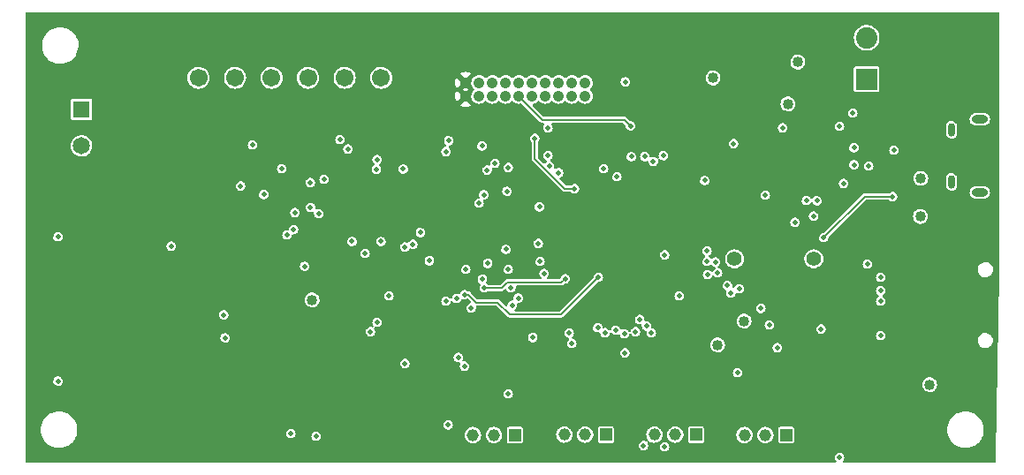
<source format=gbr>
%TF.GenerationSoftware,KiCad,Pcbnew,(6.0.9)*%
%TF.CreationDate,2022-12-16T16:08:48-07:00*%
%TF.ProjectId,Flight-Computer,466c6967-6874-42d4-936f-6d7075746572,1.0*%
%TF.SameCoordinates,Original*%
%TF.FileFunction,Copper,L3,Inr*%
%TF.FilePolarity,Positive*%
%FSLAX46Y46*%
G04 Gerber Fmt 4.6, Leading zero omitted, Abs format (unit mm)*
G04 Created by KiCad (PCBNEW (6.0.9)) date 2022-12-16 16:08:48*
%MOMM*%
%LPD*%
G01*
G04 APERTURE LIST*
%TA.AperFunction,ComponentPad*%
%ADD10R,2.050000X2.050000*%
%TD*%
%TA.AperFunction,ComponentPad*%
%ADD11C,2.050000*%
%TD*%
%TA.AperFunction,ComponentPad*%
%ADD12C,1.701800*%
%TD*%
%TA.AperFunction,ComponentPad*%
%ADD13C,1.066800*%
%TD*%
%TA.AperFunction,ComponentPad*%
%ADD14R,1.150000X1.150000*%
%TD*%
%TA.AperFunction,ComponentPad*%
%ADD15C,1.150000*%
%TD*%
%TA.AperFunction,ComponentPad*%
%ADD16C,1.408000*%
%TD*%
%TA.AperFunction,ComponentPad*%
%ADD17O,0.650000X1.300000*%
%TD*%
%TA.AperFunction,ComponentPad*%
%ADD18O,1.550000X0.775000*%
%TD*%
%TA.AperFunction,ComponentPad*%
%ADD19C,1.650000*%
%TD*%
%TA.AperFunction,ComponentPad*%
%ADD20R,1.650000X1.650000*%
%TD*%
%TA.AperFunction,ViaPad*%
%ADD21C,1.016000*%
%TD*%
%TA.AperFunction,ViaPad*%
%ADD22C,0.500000*%
%TD*%
%TA.AperFunction,Conductor*%
%ADD23C,0.177800*%
%TD*%
G04 APERTURE END LIST*
D10*
%TO.N,/PIN_HARN*%
%TO.C,P1*%
X173790500Y-64557500D03*
D11*
%TO.N,Earth*%
X173790500Y-60597500D03*
%TD*%
D12*
%TO.N,VIN*%
%TO.C,P9*%
X127267252Y-64425101D03*
%TO.N,VIN_SW*%
X123767249Y-64425101D03*
X120267248Y-64425101D03*
%TO.N,Net-(P9-Pad4)*%
X116767247Y-64425101D03*
%TO.N,VIN_SW*%
X113267247Y-64425101D03*
%TO.N,Net-(P9-Pad6)*%
X109767246Y-64425101D03*
%TD*%
D13*
%TO.N,3.3V*%
%TO.C,P3*%
X135382000Y-66178050D03*
X135382000Y-64908050D03*
%TO.N,Earth*%
X136652000Y-66178050D03*
X136652000Y-64908050D03*
X137922000Y-66178050D03*
X137922000Y-64908050D03*
%TO.N,SWDIO*%
X139192000Y-66178050D03*
%TO.N,Earth*%
X139192000Y-64908050D03*
%TO.N,SWCLK*%
X140462000Y-66178050D03*
%TO.N,Earth*%
X140462000Y-64908050D03*
%TO.N,unconnected-(P3-Pad11)*%
X141732000Y-66178050D03*
%TO.N,Earth*%
X141732000Y-64908050D03*
%TO.N,SWO*%
X143002000Y-66178050D03*
%TO.N,Earth*%
X143002000Y-64908050D03*
%TO.N,NRST*%
X144272000Y-66178050D03*
%TO.N,Earth*%
X144272000Y-64908050D03*
%TO.N,unconnected-(P3-Pad17)*%
X145542000Y-66178050D03*
%TO.N,Earth*%
X145542000Y-64908050D03*
%TO.N,unconnected-(P3-Pad19)*%
X146812000Y-66178050D03*
%TO.N,Earth*%
X146812000Y-64908050D03*
%TD*%
D14*
%TO.N,VIN*%
%TO.C,P7*%
X140081000Y-98679000D03*
D15*
%TO.N,MOTOR4_PWM*%
X138074000Y-98679000D03*
%TO.N,Net-(P7-Pad3)*%
X136068000Y-98679000D03*
%TD*%
D16*
%TO.N,BEEP*%
%TO.C,BZ1*%
X161122200Y-81788000D03*
%TO.N,Earth*%
X168722200Y-81788000D03*
%TD*%
D17*
%TO.N,Earth*%
%TO.C,P8*%
X181932600Y-74414000D03*
X181932600Y-69414000D03*
D18*
X184632600Y-68414000D03*
X184632600Y-75414000D03*
%TD*%
D14*
%TO.N,VIN*%
%TO.C,P5*%
X157454500Y-98654800D03*
D15*
%TO.N,MOTOR3_PWM*%
X155447500Y-98654800D03*
%TO.N,Net-(P5-Pad3)*%
X153441500Y-98654800D03*
%TD*%
D14*
%TO.N,VIN*%
%TO.C,P4*%
X166090500Y-98679000D03*
D15*
%TO.N,MOTOR1_PWM*%
X164083500Y-98679000D03*
%TO.N,Net-(P4-Pad3)*%
X162077500Y-98679000D03*
%TD*%
D19*
%TO.N,Earth*%
%TO.C,P2*%
X98552000Y-70965000D03*
D20*
%TO.N,/PIN_SCREW*%
X98552000Y-67465000D03*
%TD*%
D14*
%TO.N,VIN*%
%TO.C,P6*%
X148818500Y-98654800D03*
D15*
%TO.N,MOTOR2_PWM*%
X146811500Y-98654800D03*
%TO.N,Net-(P6-Pad3)*%
X144805500Y-98654800D03*
%TD*%
D21*
%TO.N,Earth*%
X159067500Y-64452500D03*
D22*
%TO.N,SCL*%
X134493000Y-85598000D03*
%TO.N,~{GPS_RST}*%
X126238000Y-88773000D03*
%TO.N,GPS_INT*%
X142875000Y-83185000D03*
%TO.N,GPS_TX*%
X142494000Y-82042000D03*
%TO.N,MAG_DRDY*%
X144907000Y-83693000D03*
%TO.N,Earth*%
X143242400Y-69228600D03*
%TO.N,MAG_INT*%
X148082000Y-83566000D03*
%TO.N,3.3V*%
X126873000Y-75819000D03*
%TO.N,DROGUE*%
X117729000Y-73152000D03*
%TO.N,USB_DETECT*%
X176276000Y-75819000D03*
X169672000Y-79756000D03*
X154432000Y-81407000D03*
%TO.N,Earth*%
X107143000Y-80563000D03*
X112313000Y-89363000D03*
X112182000Y-87163000D03*
%TO.N,3.3V*%
X106258000Y-87163000D03*
%TO.N,Earth*%
X96304100Y-79667100D03*
X96304100Y-93510100D03*
%TO.N,GPS_TX*%
X118999000Y-77343000D03*
%TO.N,GPS_RX*%
X120496640Y-76861360D03*
%TO.N,~{GPS_SBOOT}*%
X121285000Y-77470000D03*
%TO.N,~{DROGUE_CONT}*%
X116014500Y-75628500D03*
%TO.N,VIN*%
X120472200Y-74472800D03*
%TO.N,Earth*%
X119938800Y-82499200D03*
%TO.N,3.3V*%
X119380000Y-74422000D03*
%TO.N,VIN*%
X126807001Y-73213001D03*
%TO.N,DROGUE*%
X139316200Y-75308200D03*
%TO.N,MAIN*%
X124079000Y-71247000D03*
%TO.N,Earth*%
X113792000Y-74803000D03*
X121793000Y-74168000D03*
X114935000Y-70866000D03*
%TO.N,SCL*%
X118872000Y-78994000D03*
%TO.N,SDA*%
X118237000Y-79502000D03*
%TO.N,IMU_INT1*%
X142322800Y-80308200D03*
X124472700Y-80124300D03*
%TO.N,IMU_INT2*%
X128016000Y-85344000D03*
%TO.N,GPS_INT*%
X126873000Y-87884000D03*
%TO.N,3.3V*%
X127571500Y-82740500D03*
X124333000Y-82423000D03*
%TO.N,Earth*%
X125730000Y-81280000D03*
X127241300Y-80124300D03*
%TO.N,3.3V*%
X127254000Y-79248000D03*
%TO.N,SCL*%
X129526851Y-80658149D03*
%TO.N,SDA*%
X130302000Y-80391000D03*
%TO.N,Earth*%
X131889500Y-81978500D03*
%TO.N,3.3V*%
X133985000Y-84328000D03*
X136779000Y-85344000D03*
%TO.N,MAG_DRDY*%
X137160000Y-84582000D03*
%TO.N,MAG_INT*%
X135255000Y-85217000D03*
%TO.N,SCL*%
X135382000Y-82804000D03*
%TO.N,SDA*%
X136970000Y-83756000D03*
%TO.N,W_IO4*%
X135255000Y-92075000D03*
%TO.N,W_IO0*%
X134670800Y-91236800D03*
%TO.N,SDA*%
X135890000Y-86487000D03*
%TO.N,Earth*%
X133477000Y-85852000D03*
%TO.N,3.3V*%
X133477000Y-89789000D03*
D21*
%TO.N,Earth*%
X178943000Y-77724000D03*
D22*
X138176000Y-72644000D03*
X171196000Y-100838000D03*
D21*
X162052000Y-87757000D03*
D22*
X142441800Y-76808200D03*
X161036000Y-70739000D03*
X126873000Y-72263000D03*
D21*
X120650000Y-85725000D03*
D22*
X150661000Y-64809000D03*
X131038600Y-79273400D03*
X165227000Y-90297000D03*
X141795500Y-89344500D03*
X123317000Y-70358000D03*
X155829000Y-85344000D03*
X169418000Y-88519000D03*
X133748400Y-70467600D03*
D21*
X159512000Y-90043000D03*
D22*
X121031000Y-98806000D03*
X173990000Y-72898000D03*
X136931400Y-70967600D03*
X133684000Y-97710000D03*
D21*
X166243000Y-66929000D03*
D22*
X139230100Y-80886300D03*
D21*
X179832000Y-93853000D03*
D22*
X137477500Y-82232500D03*
X171577000Y-74549000D03*
X175133000Y-89154000D03*
X150622000Y-90805000D03*
%TO.N,3.3V*%
X169926000Y-91059000D03*
X172819000Y-69370000D03*
X157099000Y-71374000D03*
X146177000Y-67818000D03*
X175006000Y-86995000D03*
D21*
X158750000Y-61976000D03*
D22*
X155311800Y-85988200D03*
X142113000Y-69215000D03*
X136906000Y-69977000D03*
X143764000Y-84582000D03*
X133322000Y-73180000D03*
X142748000Y-77724000D03*
X175514000Y-96012000D03*
X139400400Y-81808200D03*
%TO.N,NRST*%
X144272000Y-73533000D03*
%TO.N,SWCLK*%
X151156628Y-69037680D03*
%TO.N,SWDIO*%
X145796000Y-75057000D03*
X141986000Y-70231000D03*
%TO.N,SDA*%
X152704800Y-88239600D03*
X139827000Y-86233000D03*
%TO.N,SCL*%
X140411200Y-85547200D03*
X152044400Y-87604600D03*
D21*
%TO.N,VIN*%
X167195500Y-62928500D03*
%TO.N,5V*%
X178971000Y-74069000D03*
D22*
X176403000Y-71374000D03*
X171196000Y-69088000D03*
%TO.N,MAIN*%
X149860000Y-73914000D03*
%TO.N,/Peripherals/D-*%
X172585000Y-71128000D03*
X172585000Y-72763000D03*
%TO.N,MOTOR1_PWM*%
X161417000Y-92710000D03*
%TO.N,SWO*%
X143383000Y-72898000D03*
%TO.N,MOTOR1_EN*%
X158496000Y-81026000D03*
X164465000Y-88138000D03*
%TO.N,MOTOR3_EN*%
X158496000Y-82042000D03*
X163652200Y-86537800D03*
%TO.N,~{USB_RST}*%
X158279600Y-74282800D03*
X164084000Y-75692000D03*
%TO.N,~{USB_SUSPEND}*%
X172466000Y-67818000D03*
X165735000Y-69215000D03*
%TO.N,~{SWITCH}*%
X129385000Y-73180000D03*
X148590000Y-73152000D03*
%TO.N,~{MAIN_CONT}*%
X137414000Y-73279000D03*
X139446000Y-73025000D03*
%TO.N,~{DROGUE_CONT}*%
X137109680Y-75641680D03*
%TO.N,~{GPS_RST}*%
X145288000Y-88900000D03*
%TO.N,~{GPS_SBOOT}*%
X136652000Y-76454000D03*
%TO.N,GPS_RX*%
X139446000Y-82804000D03*
%TO.N,GPS_TIM*%
X145542000Y-89916000D03*
X118618000Y-98552000D03*
%TO.N,BP_SDA*%
X133477000Y-71501000D03*
X143256000Y-71882000D03*
%TO.N,FLASH_MISO*%
X158543000Y-83308200D03*
X160782000Y-85090000D03*
%TO.N,FLASH_MOSI*%
X159512000Y-83134200D03*
X160451800Y-84353400D03*
%TO.N,W_IO0*%
X148031200Y-88392000D03*
%TO.N,W_IO1*%
X149742400Y-88636600D03*
X129540000Y-91821000D03*
%TO.N,W_IO2*%
X151638000Y-88773000D03*
X152400000Y-99695000D03*
%TO.N,W_IO3*%
X139446000Y-94742000D03*
X150583900Y-88963500D03*
%TO.N,~{FLASH_WP}*%
X161569400Y-84658200D03*
X159308800Y-82092800D03*
%TO.N,W_IO4*%
X148717000Y-88874600D03*
%TO.N,W_IO5*%
X153162000Y-88900000D03*
X154432000Y-99822000D03*
%TO.N,RX_USB*%
X166928800Y-78282800D03*
X168021000Y-76200000D03*
%TO.N,TX_USB*%
X168706800Y-77698600D03*
X169037000Y-76225400D03*
%TO.N,IMU_INT2*%
X139700000Y-84582000D03*
%TO.N,SD_DAT2*%
X154305000Y-71885800D03*
X175133000Y-83566000D03*
%TO.N,SD_DAT3*%
X153339800Y-72466200D03*
X175133000Y-84836000D03*
%TO.N,SD_CMD*%
X151242400Y-71998200D03*
X175133000Y-85852000D03*
%TO.N,SD_CLK*%
X173863000Y-82296000D03*
X152527000Y-71983600D03*
%TD*%
D23*
%TO.N,MAG_DRDY*%
X137160000Y-84582000D02*
X138811000Y-84582000D01*
X138811000Y-84582000D02*
X139338100Y-84054900D01*
X139338100Y-84054900D02*
X144545100Y-84054900D01*
X144545100Y-84054900D02*
X144907000Y-83693000D01*
%TO.N,SWCLK*%
X140462000Y-66178050D02*
X142736950Y-68453000D01*
X142736950Y-68453000D02*
X150571948Y-68453000D01*
X150571948Y-68453000D02*
X151156628Y-69037680D01*
%TO.N,MAG_INT*%
X139573000Y-87122000D02*
X144526000Y-87122000D01*
X136398000Y-85979000D02*
X138430000Y-85979000D01*
X138430000Y-85979000D02*
X139573000Y-87122000D01*
X144526000Y-87122000D02*
X148082000Y-83566000D01*
X135255000Y-85217000D02*
X135636000Y-85217000D01*
X135636000Y-85217000D02*
X136398000Y-85979000D01*
%TO.N,USB_DETECT*%
X169672000Y-79756000D02*
X173609000Y-75819000D01*
X173609000Y-75819000D02*
X176276000Y-75819000D01*
%TO.N,SWDIO*%
X141986000Y-72192410D02*
X144850590Y-75057000D01*
X144850590Y-75057000D02*
X145796000Y-75057000D01*
X141986000Y-70231000D02*
X141986000Y-72192410D01*
%TD*%
%TA.AperFunction,Conductor*%
%TO.N,3.3V*%
G36*
X186428421Y-58135702D02*
G01*
X186474914Y-58189358D01*
X186486300Y-58241700D01*
X186486300Y-83289812D01*
X186486282Y-83291935D01*
X186192958Y-100695864D01*
X186184088Y-101222123D01*
X186162941Y-101289897D01*
X186108509Y-101335479D01*
X186058106Y-101346000D01*
X171632187Y-101346000D01*
X171564066Y-101325998D01*
X171517573Y-101272342D01*
X171507469Y-101202068D01*
X171538772Y-101135445D01*
X171569974Y-101100974D01*
X171569975Y-101100973D01*
X171576002Y-101094314D01*
X171582832Y-101080218D01*
X171628753Y-100985437D01*
X171628754Y-100985435D01*
X171632667Y-100977358D01*
X171654228Y-100849199D01*
X171654365Y-100838000D01*
X171652293Y-100823527D01*
X171637214Y-100718239D01*
X171637213Y-100718237D01*
X171635941Y-100709352D01*
X171582151Y-100591046D01*
X171497318Y-100492593D01*
X171388262Y-100421907D01*
X171263751Y-100384670D01*
X171254775Y-100384615D01*
X171254774Y-100384615D01*
X171200914Y-100384286D01*
X171133793Y-100383876D01*
X171008836Y-100419589D01*
X170898925Y-100488937D01*
X170812895Y-100586347D01*
X170757663Y-100703987D01*
X170756283Y-100712849D01*
X170756282Y-100712853D01*
X170739050Y-100823527D01*
X170739050Y-100823531D01*
X170737669Y-100832400D01*
X170738833Y-100841302D01*
X170738833Y-100841305D01*
X170740493Y-100853996D01*
X170754520Y-100961263D01*
X170806861Y-101080218D01*
X170812634Y-101087086D01*
X170812636Y-101087089D01*
X170856209Y-101138924D01*
X170884730Y-101203940D01*
X170873574Y-101274054D01*
X170826282Y-101327007D01*
X170759758Y-101346000D01*
X93293700Y-101346000D01*
X93225579Y-101325998D01*
X93179086Y-101272342D01*
X93167700Y-101220000D01*
X93167700Y-98278165D01*
X94640866Y-98278165D01*
X94675952Y-98535970D01*
X94677260Y-98540456D01*
X94677260Y-98540458D01*
X94685287Y-98567996D01*
X94748758Y-98785757D01*
X94750718Y-98790010D01*
X94750719Y-98790011D01*
X94765464Y-98821996D01*
X94857686Y-99022039D01*
X94860246Y-99025944D01*
X94860249Y-99025949D01*
X94997775Y-99235712D01*
X94997779Y-99235717D01*
X95000341Y-99239625D01*
X95052735Y-99298327D01*
X95161551Y-99420245D01*
X95173591Y-99433735D01*
X95373629Y-99600105D01*
X95596061Y-99735080D01*
X95600375Y-99736889D01*
X95600377Y-99736890D01*
X95831686Y-99833886D01*
X95831691Y-99833888D01*
X95836001Y-99835695D01*
X95840533Y-99836846D01*
X95840536Y-99836847D01*
X95965815Y-99868663D01*
X96088177Y-99899739D01*
X96304286Y-99921500D01*
X96459044Y-99921500D01*
X96461369Y-99921327D01*
X96461375Y-99921327D01*
X96647814Y-99907472D01*
X96647818Y-99907471D01*
X96652466Y-99907126D01*
X96906232Y-99849705D01*
X96936342Y-99837996D01*
X97144370Y-99757098D01*
X97144372Y-99757097D01*
X97148723Y-99755405D01*
X97184285Y-99735080D01*
X97241744Y-99702239D01*
X97264208Y-99689400D01*
X151941669Y-99689400D01*
X151942833Y-99698302D01*
X151942833Y-99698305D01*
X151957116Y-99807527D01*
X151958520Y-99818263D01*
X152010861Y-99937218D01*
X152094485Y-100036700D01*
X152202669Y-100108714D01*
X152326716Y-100147469D01*
X152456655Y-100149850D01*
X152465318Y-100147488D01*
X152465320Y-100147488D01*
X152573375Y-100118029D01*
X152582039Y-100115667D01*
X152692789Y-100047666D01*
X152780002Y-99951314D01*
X152786832Y-99937218D01*
X152832753Y-99842437D01*
X152832754Y-99842435D01*
X152836667Y-99834358D01*
X152839688Y-99816400D01*
X153973669Y-99816400D01*
X153974833Y-99825302D01*
X153974833Y-99825305D01*
X153988393Y-99929000D01*
X153990520Y-99945263D01*
X154042861Y-100064218D01*
X154126485Y-100163700D01*
X154234669Y-100235714D01*
X154358716Y-100274469D01*
X154488655Y-100276850D01*
X154497318Y-100274488D01*
X154497320Y-100274488D01*
X154605375Y-100245029D01*
X154614039Y-100242667D01*
X154724789Y-100174666D01*
X154749389Y-100147488D01*
X154805974Y-100084974D01*
X154805975Y-100084973D01*
X154812002Y-100078314D01*
X154818832Y-100064218D01*
X154864753Y-99969437D01*
X154864754Y-99969435D01*
X154868667Y-99961358D01*
X154890228Y-99833199D01*
X154890365Y-99822000D01*
X154888556Y-99809364D01*
X154873214Y-99702239D01*
X154873213Y-99702237D01*
X154871941Y-99693352D01*
X154818151Y-99575046D01*
X154733318Y-99476593D01*
X154624262Y-99405907D01*
X154499751Y-99368670D01*
X154490775Y-99368615D01*
X154490774Y-99368615D01*
X154436914Y-99368286D01*
X154369793Y-99367876D01*
X154244836Y-99403589D01*
X154134925Y-99472937D01*
X154048895Y-99570347D01*
X154045081Y-99578470D01*
X154045080Y-99578472D01*
X154021537Y-99628618D01*
X153993663Y-99687987D01*
X153992283Y-99696849D01*
X153992282Y-99696853D01*
X153975050Y-99807527D01*
X153975050Y-99807531D01*
X153973669Y-99816400D01*
X152839688Y-99816400D01*
X152858228Y-99706199D01*
X152858365Y-99695000D01*
X152856293Y-99680527D01*
X152841214Y-99575239D01*
X152841213Y-99575237D01*
X152839941Y-99566352D01*
X152833809Y-99552864D01*
X152790540Y-99457700D01*
X152786151Y-99448046D01*
X152780293Y-99441247D01*
X152779696Y-99440314D01*
X152759846Y-99372148D01*
X152772627Y-99328979D01*
X152719008Y-99341411D01*
X152657750Y-99321353D01*
X152599799Y-99283791D01*
X152599793Y-99283788D01*
X152592262Y-99278907D01*
X152467751Y-99241670D01*
X152458775Y-99241615D01*
X152458774Y-99241615D01*
X152404914Y-99241286D01*
X152337793Y-99240876D01*
X152212836Y-99276589D01*
X152102925Y-99345937D01*
X152016895Y-99443347D01*
X152013081Y-99451470D01*
X152013080Y-99451472D01*
X152010723Y-99456493D01*
X151961663Y-99560987D01*
X151960283Y-99569849D01*
X151960282Y-99569853D01*
X151943050Y-99680527D01*
X151943050Y-99680531D01*
X151941669Y-99689400D01*
X97264208Y-99689400D01*
X97374612Y-99626299D01*
X97578936Y-99465223D01*
X97757208Y-99275714D01*
X97862631Y-99123748D01*
X97902846Y-99065779D01*
X97902848Y-99065776D01*
X97905511Y-99061937D01*
X97909312Y-99054230D01*
X98018521Y-98832775D01*
X98018522Y-98832772D01*
X98020586Y-98828587D01*
X98027076Y-98808314D01*
X98069212Y-98676680D01*
X98099906Y-98580792D01*
X98105507Y-98546400D01*
X118159669Y-98546400D01*
X118160833Y-98555302D01*
X118160833Y-98555305D01*
X118172413Y-98643859D01*
X118176520Y-98675263D01*
X118228861Y-98794218D01*
X118312485Y-98893700D01*
X118420669Y-98965714D01*
X118496861Y-98989518D01*
X118533648Y-99001011D01*
X118544716Y-99004469D01*
X118674655Y-99006850D01*
X118683318Y-99004488D01*
X118683320Y-99004488D01*
X118791375Y-98975029D01*
X118800039Y-98972667D01*
X118910789Y-98904666D01*
X118938655Y-98873880D01*
X118991974Y-98814974D01*
X118991975Y-98814973D01*
X118998002Y-98808314D01*
X119001837Y-98800400D01*
X120572669Y-98800400D01*
X120573833Y-98809302D01*
X120573833Y-98809305D01*
X120588356Y-98920364D01*
X120589520Y-98929263D01*
X120641861Y-99048218D01*
X120725485Y-99147700D01*
X120833669Y-99219714D01*
X120923416Y-99247753D01*
X120941898Y-99253527D01*
X120957716Y-99258469D01*
X121087655Y-99260850D01*
X121096318Y-99258488D01*
X121096320Y-99258488D01*
X121204375Y-99229029D01*
X121213039Y-99226667D01*
X121323789Y-99158666D01*
X121339933Y-99140830D01*
X121404974Y-99068974D01*
X121404975Y-99068973D01*
X121411002Y-99062314D01*
X121417832Y-99048218D01*
X121463753Y-98953437D01*
X121463754Y-98953435D01*
X121467667Y-98945358D01*
X121489228Y-98817199D01*
X121489365Y-98806000D01*
X121487293Y-98791527D01*
X121472214Y-98686239D01*
X121472213Y-98686237D01*
X121470941Y-98677352D01*
X121466716Y-98668059D01*
X135284449Y-98668059D01*
X135301497Y-98841925D01*
X135303721Y-98848610D01*
X135303721Y-98848611D01*
X135316435Y-98886830D01*
X135356641Y-99007694D01*
X135360288Y-99013716D01*
X135360289Y-99013718D01*
X135437271Y-99140830D01*
X135447140Y-99157126D01*
X135568497Y-99282795D01*
X135574393Y-99286653D01*
X135675272Y-99352666D01*
X135714680Y-99378454D01*
X135721284Y-99380910D01*
X135721286Y-99380911D01*
X135781582Y-99403335D01*
X135878423Y-99439350D01*
X135885408Y-99440282D01*
X136044608Y-99461524D01*
X136044612Y-99461524D01*
X136051589Y-99462455D01*
X136058600Y-99461817D01*
X136058604Y-99461817D01*
X136218552Y-99447261D01*
X136218555Y-99447260D01*
X136225570Y-99446622D01*
X136254186Y-99437324D01*
X136385024Y-99394812D01*
X136385026Y-99394811D01*
X136391720Y-99392636D01*
X136541780Y-99303182D01*
X136668293Y-99182706D01*
X136684265Y-99158666D01*
X136761070Y-99043066D01*
X136761071Y-99043064D01*
X136764971Y-99037194D01*
X136799856Y-98945358D01*
X136824507Y-98880465D01*
X136824508Y-98880462D01*
X136827008Y-98873880D01*
X136851321Y-98700880D01*
X136851526Y-98686239D01*
X136851572Y-98682961D01*
X136851572Y-98682955D01*
X136851627Y-98679000D01*
X136850400Y-98668059D01*
X137290449Y-98668059D01*
X137307497Y-98841925D01*
X137309721Y-98848610D01*
X137309721Y-98848611D01*
X137322435Y-98886830D01*
X137362641Y-99007694D01*
X137366288Y-99013716D01*
X137366289Y-99013718D01*
X137443271Y-99140830D01*
X137453140Y-99157126D01*
X137574497Y-99282795D01*
X137580393Y-99286653D01*
X137681272Y-99352666D01*
X137720680Y-99378454D01*
X137727284Y-99380910D01*
X137727286Y-99380911D01*
X137787582Y-99403335D01*
X137884423Y-99439350D01*
X137891408Y-99440282D01*
X138050608Y-99461524D01*
X138050612Y-99461524D01*
X138057589Y-99462455D01*
X138064600Y-99461817D01*
X138064604Y-99461817D01*
X138224552Y-99447261D01*
X138224555Y-99447260D01*
X138231570Y-99446622D01*
X138260186Y-99437324D01*
X138391024Y-99394812D01*
X138391026Y-99394811D01*
X138397720Y-99392636D01*
X138547780Y-99303182D01*
X138578357Y-99274064D01*
X139302300Y-99274064D01*
X139314119Y-99333480D01*
X139359140Y-99400860D01*
X139369455Y-99407752D01*
X139415107Y-99438255D01*
X139426520Y-99445881D01*
X139485936Y-99457700D01*
X140676064Y-99457700D01*
X140735480Y-99445881D01*
X140746894Y-99438255D01*
X140792545Y-99407752D01*
X140802860Y-99400860D01*
X140847881Y-99333480D01*
X140859700Y-99274064D01*
X140859700Y-98643859D01*
X144021949Y-98643859D01*
X144038997Y-98817725D01*
X144041221Y-98824410D01*
X144041221Y-98824411D01*
X144055357Y-98866906D01*
X144094141Y-98983494D01*
X144097788Y-98989516D01*
X144097789Y-98989518D01*
X144141648Y-99061937D01*
X144184640Y-99132926D01*
X144305997Y-99258595D01*
X144329733Y-99274127D01*
X144432554Y-99341411D01*
X144452180Y-99354254D01*
X144458784Y-99356710D01*
X144458786Y-99356711D01*
X144512427Y-99376660D01*
X144615923Y-99415150D01*
X144622908Y-99416082D01*
X144782108Y-99437324D01*
X144782112Y-99437324D01*
X144789089Y-99438255D01*
X144796100Y-99437617D01*
X144796104Y-99437617D01*
X144956052Y-99423061D01*
X144956055Y-99423060D01*
X144963070Y-99422422D01*
X144986568Y-99414787D01*
X145122524Y-99370612D01*
X145122526Y-99370611D01*
X145129220Y-99368436D01*
X145279280Y-99278982D01*
X145405793Y-99158506D01*
X145409694Y-99152635D01*
X145498570Y-99018866D01*
X145498571Y-99018864D01*
X145502471Y-99012994D01*
X145546149Y-98898011D01*
X145562007Y-98856265D01*
X145562008Y-98856262D01*
X145564508Y-98849680D01*
X145588821Y-98676680D01*
X145589000Y-98663864D01*
X145589072Y-98658761D01*
X145589072Y-98658755D01*
X145589127Y-98654800D01*
X145587900Y-98643859D01*
X146027949Y-98643859D01*
X146044997Y-98817725D01*
X146047221Y-98824410D01*
X146047221Y-98824411D01*
X146061357Y-98866906D01*
X146100141Y-98983494D01*
X146103788Y-98989516D01*
X146103789Y-98989518D01*
X146147648Y-99061937D01*
X146190640Y-99132926D01*
X146311997Y-99258595D01*
X146335733Y-99274127D01*
X146438554Y-99341411D01*
X146458180Y-99354254D01*
X146464784Y-99356710D01*
X146464786Y-99356711D01*
X146518427Y-99376660D01*
X146621923Y-99415150D01*
X146628908Y-99416082D01*
X146788108Y-99437324D01*
X146788112Y-99437324D01*
X146795089Y-99438255D01*
X146802100Y-99437617D01*
X146802104Y-99437617D01*
X146962052Y-99423061D01*
X146962055Y-99423060D01*
X146969070Y-99422422D01*
X146992568Y-99414787D01*
X147128524Y-99370612D01*
X147128526Y-99370611D01*
X147135220Y-99368436D01*
X147285280Y-99278982D01*
X147315857Y-99249864D01*
X148039800Y-99249864D01*
X148051619Y-99309280D01*
X148096640Y-99376660D01*
X148164020Y-99421681D01*
X148223436Y-99433500D01*
X149413564Y-99433500D01*
X149472980Y-99421681D01*
X149540360Y-99376660D01*
X149585381Y-99309280D01*
X149597200Y-99249864D01*
X149597200Y-98643859D01*
X152657949Y-98643859D01*
X152674997Y-98817725D01*
X152677221Y-98824410D01*
X152677221Y-98824411D01*
X152691357Y-98866906D01*
X152730141Y-98983494D01*
X152733788Y-98989516D01*
X152733789Y-98989518D01*
X152777648Y-99061937D01*
X152820640Y-99132926D01*
X152825531Y-99137990D01*
X152826111Y-99138744D01*
X152851827Y-99204920D01*
X152841314Y-99256631D01*
X152904057Y-99247753D01*
X152954837Y-99266997D01*
X153088180Y-99354254D01*
X153094784Y-99356710D01*
X153094786Y-99356711D01*
X153148427Y-99376660D01*
X153251923Y-99415150D01*
X153258908Y-99416082D01*
X153418108Y-99437324D01*
X153418112Y-99437324D01*
X153425089Y-99438255D01*
X153432100Y-99437617D01*
X153432104Y-99437617D01*
X153592052Y-99423061D01*
X153592055Y-99423060D01*
X153599070Y-99422422D01*
X153622568Y-99414787D01*
X153758524Y-99370612D01*
X153758526Y-99370611D01*
X153765220Y-99368436D01*
X153915280Y-99278982D01*
X154041793Y-99158506D01*
X154045694Y-99152635D01*
X154134570Y-99018866D01*
X154134571Y-99018864D01*
X154138471Y-99012994D01*
X154182149Y-98898011D01*
X154198007Y-98856265D01*
X154198008Y-98856262D01*
X154200508Y-98849680D01*
X154224821Y-98676680D01*
X154225000Y-98663864D01*
X154225072Y-98658761D01*
X154225072Y-98658755D01*
X154225127Y-98654800D01*
X154223900Y-98643859D01*
X154663949Y-98643859D01*
X154680997Y-98817725D01*
X154683221Y-98824410D01*
X154683221Y-98824411D01*
X154697357Y-98866906D01*
X154736141Y-98983494D01*
X154739788Y-98989516D01*
X154739789Y-98989518D01*
X154783648Y-99061937D01*
X154826640Y-99132926D01*
X154947997Y-99258595D01*
X154971733Y-99274127D01*
X155074554Y-99341411D01*
X155094180Y-99354254D01*
X155100784Y-99356710D01*
X155100786Y-99356711D01*
X155154427Y-99376660D01*
X155257923Y-99415150D01*
X155264908Y-99416082D01*
X155424108Y-99437324D01*
X155424112Y-99437324D01*
X155431089Y-99438255D01*
X155438100Y-99437617D01*
X155438104Y-99437617D01*
X155598052Y-99423061D01*
X155598055Y-99423060D01*
X155605070Y-99422422D01*
X155628568Y-99414787D01*
X155764524Y-99370612D01*
X155764526Y-99370611D01*
X155771220Y-99368436D01*
X155921280Y-99278982D01*
X155951857Y-99249864D01*
X156675800Y-99249864D01*
X156687619Y-99309280D01*
X156732640Y-99376660D01*
X156800020Y-99421681D01*
X156859436Y-99433500D01*
X158049564Y-99433500D01*
X158108980Y-99421681D01*
X158176360Y-99376660D01*
X158221381Y-99309280D01*
X158233200Y-99249864D01*
X158233200Y-98668059D01*
X161293949Y-98668059D01*
X161310997Y-98841925D01*
X161313221Y-98848610D01*
X161313221Y-98848611D01*
X161325935Y-98886830D01*
X161366141Y-99007694D01*
X161369788Y-99013716D01*
X161369789Y-99013718D01*
X161446771Y-99140830D01*
X161456640Y-99157126D01*
X161577997Y-99282795D01*
X161583893Y-99286653D01*
X161684772Y-99352666D01*
X161724180Y-99378454D01*
X161730784Y-99380910D01*
X161730786Y-99380911D01*
X161791082Y-99403335D01*
X161887923Y-99439350D01*
X161894908Y-99440282D01*
X162054108Y-99461524D01*
X162054112Y-99461524D01*
X162061089Y-99462455D01*
X162068100Y-99461817D01*
X162068104Y-99461817D01*
X162228052Y-99447261D01*
X162228055Y-99447260D01*
X162235070Y-99446622D01*
X162263686Y-99437324D01*
X162394524Y-99394812D01*
X162394526Y-99394811D01*
X162401220Y-99392636D01*
X162551280Y-99303182D01*
X162677793Y-99182706D01*
X162693765Y-99158666D01*
X162770570Y-99043066D01*
X162770571Y-99043064D01*
X162774471Y-99037194D01*
X162809356Y-98945358D01*
X162834007Y-98880465D01*
X162834008Y-98880462D01*
X162836508Y-98873880D01*
X162860821Y-98700880D01*
X162861026Y-98686239D01*
X162861072Y-98682961D01*
X162861072Y-98682955D01*
X162861127Y-98679000D01*
X162859900Y-98668059D01*
X163299949Y-98668059D01*
X163316997Y-98841925D01*
X163319221Y-98848610D01*
X163319221Y-98848611D01*
X163331935Y-98886830D01*
X163372141Y-99007694D01*
X163375788Y-99013716D01*
X163375789Y-99013718D01*
X163452771Y-99140830D01*
X163462640Y-99157126D01*
X163583997Y-99282795D01*
X163589893Y-99286653D01*
X163690772Y-99352666D01*
X163730180Y-99378454D01*
X163736784Y-99380910D01*
X163736786Y-99380911D01*
X163797082Y-99403335D01*
X163893923Y-99439350D01*
X163900908Y-99440282D01*
X164060108Y-99461524D01*
X164060112Y-99461524D01*
X164067089Y-99462455D01*
X164074100Y-99461817D01*
X164074104Y-99461817D01*
X164234052Y-99447261D01*
X164234055Y-99447260D01*
X164241070Y-99446622D01*
X164269686Y-99437324D01*
X164400524Y-99394812D01*
X164400526Y-99394811D01*
X164407220Y-99392636D01*
X164557280Y-99303182D01*
X164587857Y-99274064D01*
X165311800Y-99274064D01*
X165323619Y-99333480D01*
X165368640Y-99400860D01*
X165378955Y-99407752D01*
X165424607Y-99438255D01*
X165436020Y-99445881D01*
X165495436Y-99457700D01*
X166685564Y-99457700D01*
X166744980Y-99445881D01*
X166756394Y-99438255D01*
X166802045Y-99407752D01*
X166812360Y-99400860D01*
X166857381Y-99333480D01*
X166869200Y-99274064D01*
X166869200Y-98278165D01*
X181508866Y-98278165D01*
X181543952Y-98535970D01*
X181545260Y-98540456D01*
X181545260Y-98540458D01*
X181553287Y-98567996D01*
X181616758Y-98785757D01*
X181618718Y-98790010D01*
X181618719Y-98790011D01*
X181633464Y-98821996D01*
X181725686Y-99022039D01*
X181728246Y-99025944D01*
X181728249Y-99025949D01*
X181865775Y-99235712D01*
X181865779Y-99235717D01*
X181868341Y-99239625D01*
X181920735Y-99298327D01*
X182029551Y-99420245D01*
X182041591Y-99433735D01*
X182241629Y-99600105D01*
X182464061Y-99735080D01*
X182468375Y-99736889D01*
X182468377Y-99736890D01*
X182699686Y-99833886D01*
X182699691Y-99833888D01*
X182704001Y-99835695D01*
X182708533Y-99836846D01*
X182708536Y-99836847D01*
X182833815Y-99868663D01*
X182956177Y-99899739D01*
X183172286Y-99921500D01*
X183327044Y-99921500D01*
X183329369Y-99921327D01*
X183329375Y-99921327D01*
X183515814Y-99907472D01*
X183515818Y-99907471D01*
X183520466Y-99907126D01*
X183774232Y-99849705D01*
X183804342Y-99837996D01*
X184012370Y-99757098D01*
X184012372Y-99757097D01*
X184016723Y-99755405D01*
X184052285Y-99735080D01*
X184109744Y-99702239D01*
X184242612Y-99626299D01*
X184446936Y-99465223D01*
X184625208Y-99275714D01*
X184730631Y-99123748D01*
X184770846Y-99065779D01*
X184770848Y-99065776D01*
X184773511Y-99061937D01*
X184777312Y-99054230D01*
X184886521Y-98832775D01*
X184886522Y-98832772D01*
X184888586Y-98828587D01*
X184895076Y-98808314D01*
X184937212Y-98676680D01*
X184967906Y-98580792D01*
X185007578Y-98337194D01*
X185008977Y-98328606D01*
X185008977Y-98328605D01*
X185009728Y-98323994D01*
X185012158Y-98138378D01*
X185013073Y-98068512D01*
X185013073Y-98068509D01*
X185013134Y-98063835D01*
X184978048Y-97806030D01*
X184905242Y-97556243D01*
X184796314Y-97319961D01*
X184793751Y-97316051D01*
X184656225Y-97106288D01*
X184656221Y-97106283D01*
X184653659Y-97102375D01*
X184480409Y-96908265D01*
X184280371Y-96741895D01*
X184057939Y-96606920D01*
X184053623Y-96605110D01*
X183822314Y-96508114D01*
X183822309Y-96508112D01*
X183817999Y-96506305D01*
X183813467Y-96505154D01*
X183813464Y-96505153D01*
X183688185Y-96473337D01*
X183565823Y-96442261D01*
X183349714Y-96420500D01*
X183194956Y-96420500D01*
X183192631Y-96420673D01*
X183192625Y-96420673D01*
X183006186Y-96434528D01*
X183006182Y-96434529D01*
X183001534Y-96434874D01*
X182747768Y-96492295D01*
X182743416Y-96493987D01*
X182743414Y-96493988D01*
X182509630Y-96584902D01*
X182509628Y-96584903D01*
X182505277Y-96586595D01*
X182501223Y-96588912D01*
X182501221Y-96588913D01*
X182465467Y-96609348D01*
X182279388Y-96715701D01*
X182075064Y-96876777D01*
X181896792Y-97066286D01*
X181869042Y-97106288D01*
X181764756Y-97256615D01*
X181748489Y-97280063D01*
X181746423Y-97284253D01*
X181746421Y-97284256D01*
X181656563Y-97466472D01*
X181633414Y-97513413D01*
X181631992Y-97517856D01*
X181631991Y-97517858D01*
X181610546Y-97584853D01*
X181554094Y-97761208D01*
X181542359Y-97833263D01*
X181520691Y-97966314D01*
X181512272Y-98018006D01*
X181511766Y-98056674D01*
X181509913Y-98198226D01*
X181508866Y-98278165D01*
X166869200Y-98278165D01*
X166869200Y-98083936D01*
X166857381Y-98024520D01*
X166812360Y-97957140D01*
X166744980Y-97912119D01*
X166685564Y-97900300D01*
X165495436Y-97900300D01*
X165436020Y-97912119D01*
X165368640Y-97957140D01*
X165323619Y-98024520D01*
X165311800Y-98083936D01*
X165311800Y-99274064D01*
X164587857Y-99274064D01*
X164683793Y-99182706D01*
X164699765Y-99158666D01*
X164776570Y-99043066D01*
X164776571Y-99043064D01*
X164780471Y-99037194D01*
X164815356Y-98945358D01*
X164840007Y-98880465D01*
X164840008Y-98880462D01*
X164842508Y-98873880D01*
X164866821Y-98700880D01*
X164867026Y-98686239D01*
X164867072Y-98682961D01*
X164867072Y-98682955D01*
X164867127Y-98679000D01*
X164847653Y-98505389D01*
X164790200Y-98340406D01*
X164770246Y-98308472D01*
X164701356Y-98198226D01*
X164697623Y-98192252D01*
X164689156Y-98183725D01*
X164636467Y-98130667D01*
X164574524Y-98068290D01*
X164555176Y-98056011D01*
X164502658Y-98022683D01*
X164427019Y-97974681D01*
X164309798Y-97932940D01*
X164269076Y-97918439D01*
X164269074Y-97918438D01*
X164262442Y-97916077D01*
X164255456Y-97915244D01*
X164255452Y-97915243D01*
X164130131Y-97900300D01*
X164088971Y-97895392D01*
X164081968Y-97896128D01*
X164081967Y-97896128D01*
X164042274Y-97900300D01*
X163915228Y-97913653D01*
X163908560Y-97915923D01*
X163756515Y-97967683D01*
X163756512Y-97967684D01*
X163749848Y-97969953D01*
X163601051Y-98061493D01*
X163561379Y-98100343D01*
X163492238Y-98168052D01*
X163476233Y-98183725D01*
X163472422Y-98189639D01*
X163472420Y-98189641D01*
X163392924Y-98312994D01*
X163381596Y-98330572D01*
X163360000Y-98389907D01*
X163329198Y-98474535D01*
X163321845Y-98494736D01*
X163299949Y-98668059D01*
X162859900Y-98668059D01*
X162841653Y-98505389D01*
X162784200Y-98340406D01*
X162764246Y-98308472D01*
X162695356Y-98198226D01*
X162691623Y-98192252D01*
X162683156Y-98183725D01*
X162630467Y-98130667D01*
X162568524Y-98068290D01*
X162549176Y-98056011D01*
X162496658Y-98022683D01*
X162421019Y-97974681D01*
X162303798Y-97932940D01*
X162263076Y-97918439D01*
X162263074Y-97918438D01*
X162256442Y-97916077D01*
X162249456Y-97915244D01*
X162249452Y-97915243D01*
X162124131Y-97900300D01*
X162082971Y-97895392D01*
X162075968Y-97896128D01*
X162075967Y-97896128D01*
X162036274Y-97900300D01*
X161909228Y-97913653D01*
X161902560Y-97915923D01*
X161750515Y-97967683D01*
X161750512Y-97967684D01*
X161743848Y-97969953D01*
X161595051Y-98061493D01*
X161555379Y-98100343D01*
X161486238Y-98168052D01*
X161470233Y-98183725D01*
X161466422Y-98189639D01*
X161466420Y-98189641D01*
X161386924Y-98312994D01*
X161375596Y-98330572D01*
X161354000Y-98389907D01*
X161323198Y-98474535D01*
X161315845Y-98494736D01*
X161293949Y-98668059D01*
X158233200Y-98668059D01*
X158233200Y-98059736D01*
X158221381Y-98000320D01*
X158176360Y-97932940D01*
X158121266Y-97896128D01*
X158119298Y-97894813D01*
X158119297Y-97894813D01*
X158108980Y-97887919D01*
X158049564Y-97876100D01*
X156859436Y-97876100D01*
X156800020Y-97887919D01*
X156789703Y-97894813D01*
X156789702Y-97894813D01*
X156787734Y-97896128D01*
X156732640Y-97932940D01*
X156687619Y-98000320D01*
X156675800Y-98059736D01*
X156675800Y-99249864D01*
X155951857Y-99249864D01*
X156047793Y-99158506D01*
X156051694Y-99152635D01*
X156140570Y-99018866D01*
X156140571Y-99018864D01*
X156144471Y-99012994D01*
X156188149Y-98898011D01*
X156204007Y-98856265D01*
X156204008Y-98856262D01*
X156206508Y-98849680D01*
X156230821Y-98676680D01*
X156231000Y-98663864D01*
X156231072Y-98658761D01*
X156231072Y-98658755D01*
X156231127Y-98654800D01*
X156211653Y-98481189D01*
X156154200Y-98316206D01*
X156147227Y-98305046D01*
X156065356Y-98174026D01*
X156061623Y-98168052D01*
X156053156Y-98159525D01*
X155991936Y-98097876D01*
X155938524Y-98044090D01*
X155907687Y-98024520D01*
X155826462Y-97972974D01*
X155791019Y-97950481D01*
X155653486Y-97901507D01*
X155633076Y-97894239D01*
X155633074Y-97894238D01*
X155626442Y-97891877D01*
X155619456Y-97891044D01*
X155619452Y-97891043D01*
X155494131Y-97876100D01*
X155452971Y-97871192D01*
X155445968Y-97871928D01*
X155445967Y-97871928D01*
X155406274Y-97876100D01*
X155279228Y-97889453D01*
X155272560Y-97891723D01*
X155120515Y-97943483D01*
X155120512Y-97943484D01*
X155113848Y-97945753D01*
X154965051Y-98037293D01*
X154900667Y-98100343D01*
X154867290Y-98133029D01*
X154840233Y-98159525D01*
X154836422Y-98165439D01*
X154836420Y-98165441D01*
X154766788Y-98273488D01*
X154745596Y-98306372D01*
X154685845Y-98470536D01*
X154663949Y-98643859D01*
X154223900Y-98643859D01*
X154205653Y-98481189D01*
X154148200Y-98316206D01*
X154141227Y-98305046D01*
X154059356Y-98174026D01*
X154055623Y-98168052D01*
X154047156Y-98159525D01*
X153985936Y-98097876D01*
X153932524Y-98044090D01*
X153901687Y-98024520D01*
X153820462Y-97972974D01*
X153785019Y-97950481D01*
X153647486Y-97901507D01*
X153627076Y-97894239D01*
X153627074Y-97894238D01*
X153620442Y-97891877D01*
X153613456Y-97891044D01*
X153613452Y-97891043D01*
X153488131Y-97876100D01*
X153446971Y-97871192D01*
X153439968Y-97871928D01*
X153439967Y-97871928D01*
X153400274Y-97876100D01*
X153273228Y-97889453D01*
X153266560Y-97891723D01*
X153114515Y-97943483D01*
X153114512Y-97943484D01*
X153107848Y-97945753D01*
X152959051Y-98037293D01*
X152894667Y-98100343D01*
X152861290Y-98133029D01*
X152834233Y-98159525D01*
X152830422Y-98165439D01*
X152830420Y-98165441D01*
X152760788Y-98273488D01*
X152739596Y-98306372D01*
X152679845Y-98470536D01*
X152657949Y-98643859D01*
X149597200Y-98643859D01*
X149597200Y-98059736D01*
X149585381Y-98000320D01*
X149540360Y-97932940D01*
X149485266Y-97896128D01*
X149483298Y-97894813D01*
X149483297Y-97894813D01*
X149472980Y-97887919D01*
X149413564Y-97876100D01*
X148223436Y-97876100D01*
X148164020Y-97887919D01*
X148153703Y-97894813D01*
X148153702Y-97894813D01*
X148151734Y-97896128D01*
X148096640Y-97932940D01*
X148051619Y-98000320D01*
X148039800Y-98059736D01*
X148039800Y-99249864D01*
X147315857Y-99249864D01*
X147411793Y-99158506D01*
X147415694Y-99152635D01*
X147504570Y-99018866D01*
X147504571Y-99018864D01*
X147508471Y-99012994D01*
X147552149Y-98898011D01*
X147568007Y-98856265D01*
X147568008Y-98856262D01*
X147570508Y-98849680D01*
X147594821Y-98676680D01*
X147595000Y-98663864D01*
X147595072Y-98658761D01*
X147595072Y-98658755D01*
X147595127Y-98654800D01*
X147575653Y-98481189D01*
X147518200Y-98316206D01*
X147511227Y-98305046D01*
X147429356Y-98174026D01*
X147425623Y-98168052D01*
X147417156Y-98159525D01*
X147355936Y-98097876D01*
X147302524Y-98044090D01*
X147271687Y-98024520D01*
X147190462Y-97972974D01*
X147155019Y-97950481D01*
X147017486Y-97901507D01*
X146997076Y-97894239D01*
X146997074Y-97894238D01*
X146990442Y-97891877D01*
X146983456Y-97891044D01*
X146983452Y-97891043D01*
X146858131Y-97876100D01*
X146816971Y-97871192D01*
X146809968Y-97871928D01*
X146809967Y-97871928D01*
X146770274Y-97876100D01*
X146643228Y-97889453D01*
X146636560Y-97891723D01*
X146484515Y-97943483D01*
X146484512Y-97943484D01*
X146477848Y-97945753D01*
X146329051Y-98037293D01*
X146264667Y-98100343D01*
X146231290Y-98133029D01*
X146204233Y-98159525D01*
X146200422Y-98165439D01*
X146200420Y-98165441D01*
X146130788Y-98273488D01*
X146109596Y-98306372D01*
X146049845Y-98470536D01*
X146027949Y-98643859D01*
X145587900Y-98643859D01*
X145569653Y-98481189D01*
X145512200Y-98316206D01*
X145505227Y-98305046D01*
X145423356Y-98174026D01*
X145419623Y-98168052D01*
X145411156Y-98159525D01*
X145349936Y-98097876D01*
X145296524Y-98044090D01*
X145265687Y-98024520D01*
X145184462Y-97972974D01*
X145149019Y-97950481D01*
X145011486Y-97901507D01*
X144991076Y-97894239D01*
X144991074Y-97894238D01*
X144984442Y-97891877D01*
X144977456Y-97891044D01*
X144977452Y-97891043D01*
X144852131Y-97876100D01*
X144810971Y-97871192D01*
X144803968Y-97871928D01*
X144803967Y-97871928D01*
X144764274Y-97876100D01*
X144637228Y-97889453D01*
X144630560Y-97891723D01*
X144478515Y-97943483D01*
X144478512Y-97943484D01*
X144471848Y-97945753D01*
X144323051Y-98037293D01*
X144258667Y-98100343D01*
X144225290Y-98133029D01*
X144198233Y-98159525D01*
X144194422Y-98165439D01*
X144194420Y-98165441D01*
X144124788Y-98273488D01*
X144103596Y-98306372D01*
X144043845Y-98470536D01*
X144021949Y-98643859D01*
X140859700Y-98643859D01*
X140859700Y-98083936D01*
X140847881Y-98024520D01*
X140802860Y-97957140D01*
X140735480Y-97912119D01*
X140676064Y-97900300D01*
X139485936Y-97900300D01*
X139426520Y-97912119D01*
X139359140Y-97957140D01*
X139314119Y-98024520D01*
X139302300Y-98083936D01*
X139302300Y-99274064D01*
X138578357Y-99274064D01*
X138674293Y-99182706D01*
X138690265Y-99158666D01*
X138767070Y-99043066D01*
X138767071Y-99043064D01*
X138770971Y-99037194D01*
X138805856Y-98945358D01*
X138830507Y-98880465D01*
X138830508Y-98880462D01*
X138833008Y-98873880D01*
X138857321Y-98700880D01*
X138857526Y-98686239D01*
X138857572Y-98682961D01*
X138857572Y-98682955D01*
X138857627Y-98679000D01*
X138838153Y-98505389D01*
X138780700Y-98340406D01*
X138760746Y-98308472D01*
X138691856Y-98198226D01*
X138688123Y-98192252D01*
X138679656Y-98183725D01*
X138626967Y-98130667D01*
X138565024Y-98068290D01*
X138545676Y-98056011D01*
X138493158Y-98022683D01*
X138417519Y-97974681D01*
X138300298Y-97932940D01*
X138259576Y-97918439D01*
X138259574Y-97918438D01*
X138252942Y-97916077D01*
X138245956Y-97915244D01*
X138245952Y-97915243D01*
X138120631Y-97900300D01*
X138079471Y-97895392D01*
X138072468Y-97896128D01*
X138072467Y-97896128D01*
X138032774Y-97900300D01*
X137905728Y-97913653D01*
X137899060Y-97915923D01*
X137747015Y-97967683D01*
X137747012Y-97967684D01*
X137740348Y-97969953D01*
X137591551Y-98061493D01*
X137551879Y-98100343D01*
X137482738Y-98168052D01*
X137466733Y-98183725D01*
X137462922Y-98189639D01*
X137462920Y-98189641D01*
X137383424Y-98312994D01*
X137372096Y-98330572D01*
X137350500Y-98389907D01*
X137319698Y-98474535D01*
X137312345Y-98494736D01*
X137290449Y-98668059D01*
X136850400Y-98668059D01*
X136832153Y-98505389D01*
X136774700Y-98340406D01*
X136754746Y-98308472D01*
X136685856Y-98198226D01*
X136682123Y-98192252D01*
X136673656Y-98183725D01*
X136620967Y-98130667D01*
X136559024Y-98068290D01*
X136539676Y-98056011D01*
X136487158Y-98022683D01*
X136411519Y-97974681D01*
X136294298Y-97932940D01*
X136253576Y-97918439D01*
X136253574Y-97918438D01*
X136246942Y-97916077D01*
X136239956Y-97915244D01*
X136239952Y-97915243D01*
X136114631Y-97900300D01*
X136073471Y-97895392D01*
X136066468Y-97896128D01*
X136066467Y-97896128D01*
X136026774Y-97900300D01*
X135899728Y-97913653D01*
X135893060Y-97915923D01*
X135741015Y-97967683D01*
X135741012Y-97967684D01*
X135734348Y-97969953D01*
X135585551Y-98061493D01*
X135545879Y-98100343D01*
X135476738Y-98168052D01*
X135460733Y-98183725D01*
X135456922Y-98189639D01*
X135456920Y-98189641D01*
X135377424Y-98312994D01*
X135366096Y-98330572D01*
X135344500Y-98389907D01*
X135313698Y-98474535D01*
X135306345Y-98494736D01*
X135284449Y-98668059D01*
X121466716Y-98668059D01*
X121417151Y-98559046D01*
X121367761Y-98501726D01*
X121338176Y-98467391D01*
X121338174Y-98467389D01*
X121332318Y-98460593D01*
X121223262Y-98389907D01*
X121098751Y-98352670D01*
X121089775Y-98352615D01*
X121089774Y-98352615D01*
X121035914Y-98352286D01*
X120968793Y-98351876D01*
X120843836Y-98387589D01*
X120733925Y-98456937D01*
X120647895Y-98554347D01*
X120644081Y-98562470D01*
X120644080Y-98562472D01*
X120635479Y-98580792D01*
X120592663Y-98671987D01*
X120591283Y-98680849D01*
X120591282Y-98680853D01*
X120574050Y-98791527D01*
X120574050Y-98791531D01*
X120572669Y-98800400D01*
X119001837Y-98800400D01*
X119004832Y-98794218D01*
X119050753Y-98699437D01*
X119050754Y-98699435D01*
X119054667Y-98691358D01*
X119076228Y-98563199D01*
X119076365Y-98552000D01*
X119074293Y-98537527D01*
X119059214Y-98432239D01*
X119059213Y-98432237D01*
X119057941Y-98423352D01*
X119004151Y-98305046D01*
X118919318Y-98206593D01*
X118810262Y-98135907D01*
X118685751Y-98098670D01*
X118676775Y-98098615D01*
X118676774Y-98098615D01*
X118622914Y-98098286D01*
X118555793Y-98097876D01*
X118430836Y-98133589D01*
X118320925Y-98202937D01*
X118234895Y-98300347D01*
X118231081Y-98308470D01*
X118231080Y-98308472D01*
X118224324Y-98322863D01*
X118179663Y-98417987D01*
X118178283Y-98426849D01*
X118178282Y-98426853D01*
X118161050Y-98537527D01*
X118161050Y-98537531D01*
X118159669Y-98546400D01*
X98105507Y-98546400D01*
X98139578Y-98337194D01*
X98140977Y-98328606D01*
X98140977Y-98328605D01*
X98141728Y-98323994D01*
X98144158Y-98138378D01*
X98145073Y-98068512D01*
X98145073Y-98068509D01*
X98145134Y-98063835D01*
X98110048Y-97806030D01*
X98080426Y-97704400D01*
X133225669Y-97704400D01*
X133226833Y-97713302D01*
X133226833Y-97713305D01*
X133239564Y-97810661D01*
X133242520Y-97833263D01*
X133294861Y-97952218D01*
X133312872Y-97973644D01*
X133366375Y-98037293D01*
X133378485Y-98051700D01*
X133385956Y-98056673D01*
X133385957Y-98056674D01*
X133403741Y-98068512D01*
X133486669Y-98123714D01*
X133533606Y-98138378D01*
X133601293Y-98159525D01*
X133610716Y-98162469D01*
X133740655Y-98164850D01*
X133749318Y-98162488D01*
X133749320Y-98162488D01*
X133857375Y-98133029D01*
X133866039Y-98130667D01*
X133967268Y-98068512D01*
X133969141Y-98067362D01*
X133976789Y-98062666D01*
X133997020Y-98040315D01*
X134057974Y-97972974D01*
X134057975Y-97972973D01*
X134064002Y-97966314D01*
X134070832Y-97952218D01*
X134116753Y-97857437D01*
X134116754Y-97857435D01*
X134120667Y-97849358D01*
X134142228Y-97721199D01*
X134142365Y-97710000D01*
X134140293Y-97695527D01*
X134125214Y-97590239D01*
X134125213Y-97590237D01*
X134123941Y-97581352D01*
X134070151Y-97463046D01*
X133985318Y-97364593D01*
X133876262Y-97293907D01*
X133751751Y-97256670D01*
X133742775Y-97256615D01*
X133742774Y-97256615D01*
X133688914Y-97256286D01*
X133621793Y-97255876D01*
X133496836Y-97291589D01*
X133386925Y-97360937D01*
X133300895Y-97458347D01*
X133297081Y-97466470D01*
X133297080Y-97466472D01*
X133272955Y-97517858D01*
X133245663Y-97575987D01*
X133244283Y-97584849D01*
X133244282Y-97584853D01*
X133227050Y-97695527D01*
X133227050Y-97695531D01*
X133225669Y-97704400D01*
X98080426Y-97704400D01*
X98037242Y-97556243D01*
X97928314Y-97319961D01*
X97925751Y-97316051D01*
X97788225Y-97106288D01*
X97788221Y-97106283D01*
X97785659Y-97102375D01*
X97612409Y-96908265D01*
X97412371Y-96741895D01*
X97189939Y-96606920D01*
X97185623Y-96605110D01*
X96954314Y-96508114D01*
X96954309Y-96508112D01*
X96949999Y-96506305D01*
X96945467Y-96505154D01*
X96945464Y-96505153D01*
X96820185Y-96473337D01*
X96697823Y-96442261D01*
X96481714Y-96420500D01*
X96326956Y-96420500D01*
X96324631Y-96420673D01*
X96324625Y-96420673D01*
X96138186Y-96434528D01*
X96138182Y-96434529D01*
X96133534Y-96434874D01*
X95879768Y-96492295D01*
X95875416Y-96493987D01*
X95875414Y-96493988D01*
X95641630Y-96584902D01*
X95641628Y-96584903D01*
X95637277Y-96586595D01*
X95633223Y-96588912D01*
X95633221Y-96588913D01*
X95597467Y-96609348D01*
X95411388Y-96715701D01*
X95207064Y-96876777D01*
X95028792Y-97066286D01*
X95001042Y-97106288D01*
X94896756Y-97256615D01*
X94880489Y-97280063D01*
X94878423Y-97284253D01*
X94878421Y-97284256D01*
X94788563Y-97466472D01*
X94765414Y-97513413D01*
X94763992Y-97517856D01*
X94763991Y-97517858D01*
X94742546Y-97584853D01*
X94686094Y-97761208D01*
X94674359Y-97833263D01*
X94652691Y-97966314D01*
X94644272Y-98018006D01*
X94643766Y-98056674D01*
X94641913Y-98198226D01*
X94640866Y-98278165D01*
X93167700Y-98278165D01*
X93167700Y-94736400D01*
X138987669Y-94736400D01*
X138988833Y-94745302D01*
X138988833Y-94745305D01*
X138990493Y-94757996D01*
X139004520Y-94865263D01*
X139056861Y-94984218D01*
X139140485Y-95083700D01*
X139248669Y-95155714D01*
X139372716Y-95194469D01*
X139502655Y-95196850D01*
X139511318Y-95194488D01*
X139511320Y-95194488D01*
X139619375Y-95165029D01*
X139628039Y-95162667D01*
X139738789Y-95094666D01*
X139826002Y-94998314D01*
X139832832Y-94984218D01*
X139878753Y-94889437D01*
X139878754Y-94889435D01*
X139882667Y-94881358D01*
X139904228Y-94753199D01*
X139904365Y-94742000D01*
X139902293Y-94727527D01*
X139887214Y-94622239D01*
X139887213Y-94622237D01*
X139885941Y-94613352D01*
X139832151Y-94495046D01*
X139793461Y-94450144D01*
X139753176Y-94403391D01*
X139753174Y-94403389D01*
X139747318Y-94396593D01*
X139638262Y-94325907D01*
X139513751Y-94288670D01*
X139504775Y-94288615D01*
X139504774Y-94288615D01*
X139450914Y-94288286D01*
X139383793Y-94287876D01*
X139258836Y-94323589D01*
X139148925Y-94392937D01*
X139062895Y-94490347D01*
X139007663Y-94607987D01*
X139006283Y-94616849D01*
X139006282Y-94616853D01*
X138989050Y-94727527D01*
X138989050Y-94727531D01*
X138987669Y-94736400D01*
X93167700Y-94736400D01*
X93167700Y-93504500D01*
X95845769Y-93504500D01*
X95846933Y-93513402D01*
X95846933Y-93513405D01*
X95848593Y-93526096D01*
X95862620Y-93633363D01*
X95914961Y-93752318D01*
X95998585Y-93851800D01*
X96106769Y-93923814D01*
X96230816Y-93962569D01*
X96360755Y-93964950D01*
X96369418Y-93962588D01*
X96369420Y-93962588D01*
X96477475Y-93933129D01*
X96486139Y-93930767D01*
X96596889Y-93862766D01*
X96612524Y-93845492D01*
X179115112Y-93845492D01*
X179124527Y-93930767D01*
X179128038Y-93962569D01*
X179134015Y-94016711D01*
X179136624Y-94023842D01*
X179136625Y-94023844D01*
X179159757Y-94087054D01*
X179193213Y-94178478D01*
X179289290Y-94321455D01*
X179416698Y-94437387D01*
X179568082Y-94519582D01*
X179734702Y-94563294D01*
X179825700Y-94564724D01*
X179899342Y-94565881D01*
X179899345Y-94565881D01*
X179906939Y-94566000D01*
X179966628Y-94552329D01*
X180067447Y-94529239D01*
X180067451Y-94529238D01*
X180074850Y-94527543D01*
X180228741Y-94450144D01*
X180283482Y-94403391D01*
X180353954Y-94343203D01*
X180353956Y-94343200D01*
X180359728Y-94338271D01*
X180460248Y-94198382D01*
X180524498Y-94038554D01*
X180548770Y-93868014D01*
X180548927Y-93853000D01*
X180548432Y-93848908D01*
X180529145Y-93689530D01*
X180529144Y-93689527D01*
X180528232Y-93681989D01*
X180518993Y-93657537D01*
X180470027Y-93527954D01*
X180467343Y-93520851D01*
X180369775Y-93378888D01*
X180357876Y-93368286D01*
X180246832Y-93269349D01*
X180246829Y-93269347D01*
X180241160Y-93264296D01*
X180233130Y-93260044D01*
X180095638Y-93187246D01*
X180095639Y-93187246D01*
X180088924Y-93183691D01*
X179921855Y-93141726D01*
X179914257Y-93141686D01*
X179914255Y-93141686D01*
X179841347Y-93141304D01*
X179749598Y-93140824D01*
X179742218Y-93142596D01*
X179742216Y-93142596D01*
X179589479Y-93179265D01*
X179589477Y-93179266D01*
X179582099Y-93181037D01*
X179429027Y-93260044D01*
X179423305Y-93265036D01*
X179423303Y-93265037D01*
X179418360Y-93269349D01*
X179299219Y-93373282D01*
X179200170Y-93514216D01*
X179137597Y-93674708D01*
X179136606Y-93682235D01*
X179126588Y-93758330D01*
X179115112Y-93845492D01*
X96612524Y-93845492D01*
X96613033Y-93844930D01*
X96678074Y-93773074D01*
X96678075Y-93773073D01*
X96684102Y-93766414D01*
X96690932Y-93752318D01*
X96736853Y-93657537D01*
X96736854Y-93657535D01*
X96740767Y-93649458D01*
X96762328Y-93521299D01*
X96762465Y-93510100D01*
X96760393Y-93495627D01*
X96745314Y-93390339D01*
X96745313Y-93390337D01*
X96744041Y-93381452D01*
X96690251Y-93263146D01*
X96624851Y-93187246D01*
X96611276Y-93171491D01*
X96611274Y-93171489D01*
X96605418Y-93164693D01*
X96496362Y-93094007D01*
X96371851Y-93056770D01*
X96362875Y-93056715D01*
X96362874Y-93056715D01*
X96309014Y-93056386D01*
X96241893Y-93055976D01*
X96116936Y-93091689D01*
X96007025Y-93161037D01*
X95920995Y-93258447D01*
X95917181Y-93266570D01*
X95917180Y-93266572D01*
X95914951Y-93271320D01*
X95865763Y-93376087D01*
X95864383Y-93384949D01*
X95864382Y-93384953D01*
X95847150Y-93495627D01*
X95847150Y-93495631D01*
X95845769Y-93504500D01*
X93167700Y-93504500D01*
X93167700Y-92704400D01*
X160958669Y-92704400D01*
X160959833Y-92713302D01*
X160959833Y-92713305D01*
X160961493Y-92725996D01*
X160975520Y-92833263D01*
X161027861Y-92952218D01*
X161111485Y-93051700D01*
X161219669Y-93123714D01*
X161309572Y-93151802D01*
X161323801Y-93156247D01*
X161343716Y-93162469D01*
X161473655Y-93164850D01*
X161482318Y-93162488D01*
X161482320Y-93162488D01*
X161590375Y-93133029D01*
X161599039Y-93130667D01*
X161709789Y-93062666D01*
X161715813Y-93056011D01*
X161790974Y-92972974D01*
X161790975Y-92972973D01*
X161797002Y-92966314D01*
X161803832Y-92952218D01*
X161849753Y-92857437D01*
X161849754Y-92857435D01*
X161853667Y-92849358D01*
X161875228Y-92721199D01*
X161875365Y-92710000D01*
X161873293Y-92695527D01*
X161858214Y-92590239D01*
X161858213Y-92590237D01*
X161856941Y-92581352D01*
X161803151Y-92463046D01*
X161776712Y-92432362D01*
X161724176Y-92371391D01*
X161724174Y-92371389D01*
X161718318Y-92364593D01*
X161609262Y-92293907D01*
X161484751Y-92256670D01*
X161475775Y-92256615D01*
X161475774Y-92256615D01*
X161421914Y-92256286D01*
X161354793Y-92255876D01*
X161229836Y-92291589D01*
X161119925Y-92360937D01*
X161033895Y-92458347D01*
X160978663Y-92575987D01*
X160977283Y-92584849D01*
X160977282Y-92584853D01*
X160960050Y-92695527D01*
X160960050Y-92695531D01*
X160958669Y-92704400D01*
X93167700Y-92704400D01*
X93167700Y-91815400D01*
X129081669Y-91815400D01*
X129082833Y-91824302D01*
X129082833Y-91824305D01*
X129097029Y-91932864D01*
X129098520Y-91944263D01*
X129150861Y-92063218D01*
X129234485Y-92162700D01*
X129342669Y-92234714D01*
X129466716Y-92273469D01*
X129596655Y-92275850D01*
X129605318Y-92273488D01*
X129605320Y-92273488D01*
X129713375Y-92244029D01*
X129722039Y-92241667D01*
X129832789Y-92173666D01*
X129920002Y-92077314D01*
X129926832Y-92063218D01*
X129972753Y-91968437D01*
X129972754Y-91968435D01*
X129976667Y-91960358D01*
X129998228Y-91832199D01*
X129998365Y-91821000D01*
X129996293Y-91806527D01*
X129981214Y-91701239D01*
X129981213Y-91701237D01*
X129979941Y-91692352D01*
X129926151Y-91574046D01*
X129857663Y-91494562D01*
X129847176Y-91482391D01*
X129847174Y-91482389D01*
X129841318Y-91475593D01*
X129732262Y-91404907D01*
X129607751Y-91367670D01*
X129598775Y-91367615D01*
X129598774Y-91367615D01*
X129544914Y-91367286D01*
X129477793Y-91366876D01*
X129352836Y-91402589D01*
X129242925Y-91471937D01*
X129156895Y-91569347D01*
X129153081Y-91577470D01*
X129153080Y-91577472D01*
X129150851Y-91582220D01*
X129101663Y-91686987D01*
X129100283Y-91695849D01*
X129100282Y-91695853D01*
X129083050Y-91806527D01*
X129083050Y-91806531D01*
X129081669Y-91815400D01*
X93167700Y-91815400D01*
X93167700Y-91231200D01*
X134212469Y-91231200D01*
X134213633Y-91240102D01*
X134213633Y-91240105D01*
X134216215Y-91259850D01*
X134229320Y-91360063D01*
X134281661Y-91479018D01*
X134287437Y-91485889D01*
X134351936Y-91562619D01*
X134365285Y-91578500D01*
X134473469Y-91650514D01*
X134597516Y-91689269D01*
X134666064Y-91690525D01*
X134718483Y-91691486D01*
X134718486Y-91691486D01*
X134727455Y-91691650D01*
X134727442Y-91692382D01*
X134790518Y-91702671D01*
X134843285Y-91750169D01*
X134861997Y-91818656D01*
X134850074Y-91869824D01*
X134816663Y-91940987D01*
X134815283Y-91949849D01*
X134815282Y-91949853D01*
X134798050Y-92060527D01*
X134798050Y-92060531D01*
X134796669Y-92069400D01*
X134797833Y-92078302D01*
X134797833Y-92078305D01*
X134812356Y-92189364D01*
X134813520Y-92198263D01*
X134865861Y-92317218D01*
X134949485Y-92416700D01*
X135057669Y-92488714D01*
X135181716Y-92527469D01*
X135311655Y-92529850D01*
X135320318Y-92527488D01*
X135320320Y-92527488D01*
X135428375Y-92498029D01*
X135437039Y-92495667D01*
X135547789Y-92427666D01*
X135563933Y-92409830D01*
X135628974Y-92337974D01*
X135628975Y-92337973D01*
X135635002Y-92331314D01*
X135641832Y-92317218D01*
X135687753Y-92222437D01*
X135687754Y-92222435D01*
X135691667Y-92214358D01*
X135713228Y-92086199D01*
X135713365Y-92075000D01*
X135711293Y-92060527D01*
X135696214Y-91955239D01*
X135696213Y-91955237D01*
X135694941Y-91946352D01*
X135641151Y-91828046D01*
X135556318Y-91729593D01*
X135447262Y-91658907D01*
X135322751Y-91621670D01*
X135313775Y-91621615D01*
X135313774Y-91621615D01*
X135192793Y-91620876D01*
X135192810Y-91618135D01*
X135136590Y-91609667D01*
X135083248Y-91562815D01*
X135063703Y-91494562D01*
X135076307Y-91440472D01*
X135107467Y-91376158D01*
X135129028Y-91247999D01*
X135129165Y-91236800D01*
X135127093Y-91222327D01*
X135112014Y-91117039D01*
X135112013Y-91117037D01*
X135110741Y-91108152D01*
X135056951Y-90989846D01*
X135010966Y-90936478D01*
X134977976Y-90898191D01*
X134977974Y-90898189D01*
X134972118Y-90891393D01*
X134863062Y-90820707D01*
X134791817Y-90799400D01*
X150163669Y-90799400D01*
X150164833Y-90808302D01*
X150164833Y-90808305D01*
X150179356Y-90919364D01*
X150180520Y-90928263D01*
X150232861Y-91047218D01*
X150316485Y-91146700D01*
X150424669Y-91218714D01*
X150498150Y-91241671D01*
X150533759Y-91252796D01*
X150548716Y-91257469D01*
X150678655Y-91259850D01*
X150687318Y-91257488D01*
X150687320Y-91257488D01*
X150795375Y-91228029D01*
X150804039Y-91225667D01*
X150914789Y-91157666D01*
X150967003Y-91099981D01*
X150995974Y-91067974D01*
X150995975Y-91067973D01*
X151002002Y-91061314D01*
X151008832Y-91047218D01*
X151054753Y-90952437D01*
X151054754Y-90952435D01*
X151058667Y-90944358D01*
X151080228Y-90816199D01*
X151080365Y-90805000D01*
X151078293Y-90790527D01*
X151063214Y-90685239D01*
X151063213Y-90685237D01*
X151061941Y-90676352D01*
X151008151Y-90558046D01*
X150972410Y-90516567D01*
X150929176Y-90466391D01*
X150929174Y-90466389D01*
X150923318Y-90459593D01*
X150814262Y-90388907D01*
X150689751Y-90351670D01*
X150680775Y-90351615D01*
X150680774Y-90351615D01*
X150626914Y-90351286D01*
X150559793Y-90350876D01*
X150434836Y-90386589D01*
X150324925Y-90455937D01*
X150238895Y-90553347D01*
X150183663Y-90670987D01*
X150182283Y-90679849D01*
X150182282Y-90679853D01*
X150165050Y-90790527D01*
X150165050Y-90790531D01*
X150163669Y-90799400D01*
X134791817Y-90799400D01*
X134738551Y-90783470D01*
X134729575Y-90783415D01*
X134729574Y-90783415D01*
X134675714Y-90783086D01*
X134608593Y-90782676D01*
X134483636Y-90818389D01*
X134373725Y-90887737D01*
X134287695Y-90985147D01*
X134232463Y-91102787D01*
X134231083Y-91111649D01*
X134231082Y-91111653D01*
X134213850Y-91222327D01*
X134213850Y-91222331D01*
X134212469Y-91231200D01*
X93167700Y-91231200D01*
X93167700Y-89357400D01*
X111854669Y-89357400D01*
X111855833Y-89366302D01*
X111855833Y-89366305D01*
X111870048Y-89475006D01*
X111871520Y-89486263D01*
X111923861Y-89605218D01*
X112007485Y-89704700D01*
X112115669Y-89776714D01*
X112239716Y-89815469D01*
X112369655Y-89817850D01*
X112378318Y-89815488D01*
X112378320Y-89815488D01*
X112486375Y-89786029D01*
X112495039Y-89783667D01*
X112605789Y-89715666D01*
X112618284Y-89701862D01*
X112686974Y-89625974D01*
X112686975Y-89625973D01*
X112693002Y-89619314D01*
X112698739Y-89607474D01*
X112745753Y-89510437D01*
X112745754Y-89510435D01*
X112749667Y-89502358D01*
X112771228Y-89374199D01*
X112771365Y-89363000D01*
X112770320Y-89355699D01*
X112767914Y-89338900D01*
X141337169Y-89338900D01*
X141338333Y-89347802D01*
X141338333Y-89347805D01*
X141351247Y-89446561D01*
X141354020Y-89467763D01*
X141406361Y-89586718D01*
X141489985Y-89686200D01*
X141598169Y-89758214D01*
X141722216Y-89796969D01*
X141852155Y-89799350D01*
X141860818Y-89796988D01*
X141860820Y-89796988D01*
X141968875Y-89767529D01*
X141977539Y-89765167D01*
X142088289Y-89697166D01*
X142124085Y-89657619D01*
X142169474Y-89607474D01*
X142169475Y-89607473D01*
X142175502Y-89600814D01*
X142182332Y-89586718D01*
X142228253Y-89491937D01*
X142228254Y-89491935D01*
X142232167Y-89483858D01*
X142253728Y-89355699D01*
X142253865Y-89344500D01*
X142252564Y-89335411D01*
X142236714Y-89224739D01*
X142236713Y-89224737D01*
X142235441Y-89215852D01*
X142181651Y-89097546D01*
X142159216Y-89071509D01*
X142102676Y-89005891D01*
X142102674Y-89005889D01*
X142096818Y-88999093D01*
X141987762Y-88928407D01*
X141874051Y-88894400D01*
X144829669Y-88894400D01*
X144830833Y-88903302D01*
X144830833Y-88903305D01*
X144845140Y-89012713D01*
X144846520Y-89023263D01*
X144898861Y-89142218D01*
X144918179Y-89165199D01*
X144971799Y-89228987D01*
X144982485Y-89241700D01*
X145090669Y-89313714D01*
X145202790Y-89348743D01*
X145204493Y-89349275D01*
X145263550Y-89388681D01*
X145291927Y-89453760D01*
X145280615Y-89523849D01*
X145249876Y-89563813D01*
X145244925Y-89566937D01*
X145238982Y-89573666D01*
X145205048Y-89612089D01*
X145158895Y-89664347D01*
X145155081Y-89672470D01*
X145155080Y-89672472D01*
X145132596Y-89720362D01*
X145103663Y-89781987D01*
X145102283Y-89790849D01*
X145102282Y-89790853D01*
X145085050Y-89901527D01*
X145085050Y-89901531D01*
X145083669Y-89910400D01*
X145084833Y-89919302D01*
X145084833Y-89919305D01*
X145099042Y-90027962D01*
X145100520Y-90039263D01*
X145152861Y-90158218D01*
X145236485Y-90257700D01*
X145344669Y-90329714D01*
X145468716Y-90368469D01*
X145598655Y-90370850D01*
X145607318Y-90368488D01*
X145607320Y-90368488D01*
X145715375Y-90339029D01*
X145724039Y-90336667D01*
X145834789Y-90268666D01*
X145864714Y-90235605D01*
X145915974Y-90178974D01*
X145915975Y-90178973D01*
X145922002Y-90172314D01*
X145927881Y-90160181D01*
X145974753Y-90063437D01*
X145974754Y-90063435D01*
X145978667Y-90055358D01*
X145982009Y-90035492D01*
X158795112Y-90035492D01*
X158804563Y-90121101D01*
X158812985Y-90197379D01*
X158814015Y-90206711D01*
X158816624Y-90213842D01*
X158816625Y-90213844D01*
X158824717Y-90235957D01*
X158873213Y-90368478D01*
X158877450Y-90374784D01*
X158877452Y-90374787D01*
X158918827Y-90436358D01*
X158969290Y-90511455D01*
X159096698Y-90627387D01*
X159248082Y-90709582D01*
X159414702Y-90753294D01*
X159505700Y-90754724D01*
X159579342Y-90755881D01*
X159579345Y-90755881D01*
X159586939Y-90756000D01*
X159646628Y-90742329D01*
X159747447Y-90719239D01*
X159747451Y-90719238D01*
X159754850Y-90717543D01*
X159908741Y-90640144D01*
X159938776Y-90614492D01*
X160033954Y-90533203D01*
X160033956Y-90533200D01*
X160039728Y-90528271D01*
X160140248Y-90388382D01*
X160179234Y-90291400D01*
X164768669Y-90291400D01*
X164769833Y-90300302D01*
X164769833Y-90300305D01*
X164782058Y-90393789D01*
X164785520Y-90420263D01*
X164837861Y-90539218D01*
X164921485Y-90638700D01*
X165029669Y-90710714D01*
X165153716Y-90749469D01*
X165283655Y-90751850D01*
X165292318Y-90749488D01*
X165292320Y-90749488D01*
X165400375Y-90720029D01*
X165409039Y-90717667D01*
X165486275Y-90670244D01*
X165512141Y-90654362D01*
X165519789Y-90649666D01*
X165535933Y-90631830D01*
X165600974Y-90559974D01*
X165600975Y-90559973D01*
X165607002Y-90553314D01*
X165613832Y-90539218D01*
X165659753Y-90444437D01*
X165659754Y-90444435D01*
X165663667Y-90436358D01*
X165685228Y-90308199D01*
X165685365Y-90297000D01*
X165683293Y-90282527D01*
X165668214Y-90177239D01*
X165668213Y-90177237D01*
X165666941Y-90168352D01*
X165613151Y-90050046D01*
X165590716Y-90024009D01*
X165534176Y-89958391D01*
X165534174Y-89958389D01*
X165528318Y-89951593D01*
X165419262Y-89880907D01*
X165294751Y-89843670D01*
X165285775Y-89843615D01*
X165285774Y-89843615D01*
X165231914Y-89843286D01*
X165164793Y-89842876D01*
X165039836Y-89878589D01*
X164929925Y-89947937D01*
X164843895Y-90045347D01*
X164840081Y-90053470D01*
X164840080Y-90053472D01*
X164832062Y-90070550D01*
X164788663Y-90162987D01*
X164787283Y-90171849D01*
X164787282Y-90171853D01*
X164770050Y-90282527D01*
X164770050Y-90282531D01*
X164768669Y-90291400D01*
X160179234Y-90291400D01*
X160204498Y-90228554D01*
X160228770Y-90058014D01*
X160228927Y-90043000D01*
X160228397Y-90038619D01*
X160209145Y-89879530D01*
X160209144Y-89879527D01*
X160208232Y-89871989D01*
X160198504Y-89846243D01*
X160150027Y-89717954D01*
X160147343Y-89710851D01*
X160120986Y-89672501D01*
X184436630Y-89672501D01*
X184437870Y-89679717D01*
X184437870Y-89679719D01*
X184461200Y-89815488D01*
X184465280Y-89839233D01*
X184531518Y-89994902D01*
X184535855Y-90000795D01*
X184627453Y-90125264D01*
X184627455Y-90125267D01*
X184631791Y-90131158D01*
X184665953Y-90160181D01*
X184755146Y-90235957D01*
X184755149Y-90235959D01*
X184760720Y-90240692D01*
X184911389Y-90317627D01*
X184918498Y-90319367D01*
X184918502Y-90319368D01*
X185018545Y-90343848D01*
X185075717Y-90357838D01*
X185081314Y-90358185D01*
X185081319Y-90358186D01*
X185084449Y-90358380D01*
X185084458Y-90358380D01*
X185086388Y-90358500D01*
X185208363Y-90358500D01*
X185297035Y-90348162D01*
X185326765Y-90344696D01*
X185326766Y-90344696D01*
X185334037Y-90343848D01*
X185340914Y-90341352D01*
X185340917Y-90341351D01*
X185486182Y-90288622D01*
X185493061Y-90286125D01*
X185634540Y-90193367D01*
X185750885Y-90070550D01*
X185835856Y-89924262D01*
X185838359Y-89916000D01*
X185859569Y-89845968D01*
X185884895Y-89762350D01*
X185885461Y-89753239D01*
X185890683Y-89669046D01*
X185895370Y-89593499D01*
X185891400Y-89570391D01*
X185867960Y-89433983D01*
X185866720Y-89426767D01*
X185800482Y-89271098D01*
X185755100Y-89209430D01*
X185704547Y-89140736D01*
X185704545Y-89140733D01*
X185700209Y-89134842D01*
X185649134Y-89091450D01*
X185576854Y-89030043D01*
X185576851Y-89030041D01*
X185571280Y-89025308D01*
X185420611Y-88948373D01*
X185413502Y-88946633D01*
X185413498Y-88946632D01*
X185288298Y-88915996D01*
X185256283Y-88908162D01*
X185250686Y-88907815D01*
X185250681Y-88907814D01*
X185247551Y-88907620D01*
X185247542Y-88907620D01*
X185245612Y-88907500D01*
X185123637Y-88907500D01*
X185050765Y-88915996D01*
X185005235Y-88921304D01*
X185005234Y-88921304D01*
X184997963Y-88922152D01*
X184991086Y-88924648D01*
X184991083Y-88924649D01*
X184845818Y-88977378D01*
X184838939Y-88979875D01*
X184697460Y-89072633D01*
X184581115Y-89195450D01*
X184496144Y-89341738D01*
X184494023Y-89348740D01*
X184494022Y-89348743D01*
X184477562Y-89403089D01*
X184447105Y-89503650D01*
X184446652Y-89510959D01*
X184446651Y-89510962D01*
X184443439Y-89562739D01*
X184436630Y-89672501D01*
X160120986Y-89672501D01*
X160077127Y-89608685D01*
X160054077Y-89575147D01*
X160054076Y-89575145D01*
X160049775Y-89568888D01*
X160037876Y-89558286D01*
X159926832Y-89459349D01*
X159926829Y-89459347D01*
X159921160Y-89454296D01*
X159913130Y-89450044D01*
X159775638Y-89377246D01*
X159775639Y-89377246D01*
X159768924Y-89373691D01*
X159601855Y-89331726D01*
X159594257Y-89331686D01*
X159594255Y-89331686D01*
X159521347Y-89331304D01*
X159429598Y-89330824D01*
X159422218Y-89332596D01*
X159422216Y-89332596D01*
X159269479Y-89369265D01*
X159269477Y-89369266D01*
X159262099Y-89371037D01*
X159109027Y-89450044D01*
X159103305Y-89455036D01*
X159103303Y-89455037D01*
X159039797Y-89510437D01*
X158979219Y-89563282D01*
X158880170Y-89704216D01*
X158817597Y-89864708D01*
X158816606Y-89872235D01*
X158809370Y-89927199D01*
X158795112Y-90035492D01*
X145982009Y-90035492D01*
X146000228Y-89927199D01*
X146000365Y-89916000D01*
X145998293Y-89901527D01*
X145983214Y-89796239D01*
X145983213Y-89796237D01*
X145981941Y-89787352D01*
X145928151Y-89669046D01*
X145885299Y-89619314D01*
X145849176Y-89577391D01*
X145849174Y-89577389D01*
X145843318Y-89570593D01*
X145734262Y-89499907D01*
X145654250Y-89475978D01*
X145626403Y-89467650D01*
X145566870Y-89428968D01*
X145537700Y-89364240D01*
X145548156Y-89294018D01*
X145579222Y-89253628D01*
X145580789Y-89252666D01*
X145596934Y-89234830D01*
X145661974Y-89162974D01*
X145661975Y-89162973D01*
X145668002Y-89156314D01*
X145674832Y-89142218D01*
X145720753Y-89047437D01*
X145720754Y-89047435D01*
X145724667Y-89039358D01*
X145746228Y-88911199D01*
X145746365Y-88900000D01*
X145745101Y-88891170D01*
X145729214Y-88780239D01*
X145729213Y-88780237D01*
X145727941Y-88771352D01*
X145674151Y-88653046D01*
X145639829Y-88613213D01*
X145595176Y-88561391D01*
X145595174Y-88561389D01*
X145589318Y-88554593D01*
X145480262Y-88483907D01*
X145355751Y-88446670D01*
X145346775Y-88446615D01*
X145346774Y-88446615D01*
X145292914Y-88446286D01*
X145225793Y-88445876D01*
X145100836Y-88481589D01*
X144990925Y-88550937D01*
X144904895Y-88648347D01*
X144901081Y-88656470D01*
X144901080Y-88656472D01*
X144883285Y-88694374D01*
X144849663Y-88765987D01*
X144848283Y-88774849D01*
X144848282Y-88774853D01*
X144831050Y-88885527D01*
X144831050Y-88885528D01*
X144829669Y-88894400D01*
X141874051Y-88894400D01*
X141863251Y-88891170D01*
X141854275Y-88891115D01*
X141854274Y-88891115D01*
X141800414Y-88890786D01*
X141733293Y-88890376D01*
X141608336Y-88926089D01*
X141498425Y-88995437D01*
X141412395Y-89092847D01*
X141408581Y-89100970D01*
X141408580Y-89100972D01*
X141393074Y-89134000D01*
X141357163Y-89210487D01*
X141355783Y-89219349D01*
X141355782Y-89219353D01*
X141338550Y-89330027D01*
X141338550Y-89330031D01*
X141337169Y-89338900D01*
X112767914Y-89338900D01*
X112754214Y-89243239D01*
X112754213Y-89243237D01*
X112752941Y-89234352D01*
X112742656Y-89211730D01*
X112738132Y-89201781D01*
X112699151Y-89116046D01*
X112650539Y-89059629D01*
X112620176Y-89024391D01*
X112620174Y-89024389D01*
X112614318Y-89017593D01*
X112505262Y-88946907D01*
X112380751Y-88909670D01*
X112371775Y-88909615D01*
X112371774Y-88909615D01*
X112317914Y-88909286D01*
X112250793Y-88908876D01*
X112125836Y-88944589D01*
X112015925Y-89013937D01*
X111929895Y-89111347D01*
X111926081Y-89119470D01*
X111926080Y-89119472D01*
X111912175Y-89149089D01*
X111874663Y-89228987D01*
X111873283Y-89237849D01*
X111873282Y-89237853D01*
X111856050Y-89348527D01*
X111856050Y-89348531D01*
X111854669Y-89357400D01*
X93167700Y-89357400D01*
X93167700Y-88767400D01*
X125779669Y-88767400D01*
X125780833Y-88776302D01*
X125780833Y-88776305D01*
X125795356Y-88887364D01*
X125796520Y-88896263D01*
X125848861Y-89015218D01*
X125932485Y-89114700D01*
X125939956Y-89119673D01*
X125939957Y-89119674D01*
X125948959Y-89125666D01*
X126040669Y-89186714D01*
X126116762Y-89210487D01*
X126151289Y-89221274D01*
X126164716Y-89225469D01*
X126294655Y-89227850D01*
X126303318Y-89225488D01*
X126303320Y-89225488D01*
X126411375Y-89196029D01*
X126420039Y-89193667D01*
X126511395Y-89137574D01*
X126523141Y-89130362D01*
X126530789Y-89125666D01*
X126544121Y-89110937D01*
X126611974Y-89035974D01*
X126611975Y-89035973D01*
X126618002Y-89029314D01*
X126623881Y-89017181D01*
X126670753Y-88920437D01*
X126670754Y-88920435D01*
X126674667Y-88912358D01*
X126696228Y-88784199D01*
X126696365Y-88773000D01*
X126695201Y-88764868D01*
X126679214Y-88653239D01*
X126679213Y-88653237D01*
X126677941Y-88644352D01*
X126624151Y-88526046D01*
X126618289Y-88519243D01*
X126613455Y-88511684D01*
X126616557Y-88509700D01*
X126594434Y-88460983D01*
X126604687Y-88390731D01*
X126608456Y-88386400D01*
X147572869Y-88386400D01*
X147574033Y-88395302D01*
X147574033Y-88395305D01*
X147588556Y-88506364D01*
X147589720Y-88515263D01*
X147642061Y-88634218D01*
X147725685Y-88733700D01*
X147833869Y-88805714D01*
X147912330Y-88830227D01*
X147945651Y-88840637D01*
X147957916Y-88844469D01*
X148087855Y-88846850D01*
X148110644Y-88840637D01*
X148181624Y-88842016D01*
X148240593Y-88881553D01*
X148268720Y-88945862D01*
X148273693Y-88983888D01*
X148275520Y-88997863D01*
X148327861Y-89116818D01*
X148411485Y-89216300D01*
X148418956Y-89221273D01*
X148418957Y-89221274D01*
X148426329Y-89226181D01*
X148519669Y-89288314D01*
X148600969Y-89313714D01*
X148630785Y-89323029D01*
X148643716Y-89327069D01*
X148773655Y-89329450D01*
X148782318Y-89327088D01*
X148782320Y-89327088D01*
X148890375Y-89297629D01*
X148899039Y-89295267D01*
X148986281Y-89241700D01*
X149002141Y-89231962D01*
X149009789Y-89227266D01*
X149016534Y-89219814D01*
X149090974Y-89137574D01*
X149090975Y-89137573D01*
X149097002Y-89130914D01*
X149103832Y-89116818D01*
X149149753Y-89022037D01*
X149149754Y-89022035D01*
X149153667Y-89013958D01*
X149160415Y-88973850D01*
X149160656Y-88972417D01*
X149191683Y-88908559D01*
X149252309Y-88871613D01*
X149323286Y-88873308D01*
X149381361Y-88912247D01*
X149431107Y-88971427D01*
X149431109Y-88971429D01*
X149436885Y-88978300D01*
X149444356Y-88983273D01*
X149444357Y-88983274D01*
X149462629Y-88995437D01*
X149545069Y-89050314D01*
X149616508Y-89072633D01*
X149659674Y-89086119D01*
X149669116Y-89089069D01*
X149799055Y-89091450D01*
X149807718Y-89089088D01*
X149807720Y-89089088D01*
X149915775Y-89059629D01*
X149924439Y-89057267D01*
X149953607Y-89039358D01*
X149962751Y-89033744D01*
X150031268Y-89015146D01*
X150098963Y-89036543D01*
X150144008Y-89090373D01*
X150169844Y-89149089D01*
X150194761Y-89205718D01*
X150278385Y-89305200D01*
X150285856Y-89310173D01*
X150285857Y-89310174D01*
X150301913Y-89320862D01*
X150386569Y-89377214D01*
X150510616Y-89415969D01*
X150640555Y-89418350D01*
X150649218Y-89415988D01*
X150649220Y-89415988D01*
X150757275Y-89386529D01*
X150765939Y-89384167D01*
X150876689Y-89316166D01*
X150895606Y-89295267D01*
X150957874Y-89226474D01*
X150957875Y-89226473D01*
X150963902Y-89219814D01*
X150969781Y-89207681D01*
X151016653Y-89110937D01*
X151016654Y-89110935D01*
X151020567Y-89102858D01*
X151025820Y-89071635D01*
X151056847Y-89007777D01*
X151117473Y-88970831D01*
X151188450Y-88972526D01*
X151247242Y-89012325D01*
X151248134Y-89013566D01*
X151248861Y-89015218D01*
X151252047Y-89019008D01*
X151252049Y-89019011D01*
X151318065Y-89097546D01*
X151332485Y-89114700D01*
X151339956Y-89119673D01*
X151339957Y-89119674D01*
X151348959Y-89125666D01*
X151440669Y-89186714D01*
X151516762Y-89210487D01*
X151551289Y-89221274D01*
X151564716Y-89225469D01*
X151694655Y-89227850D01*
X151703318Y-89225488D01*
X151703320Y-89225488D01*
X151811375Y-89196029D01*
X151820039Y-89193667D01*
X151911395Y-89137574D01*
X151923141Y-89130362D01*
X151930789Y-89125666D01*
X151944121Y-89110937D01*
X152011974Y-89035974D01*
X152011975Y-89035973D01*
X152018002Y-89029314D01*
X152023881Y-89017181D01*
X152070753Y-88920437D01*
X152070754Y-88920435D01*
X152074667Y-88912358D01*
X152096228Y-88784199D01*
X152096365Y-88773000D01*
X152095201Y-88764868D01*
X152079214Y-88653239D01*
X152079213Y-88653237D01*
X152077941Y-88644352D01*
X152024151Y-88526046D01*
X151993958Y-88491005D01*
X151945176Y-88434391D01*
X151945174Y-88434389D01*
X151939318Y-88427593D01*
X151830262Y-88356907D01*
X151705751Y-88319670D01*
X151696775Y-88319615D01*
X151696774Y-88319615D01*
X151642914Y-88319286D01*
X151575793Y-88318876D01*
X151450836Y-88354589D01*
X151340925Y-88423937D01*
X151254895Y-88521347D01*
X151251081Y-88529470D01*
X151251080Y-88529472D01*
X151226747Y-88581300D01*
X151199663Y-88638987D01*
X151198283Y-88647853D01*
X151198282Y-88647855D01*
X151195932Y-88662950D01*
X151165689Y-88727183D01*
X151105520Y-88764868D01*
X151034528Y-88764042D01*
X150975253Y-88724965D01*
X150971673Y-88720112D01*
X150970051Y-88716546D01*
X150910861Y-88647853D01*
X150891076Y-88624891D01*
X150891074Y-88624889D01*
X150885218Y-88618093D01*
X150776162Y-88547407D01*
X150651651Y-88510170D01*
X150642675Y-88510115D01*
X150642674Y-88510115D01*
X150588814Y-88509786D01*
X150521693Y-88509376D01*
X150396736Y-88545089D01*
X150389148Y-88549876D01*
X150389147Y-88549877D01*
X150365068Y-88565070D01*
X150296783Y-88584504D01*
X150228832Y-88563935D01*
X150182787Y-88509894D01*
X150182512Y-88509145D01*
X150182341Y-88507952D01*
X150128551Y-88389646D01*
X150070472Y-88322242D01*
X150049576Y-88297991D01*
X150049574Y-88297989D01*
X150043718Y-88291193D01*
X149934662Y-88220507D01*
X149810151Y-88183270D01*
X149801175Y-88183215D01*
X149801174Y-88183215D01*
X149747314Y-88182886D01*
X149680193Y-88182476D01*
X149555236Y-88218189D01*
X149445325Y-88287537D01*
X149359295Y-88384947D01*
X149355481Y-88393070D01*
X149355480Y-88393072D01*
X149337830Y-88430666D01*
X149304063Y-88502587D01*
X149299920Y-88529193D01*
X149298775Y-88536549D01*
X149268530Y-88600781D01*
X149208360Y-88638465D01*
X149137369Y-88637637D01*
X149078822Y-88599411D01*
X149024176Y-88535991D01*
X149024174Y-88535989D01*
X149018318Y-88529193D01*
X148909262Y-88458507D01*
X148784751Y-88421270D01*
X148775775Y-88421215D01*
X148775774Y-88421215D01*
X148721914Y-88420886D01*
X148654793Y-88420476D01*
X148638855Y-88425031D01*
X148567862Y-88424519D01*
X148508414Y-88385706D01*
X148479504Y-88321745D01*
X148472414Y-88272239D01*
X148472413Y-88272237D01*
X148471141Y-88263352D01*
X148417351Y-88145046D01*
X148357290Y-88075342D01*
X148338376Y-88053391D01*
X148338374Y-88053389D01*
X148332518Y-88046593D01*
X148223462Y-87975907D01*
X148098951Y-87938670D01*
X148089975Y-87938615D01*
X148089974Y-87938615D01*
X148036114Y-87938286D01*
X147968993Y-87937876D01*
X147844036Y-87973589D01*
X147734125Y-88042937D01*
X147648095Y-88140347D01*
X147644281Y-88148470D01*
X147644280Y-88148472D01*
X147627968Y-88183215D01*
X147592863Y-88257987D01*
X147591483Y-88266849D01*
X147591482Y-88266853D01*
X147574250Y-88377527D01*
X147574250Y-88377531D01*
X147572869Y-88386400D01*
X126608456Y-88386400D01*
X126651294Y-88337174D01*
X126719457Y-88317317D01*
X126756761Y-88323049D01*
X126799716Y-88336469D01*
X126929655Y-88338850D01*
X126938318Y-88336488D01*
X126938320Y-88336488D01*
X127046375Y-88307029D01*
X127055039Y-88304667D01*
X127134959Y-88255596D01*
X127158141Y-88241362D01*
X127165789Y-88236666D01*
X127175937Y-88225455D01*
X127246974Y-88146974D01*
X127246975Y-88146973D01*
X127253002Y-88140314D01*
X127259832Y-88126218D01*
X127305753Y-88031437D01*
X127305754Y-88031435D01*
X127309667Y-88023358D01*
X127331228Y-87895199D01*
X127331365Y-87884000D01*
X127329293Y-87869527D01*
X127314214Y-87764239D01*
X127314213Y-87764237D01*
X127312941Y-87755352D01*
X127259151Y-87637046D01*
X127226368Y-87599000D01*
X151586069Y-87599000D01*
X151587233Y-87607902D01*
X151587233Y-87607905D01*
X151601756Y-87718964D01*
X151602920Y-87727863D01*
X151655261Y-87846818D01*
X151738885Y-87946300D01*
X151847069Y-88018314D01*
X151971116Y-88057069D01*
X152034986Y-88058239D01*
X152092079Y-88059286D01*
X152092082Y-88059286D01*
X152101055Y-88059450D01*
X152109717Y-88057089D01*
X152111487Y-88056868D01*
X152181558Y-88068297D01*
X152234327Y-88115794D01*
X152253040Y-88184280D01*
X152251562Y-88201285D01*
X152248970Y-88217935D01*
X152246469Y-88234000D01*
X152247633Y-88242902D01*
X152247633Y-88242905D01*
X152262156Y-88353964D01*
X152263320Y-88362863D01*
X152315661Y-88481818D01*
X152399285Y-88581300D01*
X152406756Y-88586273D01*
X152406757Y-88586274D01*
X152416388Y-88592685D01*
X152507469Y-88653314D01*
X152626736Y-88690576D01*
X152685791Y-88729981D01*
X152714169Y-88795060D01*
X152713661Y-88830227D01*
X152705051Y-88885527D01*
X152703669Y-88894400D01*
X152704833Y-88903302D01*
X152704833Y-88903305D01*
X152719140Y-89012713D01*
X152720520Y-89023263D01*
X152772861Y-89142218D01*
X152792179Y-89165199D01*
X152845799Y-89228987D01*
X152856485Y-89241700D01*
X152964669Y-89313714D01*
X153047759Y-89339673D01*
X153078800Y-89349371D01*
X153088716Y-89352469D01*
X153218655Y-89354850D01*
X153227318Y-89352488D01*
X153227320Y-89352488D01*
X153335375Y-89323029D01*
X153344039Y-89320667D01*
X153454789Y-89252666D01*
X153479389Y-89225488D01*
X153535974Y-89162974D01*
X153535975Y-89162973D01*
X153542002Y-89156314D01*
X153545837Y-89148400D01*
X174674669Y-89148400D01*
X174675833Y-89157302D01*
X174675833Y-89157305D01*
X174689943Y-89265205D01*
X174691520Y-89277263D01*
X174743861Y-89396218D01*
X174827485Y-89495700D01*
X174834956Y-89500673D01*
X174834957Y-89500674D01*
X174851013Y-89511362D01*
X174935669Y-89567714D01*
X175015740Y-89592730D01*
X175041603Y-89600810D01*
X175059716Y-89606469D01*
X175189655Y-89608850D01*
X175198318Y-89606488D01*
X175198320Y-89606488D01*
X175306375Y-89577029D01*
X175315039Y-89574667D01*
X175425789Y-89506666D01*
X175461002Y-89467763D01*
X175506974Y-89416974D01*
X175506975Y-89416973D01*
X175513002Y-89410314D01*
X175519832Y-89396218D01*
X175565753Y-89301437D01*
X175565754Y-89301435D01*
X175569667Y-89293358D01*
X175591228Y-89165199D01*
X175591365Y-89154000D01*
X175589466Y-89140736D01*
X175574214Y-89034239D01*
X175574213Y-89034237D01*
X175572941Y-89025352D01*
X175567195Y-89012713D01*
X175556534Y-88989266D01*
X175519151Y-88907046D01*
X175490080Y-88873308D01*
X175440176Y-88815391D01*
X175440174Y-88815389D01*
X175434318Y-88808593D01*
X175325262Y-88737907D01*
X175200751Y-88700670D01*
X175191775Y-88700615D01*
X175191774Y-88700615D01*
X175137914Y-88700286D01*
X175070793Y-88699876D01*
X174945836Y-88735589D01*
X174835925Y-88804937D01*
X174749895Y-88902347D01*
X174746081Y-88910470D01*
X174746080Y-88910472D01*
X174735638Y-88932714D01*
X174694663Y-89019987D01*
X174693283Y-89028849D01*
X174693282Y-89028853D01*
X174676050Y-89139527D01*
X174676050Y-89139531D01*
X174674669Y-89148400D01*
X153545837Y-89148400D01*
X153548832Y-89142218D01*
X153594753Y-89047437D01*
X153594754Y-89047435D01*
X153598667Y-89039358D01*
X153620228Y-88911199D01*
X153620365Y-88900000D01*
X153619101Y-88891170D01*
X153603214Y-88780239D01*
X153603213Y-88780237D01*
X153601941Y-88771352D01*
X153548151Y-88653046D01*
X153513829Y-88613213D01*
X153469176Y-88561391D01*
X153469174Y-88561389D01*
X153463318Y-88554593D01*
X153354262Y-88483907D01*
X153241464Y-88450173D01*
X153181930Y-88411491D01*
X153152760Y-88346764D01*
X153153312Y-88308552D01*
X153162221Y-88255596D01*
X153163028Y-88250799D01*
X153163165Y-88239600D01*
X153161872Y-88230567D01*
X153146014Y-88119839D01*
X153146013Y-88119837D01*
X153144741Y-88110952D01*
X153140845Y-88102382D01*
X153125347Y-88068297D01*
X153090951Y-87992646D01*
X153068516Y-87966609D01*
X153011976Y-87900991D01*
X153011974Y-87900989D01*
X153006118Y-87894193D01*
X152897062Y-87823507D01*
X152772551Y-87786270D01*
X152763575Y-87786215D01*
X152763574Y-87786215D01*
X152713542Y-87785909D01*
X152642593Y-87785476D01*
X152637725Y-87786867D01*
X152569465Y-87776588D01*
X152538613Y-87749492D01*
X161335112Y-87749492D01*
X161343822Y-87828389D01*
X161351838Y-87900991D01*
X161354015Y-87920711D01*
X161356624Y-87927842D01*
X161356625Y-87927844D01*
X161373365Y-87973589D01*
X161413213Y-88082478D01*
X161417450Y-88088784D01*
X161417452Y-88088787D01*
X161452345Y-88140713D01*
X161509290Y-88225455D01*
X161514908Y-88230567D01*
X161629755Y-88335069D01*
X161636698Y-88341387D01*
X161788082Y-88423582D01*
X161954702Y-88467294D01*
X162045700Y-88468724D01*
X162119342Y-88469881D01*
X162119345Y-88469881D01*
X162126939Y-88470000D01*
X162213508Y-88450173D01*
X162287447Y-88433239D01*
X162287451Y-88433238D01*
X162294850Y-88431543D01*
X162448741Y-88354144D01*
X162486676Y-88321745D01*
X162573954Y-88247203D01*
X162573956Y-88247200D01*
X162579728Y-88242271D01*
X162658678Y-88132400D01*
X164006669Y-88132400D01*
X164007833Y-88141302D01*
X164007833Y-88141305D01*
X164022356Y-88252364D01*
X164023520Y-88261263D01*
X164075861Y-88380218D01*
X164112313Y-88423582D01*
X164149906Y-88468304D01*
X164159485Y-88479700D01*
X164267669Y-88551714D01*
X164357572Y-88579802D01*
X164378289Y-88586274D01*
X164391716Y-88590469D01*
X164521655Y-88592850D01*
X164530318Y-88590488D01*
X164530320Y-88590488D01*
X164638375Y-88561029D01*
X164647039Y-88558667D01*
X164720763Y-88513400D01*
X168959669Y-88513400D01*
X168960833Y-88522302D01*
X168960833Y-88522305D01*
X168975029Y-88630864D01*
X168976520Y-88642263D01*
X169028861Y-88761218D01*
X169112485Y-88860700D01*
X169119956Y-88865673D01*
X169119957Y-88865674D01*
X169133366Y-88874600D01*
X169220669Y-88932714D01*
X169344716Y-88971469D01*
X169474655Y-88973850D01*
X169483318Y-88971488D01*
X169483320Y-88971488D01*
X169591375Y-88942029D01*
X169600039Y-88939667D01*
X169710789Y-88871666D01*
X169735389Y-88844488D01*
X169791974Y-88781974D01*
X169791975Y-88781973D01*
X169798002Y-88775314D01*
X169803464Y-88764042D01*
X169850753Y-88666437D01*
X169850754Y-88666435D01*
X169854667Y-88658358D01*
X169876228Y-88530199D01*
X169876365Y-88519000D01*
X169875318Y-88511684D01*
X169859214Y-88399239D01*
X169859213Y-88399237D01*
X169857941Y-88390352D01*
X169804151Y-88272046D01*
X169776194Y-88239600D01*
X169725176Y-88180391D01*
X169725174Y-88180389D01*
X169719318Y-88173593D01*
X169610262Y-88102907D01*
X169485751Y-88065670D01*
X169476775Y-88065615D01*
X169476774Y-88065615D01*
X169422914Y-88065286D01*
X169355793Y-88064876D01*
X169230836Y-88100589D01*
X169120925Y-88169937D01*
X169034895Y-88267347D01*
X169031081Y-88275470D01*
X169031080Y-88275472D01*
X169019579Y-88299969D01*
X168979663Y-88384987D01*
X168978283Y-88393849D01*
X168978282Y-88393853D01*
X168961050Y-88504527D01*
X168961050Y-88504531D01*
X168959669Y-88513400D01*
X164720763Y-88513400D01*
X164757789Y-88490666D01*
X164768237Y-88479123D01*
X164838974Y-88400974D01*
X164838975Y-88400973D01*
X164845002Y-88394314D01*
X164849541Y-88384947D01*
X164897753Y-88285437D01*
X164897754Y-88285435D01*
X164901667Y-88277358D01*
X164923228Y-88149199D01*
X164923365Y-88138000D01*
X164922663Y-88133093D01*
X164906214Y-88018239D01*
X164906213Y-88018237D01*
X164904941Y-88009352D01*
X164851151Y-87891046D01*
X164813042Y-87846818D01*
X164772176Y-87799391D01*
X164772174Y-87799389D01*
X164766318Y-87792593D01*
X164657262Y-87721907D01*
X164532751Y-87684670D01*
X164523775Y-87684615D01*
X164523774Y-87684615D01*
X164469914Y-87684286D01*
X164402793Y-87683876D01*
X164277836Y-87719589D01*
X164167925Y-87788937D01*
X164081895Y-87886347D01*
X164078081Y-87894470D01*
X164078080Y-87894472D01*
X164056544Y-87940343D01*
X164026663Y-88003987D01*
X164025283Y-88012849D01*
X164025282Y-88012853D01*
X164008050Y-88123527D01*
X164008050Y-88123531D01*
X164006669Y-88132400D01*
X162658678Y-88132400D01*
X162680248Y-88102382D01*
X162744498Y-87942554D01*
X162768770Y-87772014D01*
X162768927Y-87757000D01*
X162768432Y-87752908D01*
X162749145Y-87593530D01*
X162749144Y-87593527D01*
X162748232Y-87585989D01*
X162744728Y-87576714D01*
X162690027Y-87431954D01*
X162687343Y-87424851D01*
X162670064Y-87399710D01*
X162594077Y-87289147D01*
X162594076Y-87289145D01*
X162589775Y-87282888D01*
X162577876Y-87272286D01*
X162466832Y-87173349D01*
X162466829Y-87173347D01*
X162461160Y-87168296D01*
X162453130Y-87164044D01*
X162315638Y-87091246D01*
X162315639Y-87091246D01*
X162308924Y-87087691D01*
X162141855Y-87045726D01*
X162134257Y-87045686D01*
X162134255Y-87045686D01*
X162061347Y-87045304D01*
X161969598Y-87044824D01*
X161962218Y-87046596D01*
X161962216Y-87046596D01*
X161809479Y-87083265D01*
X161809477Y-87083266D01*
X161802099Y-87085037D01*
X161703287Y-87136038D01*
X161673883Y-87151215D01*
X161649027Y-87164044D01*
X161643305Y-87169036D01*
X161643303Y-87169037D01*
X161615388Y-87193389D01*
X161519219Y-87277282D01*
X161420170Y-87418216D01*
X161357597Y-87578708D01*
X161356606Y-87586235D01*
X161337713Y-87729738D01*
X161335112Y-87749492D01*
X152538613Y-87749492D01*
X152516121Y-87729738D01*
X152496574Y-87661485D01*
X152498317Y-87641421D01*
X152500198Y-87630243D01*
X152502628Y-87615799D01*
X152502765Y-87604600D01*
X152500693Y-87590127D01*
X152485614Y-87484839D01*
X152485613Y-87484837D01*
X152484341Y-87475952D01*
X152430551Y-87357646D01*
X152369043Y-87286263D01*
X152351576Y-87265991D01*
X152351574Y-87265989D01*
X152345718Y-87259193D01*
X152236662Y-87188507D01*
X152112151Y-87151270D01*
X152103175Y-87151215D01*
X152103174Y-87151215D01*
X152049314Y-87150886D01*
X151982193Y-87150476D01*
X151857236Y-87186189D01*
X151747325Y-87255537D01*
X151661295Y-87352947D01*
X151657481Y-87361070D01*
X151657480Y-87361072D01*
X151647473Y-87382387D01*
X151606063Y-87470587D01*
X151604683Y-87479449D01*
X151604682Y-87479453D01*
X151587450Y-87590127D01*
X151587450Y-87590131D01*
X151586069Y-87599000D01*
X127226368Y-87599000D01*
X127215157Y-87585989D01*
X127180176Y-87545391D01*
X127180174Y-87545389D01*
X127174318Y-87538593D01*
X127065262Y-87467907D01*
X126940751Y-87430670D01*
X126931775Y-87430615D01*
X126931774Y-87430615D01*
X126877914Y-87430286D01*
X126810793Y-87429876D01*
X126685836Y-87465589D01*
X126575925Y-87534937D01*
X126489895Y-87632347D01*
X126486081Y-87640470D01*
X126486080Y-87640472D01*
X126483851Y-87645220D01*
X126434663Y-87749987D01*
X126433283Y-87758849D01*
X126433282Y-87758853D01*
X126416050Y-87869527D01*
X126416050Y-87869531D01*
X126414669Y-87878400D01*
X126415833Y-87887302D01*
X126415833Y-87887305D01*
X126430029Y-87995864D01*
X126431520Y-88007263D01*
X126483861Y-88126218D01*
X126489636Y-88133088D01*
X126489639Y-88133093D01*
X126489793Y-88133276D01*
X126489888Y-88133493D01*
X126494382Y-88140713D01*
X126493340Y-88141361D01*
X126518315Y-88198291D01*
X126507160Y-88268406D01*
X126459868Y-88321359D01*
X126391455Y-88340338D01*
X126357243Y-88335069D01*
X126305751Y-88319670D01*
X126296775Y-88319615D01*
X126296774Y-88319615D01*
X126242914Y-88319286D01*
X126175793Y-88318876D01*
X126050836Y-88354589D01*
X125940925Y-88423937D01*
X125854895Y-88521347D01*
X125851081Y-88529470D01*
X125851080Y-88529472D01*
X125826747Y-88581300D01*
X125799663Y-88638987D01*
X125798283Y-88647849D01*
X125798282Y-88647853D01*
X125781050Y-88758527D01*
X125781050Y-88758531D01*
X125779669Y-88767400D01*
X93167700Y-88767400D01*
X93167700Y-87157400D01*
X111723669Y-87157400D01*
X111724833Y-87166302D01*
X111724833Y-87166305D01*
X111739356Y-87277364D01*
X111740520Y-87286263D01*
X111792861Y-87405218D01*
X111813635Y-87429931D01*
X111855263Y-87479453D01*
X111876485Y-87504700D01*
X111984669Y-87576714D01*
X112073927Y-87604600D01*
X112089518Y-87609471D01*
X112108716Y-87615469D01*
X112238655Y-87617850D01*
X112247318Y-87615488D01*
X112247320Y-87615488D01*
X112344107Y-87589101D01*
X112364039Y-87583667D01*
X112445397Y-87533713D01*
X112467141Y-87520362D01*
X112474789Y-87515666D01*
X112513599Y-87472789D01*
X112555974Y-87425974D01*
X112555975Y-87425973D01*
X112562002Y-87419314D01*
X112568832Y-87405218D01*
X112614753Y-87310437D01*
X112614754Y-87310435D01*
X112618667Y-87302358D01*
X112640228Y-87174199D01*
X112640365Y-87163000D01*
X112638678Y-87151215D01*
X112623214Y-87043239D01*
X112623213Y-87043237D01*
X112621941Y-87034352D01*
X112568151Y-86916046D01*
X112506384Y-86844362D01*
X112489176Y-86824391D01*
X112489174Y-86824389D01*
X112483318Y-86817593D01*
X112374262Y-86746907D01*
X112249751Y-86709670D01*
X112240775Y-86709615D01*
X112240774Y-86709615D01*
X112186914Y-86709286D01*
X112119793Y-86708876D01*
X111994836Y-86744589D01*
X111884925Y-86813937D01*
X111798895Y-86911347D01*
X111795081Y-86919470D01*
X111795080Y-86919472D01*
X111778978Y-86953769D01*
X111743663Y-87028987D01*
X111742283Y-87037849D01*
X111742282Y-87037853D01*
X111725050Y-87148527D01*
X111725050Y-87148531D01*
X111723669Y-87157400D01*
X93167700Y-87157400D01*
X93167700Y-85717492D01*
X119933112Y-85717492D01*
X119939977Y-85779670D01*
X119948953Y-85860974D01*
X119952015Y-85888711D01*
X119954624Y-85895842D01*
X119954625Y-85895844D01*
X119965657Y-85925989D01*
X120011213Y-86050478D01*
X120015450Y-86056784D01*
X120015452Y-86056787D01*
X120050077Y-86108314D01*
X120107290Y-86193455D01*
X120112908Y-86198567D01*
X120214322Y-86290846D01*
X120234698Y-86309387D01*
X120386082Y-86391582D01*
X120552702Y-86435294D01*
X120643700Y-86436724D01*
X120717342Y-86437881D01*
X120717345Y-86437881D01*
X120724939Y-86438000D01*
X120812093Y-86418039D01*
X120885447Y-86401239D01*
X120885451Y-86401238D01*
X120892850Y-86399543D01*
X121046741Y-86322144D01*
X121096766Y-86279419D01*
X121171954Y-86215203D01*
X121171956Y-86215200D01*
X121177728Y-86210271D01*
X121278248Y-86070382D01*
X121342498Y-85910554D01*
X121351629Y-85846400D01*
X133018669Y-85846400D01*
X133019833Y-85855302D01*
X133019833Y-85855305D01*
X133034356Y-85966364D01*
X133035520Y-85975263D01*
X133087861Y-86094218D01*
X133171485Y-86193700D01*
X133178956Y-86198673D01*
X133178957Y-86198674D01*
X133187959Y-86204666D01*
X133279669Y-86265714D01*
X133403716Y-86304469D01*
X133533655Y-86306850D01*
X133542318Y-86304488D01*
X133542320Y-86304488D01*
X133650375Y-86275029D01*
X133659039Y-86272667D01*
X133752628Y-86215203D01*
X133762141Y-86209362D01*
X133769789Y-86204666D01*
X133775813Y-86198011D01*
X133850974Y-86114974D01*
X133850975Y-86114973D01*
X133857002Y-86108314D01*
X133863832Y-86094218D01*
X133909753Y-85999437D01*
X133909754Y-85999435D01*
X133913667Y-85991358D01*
X133921331Y-85945804D01*
X133952358Y-85881945D01*
X134012983Y-85844999D01*
X134083960Y-85846694D01*
X134142035Y-85885632D01*
X134187485Y-85939700D01*
X134295669Y-86011714D01*
X134365946Y-86033670D01*
X134402128Y-86044974D01*
X134419716Y-86050469D01*
X134549655Y-86052850D01*
X134558318Y-86050488D01*
X134558320Y-86050488D01*
X134666375Y-86021029D01*
X134675039Y-86018667D01*
X134785789Y-85950666D01*
X134801933Y-85932830D01*
X134866974Y-85860974D01*
X134866975Y-85860973D01*
X134873002Y-85854314D01*
X134879832Y-85840218D01*
X134925753Y-85745437D01*
X134925754Y-85745435D01*
X134929667Y-85737358D01*
X134931156Y-85728507D01*
X134932932Y-85722942D01*
X134972699Y-85664127D01*
X135037950Y-85636149D01*
X135090541Y-85640984D01*
X135181716Y-85669469D01*
X135311655Y-85671850D01*
X135320318Y-85669488D01*
X135320320Y-85669488D01*
X135428375Y-85640029D01*
X135437039Y-85637667D01*
X135479842Y-85611386D01*
X135548358Y-85592787D01*
X135616054Y-85614183D01*
X135634866Y-85629665D01*
X135839931Y-85834730D01*
X135873957Y-85897042D01*
X135868892Y-85967857D01*
X135826345Y-86024693D01*
X135785462Y-86044974D01*
X135761360Y-86051863D01*
X135702836Y-86068589D01*
X135592925Y-86137937D01*
X135506895Y-86235347D01*
X135503081Y-86243470D01*
X135503080Y-86243472D01*
X135495900Y-86258766D01*
X135451663Y-86352987D01*
X135450283Y-86361849D01*
X135450282Y-86361853D01*
X135433050Y-86472527D01*
X135433050Y-86472531D01*
X135431669Y-86481400D01*
X135432833Y-86490302D01*
X135432833Y-86490305D01*
X135446658Y-86596025D01*
X135448520Y-86610263D01*
X135500861Y-86729218D01*
X135519834Y-86751789D01*
X135575149Y-86817593D01*
X135584485Y-86828700D01*
X135692669Y-86900714D01*
X135816716Y-86939469D01*
X135946655Y-86941850D01*
X135955318Y-86939488D01*
X135955320Y-86939488D01*
X136063375Y-86910029D01*
X136072039Y-86907667D01*
X136182789Y-86839666D01*
X136199987Y-86820666D01*
X136263974Y-86749974D01*
X136263975Y-86749973D01*
X136270002Y-86743314D01*
X136276832Y-86729218D01*
X136322753Y-86634437D01*
X136322754Y-86634435D01*
X136326667Y-86626358D01*
X136348228Y-86498199D01*
X136348365Y-86487000D01*
X136346293Y-86472527D01*
X136338120Y-86415463D01*
X136348262Y-86345194D01*
X136394785Y-86291564D01*
X136462847Y-86271600D01*
X138256611Y-86271600D01*
X138324732Y-86291602D01*
X138345706Y-86308505D01*
X139330139Y-87292937D01*
X139331732Y-87294783D01*
X139334027Y-87299477D01*
X139342555Y-87307388D01*
X139342556Y-87307389D01*
X139368947Y-87331870D01*
X139372352Y-87335150D01*
X139385342Y-87348140D01*
X139389237Y-87350812D01*
X139391657Y-87352938D01*
X139404120Y-87364498D01*
X139413940Y-87373607D01*
X139424749Y-87377919D01*
X139429502Y-87380924D01*
X139437672Y-87385286D01*
X139442809Y-87387563D01*
X139452403Y-87394144D01*
X139463722Y-87396830D01*
X139475517Y-87399629D01*
X139493110Y-87405192D01*
X139515183Y-87413999D01*
X139521312Y-87414600D01*
X139524391Y-87414600D01*
X139527463Y-87414750D01*
X139527450Y-87415021D01*
X139536875Y-87416124D01*
X139547137Y-87416626D01*
X139558459Y-87419313D01*
X139569988Y-87417744D01*
X139569989Y-87417744D01*
X139584632Y-87415751D01*
X139601623Y-87414600D01*
X144475149Y-87414600D01*
X144477574Y-87414778D01*
X144482516Y-87416475D01*
X144494138Y-87416039D01*
X144494141Y-87416039D01*
X144530081Y-87414689D01*
X144534809Y-87414600D01*
X144553211Y-87414600D01*
X144557860Y-87413734D01*
X144561092Y-87413525D01*
X144579812Y-87412822D01*
X144579813Y-87412822D01*
X144591441Y-87412385D01*
X144602131Y-87407792D01*
X144607628Y-87406553D01*
X144616484Y-87403862D01*
X144621726Y-87401839D01*
X144633160Y-87399710D01*
X144653387Y-87387242D01*
X144669766Y-87378734D01*
X144683423Y-87372867D01*
X144683425Y-87372866D01*
X144691592Y-87369357D01*
X144696351Y-87365448D01*
X144698545Y-87363254D01*
X144700806Y-87361204D01*
X144700989Y-87361406D01*
X144708439Y-87355516D01*
X144716045Y-87348620D01*
X144725950Y-87342514D01*
X144741940Y-87321486D01*
X144753141Y-87308658D01*
X145529599Y-86532200D01*
X163193869Y-86532200D01*
X163195033Y-86541102D01*
X163195033Y-86541105D01*
X163209556Y-86652164D01*
X163210720Y-86661063D01*
X163263061Y-86780018D01*
X163346685Y-86879500D01*
X163454869Y-86951514D01*
X163578916Y-86990269D01*
X163708855Y-86992650D01*
X163717518Y-86990288D01*
X163717520Y-86990288D01*
X163825575Y-86960829D01*
X163834239Y-86958467D01*
X163944989Y-86890466D01*
X163990971Y-86839666D01*
X164026174Y-86800774D01*
X164026175Y-86800773D01*
X164032202Y-86794114D01*
X164039032Y-86780018D01*
X164084953Y-86685237D01*
X164084954Y-86685235D01*
X164088867Y-86677158D01*
X164110428Y-86548999D01*
X164110565Y-86537800D01*
X164108493Y-86523327D01*
X164093414Y-86418039D01*
X164093413Y-86418037D01*
X164092141Y-86409152D01*
X164084153Y-86391582D01*
X164068094Y-86356263D01*
X164038351Y-86290846D01*
X163990530Y-86235347D01*
X163959376Y-86199191D01*
X163959374Y-86199189D01*
X163953518Y-86192393D01*
X163844462Y-86121707D01*
X163719951Y-86084470D01*
X163710975Y-86084415D01*
X163710974Y-86084415D01*
X163657114Y-86084086D01*
X163589993Y-86083676D01*
X163465036Y-86119389D01*
X163355125Y-86188737D01*
X163269095Y-86286147D01*
X163265281Y-86294270D01*
X163265280Y-86294272D01*
X163260583Y-86304277D01*
X163213863Y-86403787D01*
X163212483Y-86412649D01*
X163212482Y-86412653D01*
X163195250Y-86523327D01*
X163195250Y-86523331D01*
X163193869Y-86532200D01*
X145529599Y-86532200D01*
X146215399Y-85846400D01*
X174674669Y-85846400D01*
X174675833Y-85855302D01*
X174675833Y-85855305D01*
X174690356Y-85966364D01*
X174691520Y-85975263D01*
X174743861Y-86094218D01*
X174827485Y-86193700D01*
X174834956Y-86198673D01*
X174834957Y-86198674D01*
X174843959Y-86204666D01*
X174935669Y-86265714D01*
X175059716Y-86304469D01*
X175189655Y-86306850D01*
X175198318Y-86304488D01*
X175198320Y-86304488D01*
X175306375Y-86275029D01*
X175315039Y-86272667D01*
X175408628Y-86215203D01*
X175418141Y-86209362D01*
X175425789Y-86204666D01*
X175431813Y-86198011D01*
X175506974Y-86114974D01*
X175506975Y-86114973D01*
X175513002Y-86108314D01*
X175519832Y-86094218D01*
X175565753Y-85999437D01*
X175565754Y-85999435D01*
X175569667Y-85991358D01*
X175591228Y-85863199D01*
X175591365Y-85852000D01*
X175590363Y-85844999D01*
X175574214Y-85732239D01*
X175574213Y-85732237D01*
X175572941Y-85723352D01*
X175519151Y-85605046D01*
X175495847Y-85578000D01*
X175440176Y-85513391D01*
X175440174Y-85513389D01*
X175434318Y-85506593D01*
X175426787Y-85501712D01*
X175426784Y-85501709D01*
X175345856Y-85449254D01*
X175299572Y-85395419D01*
X175289741Y-85325106D01*
X175319485Y-85260640D01*
X175348459Y-85236147D01*
X175418141Y-85193362D01*
X175425789Y-85188666D01*
X175441933Y-85170830D01*
X175506974Y-85098974D01*
X175506975Y-85098973D01*
X175513002Y-85092314D01*
X175519832Y-85078218D01*
X175565753Y-84983437D01*
X175565754Y-84983435D01*
X175569667Y-84975358D01*
X175591228Y-84847199D01*
X175591365Y-84836000D01*
X175589293Y-84821527D01*
X175574214Y-84716239D01*
X175574213Y-84716237D01*
X175572941Y-84707352D01*
X175566172Y-84692463D01*
X175522867Y-84597220D01*
X175519151Y-84589046D01*
X175475545Y-84538439D01*
X175440176Y-84497391D01*
X175440174Y-84497389D01*
X175434318Y-84490593D01*
X175325262Y-84419907D01*
X175200751Y-84382670D01*
X175191775Y-84382615D01*
X175191774Y-84382615D01*
X175137914Y-84382286D01*
X175070793Y-84381876D01*
X174945836Y-84417589D01*
X174835925Y-84486937D01*
X174749895Y-84584347D01*
X174694663Y-84701987D01*
X174693283Y-84710849D01*
X174693282Y-84710853D01*
X174676050Y-84821527D01*
X174676050Y-84821531D01*
X174674669Y-84830400D01*
X174675833Y-84839302D01*
X174675833Y-84839305D01*
X174689636Y-84944856D01*
X174691520Y-84959263D01*
X174743861Y-85078218D01*
X174827485Y-85177700D01*
X174920609Y-85239689D01*
X174966231Y-85294085D01*
X174975202Y-85364513D01*
X174944672Y-85428610D01*
X174918024Y-85451137D01*
X174835925Y-85502937D01*
X174749895Y-85600347D01*
X174694663Y-85717987D01*
X174693283Y-85726849D01*
X174693282Y-85726853D01*
X174676050Y-85837527D01*
X174676050Y-85837531D01*
X174674669Y-85846400D01*
X146215399Y-85846400D01*
X146723399Y-85338400D01*
X155370669Y-85338400D01*
X155371833Y-85347302D01*
X155371833Y-85347305D01*
X155385165Y-85449254D01*
X155387520Y-85467263D01*
X155439861Y-85586218D01*
X155523485Y-85685700D01*
X155631669Y-85757714D01*
X155700867Y-85779333D01*
X155746565Y-85793610D01*
X155755716Y-85796469D01*
X155885655Y-85798850D01*
X155894318Y-85796488D01*
X155894320Y-85796488D01*
X156002375Y-85767029D01*
X156011039Y-85764667D01*
X156090766Y-85715714D01*
X156114141Y-85701362D01*
X156121789Y-85696666D01*
X156127813Y-85690011D01*
X156202974Y-85606974D01*
X156202975Y-85606973D01*
X156209002Y-85600314D01*
X156215832Y-85586218D01*
X156261753Y-85491437D01*
X156261754Y-85491435D01*
X156265667Y-85483358D01*
X156287228Y-85355199D01*
X156287365Y-85344000D01*
X156285293Y-85329527D01*
X156270214Y-85224239D01*
X156270213Y-85224237D01*
X156268941Y-85215352D01*
X156215151Y-85097046D01*
X156175703Y-85051265D01*
X156136176Y-85005391D01*
X156136174Y-85005389D01*
X156130318Y-84998593D01*
X156021262Y-84927907D01*
X155896751Y-84890670D01*
X155887775Y-84890615D01*
X155887774Y-84890615D01*
X155833914Y-84890286D01*
X155766793Y-84889876D01*
X155641836Y-84925589D01*
X155531925Y-84994937D01*
X155445895Y-85092347D01*
X155442081Y-85100470D01*
X155442080Y-85100472D01*
X155421702Y-85143876D01*
X155390663Y-85209987D01*
X155389283Y-85218849D01*
X155389282Y-85218853D01*
X155372050Y-85329527D01*
X155372050Y-85329531D01*
X155370669Y-85338400D01*
X146723399Y-85338400D01*
X147713999Y-84347800D01*
X159993469Y-84347800D01*
X159994633Y-84356702D01*
X159994633Y-84356705D01*
X160009156Y-84467764D01*
X160010320Y-84476663D01*
X160062661Y-84595618D01*
X160146285Y-84695100D01*
X160153756Y-84700073D01*
X160153757Y-84700074D01*
X160164691Y-84707352D01*
X160254469Y-84767114D01*
X160263036Y-84769791D01*
X160263037Y-84769791D01*
X160266860Y-84770985D01*
X160271723Y-84772504D01*
X160330778Y-84811910D01*
X160359155Y-84876989D01*
X160349350Y-84939047D01*
X160350102Y-84939277D01*
X160348470Y-84944616D01*
X160348200Y-84946323D01*
X160343663Y-84955987D01*
X160342283Y-84964849D01*
X160342282Y-84964853D01*
X160325050Y-85075527D01*
X160325050Y-85075531D01*
X160323669Y-85084400D01*
X160324833Y-85093302D01*
X160324833Y-85093305D01*
X160338382Y-85196913D01*
X160340520Y-85213263D01*
X160392861Y-85332218D01*
X160476485Y-85431700D01*
X160584669Y-85503714D01*
X160674572Y-85531802D01*
X160699642Y-85539634D01*
X160708716Y-85542469D01*
X160838655Y-85544850D01*
X160847318Y-85542488D01*
X160847320Y-85542488D01*
X160955375Y-85513029D01*
X160964039Y-85510667D01*
X161060993Y-85451137D01*
X161067141Y-85447362D01*
X161074789Y-85442666D01*
X161104012Y-85410381D01*
X161155974Y-85352974D01*
X161155975Y-85352973D01*
X161162002Y-85346314D01*
X161168832Y-85332218D01*
X161214753Y-85237437D01*
X161214754Y-85237435D01*
X161218667Y-85229358D01*
X161222872Y-85204364D01*
X161227530Y-85176677D01*
X161258557Y-85112819D01*
X161319183Y-85075873D01*
X161389356Y-85077315D01*
X161496116Y-85110669D01*
X161626055Y-85113050D01*
X161634718Y-85110688D01*
X161634720Y-85110688D01*
X161742775Y-85081229D01*
X161751439Y-85078867D01*
X161828675Y-85031444D01*
X161854541Y-85015562D01*
X161862189Y-85010866D01*
X161868528Y-85003863D01*
X161943374Y-84921174D01*
X161943375Y-84921173D01*
X161949402Y-84914514D01*
X161960955Y-84890670D01*
X162002153Y-84805637D01*
X162002154Y-84805635D01*
X162006067Y-84797558D01*
X162027628Y-84669399D01*
X162027765Y-84658200D01*
X162019787Y-84602489D01*
X162010614Y-84538439D01*
X162010613Y-84538437D01*
X162009341Y-84529552D01*
X161955551Y-84411246D01*
X161908555Y-84356705D01*
X161876576Y-84319591D01*
X161876574Y-84319589D01*
X161870718Y-84312793D01*
X161761662Y-84242107D01*
X161637151Y-84204870D01*
X161628175Y-84204815D01*
X161628174Y-84204815D01*
X161574314Y-84204486D01*
X161507193Y-84204076D01*
X161382236Y-84239789D01*
X161272325Y-84309137D01*
X161186295Y-84406547D01*
X161182481Y-84414670D01*
X161182480Y-84414672D01*
X161135662Y-84514391D01*
X161088605Y-84567553D01*
X161020277Y-84586835D01*
X160952371Y-84566115D01*
X160906447Y-84511972D01*
X160897353Y-84439938D01*
X160897366Y-84439864D01*
X160910028Y-84364599D01*
X160910165Y-84353400D01*
X160909181Y-84346524D01*
X160893014Y-84233639D01*
X160893013Y-84233637D01*
X160891741Y-84224752D01*
X160837951Y-84106446D01*
X160789626Y-84050362D01*
X160758976Y-84014791D01*
X160758974Y-84014789D01*
X160753118Y-84007993D01*
X160644062Y-83937307D01*
X160519551Y-83900070D01*
X160510575Y-83900015D01*
X160510574Y-83900015D01*
X160456714Y-83899686D01*
X160389593Y-83899276D01*
X160264636Y-83934989D01*
X160154725Y-84004337D01*
X160068695Y-84101747D01*
X160064881Y-84109870D01*
X160064880Y-84109872D01*
X160047875Y-84146092D01*
X160013463Y-84219387D01*
X160012083Y-84228249D01*
X160012082Y-84228253D01*
X159994850Y-84338927D01*
X159994850Y-84338931D01*
X159993469Y-84347800D01*
X147713999Y-84347800D01*
X148004842Y-84056957D01*
X148067154Y-84022931D01*
X148096245Y-84020073D01*
X148129677Y-84020686D01*
X148129680Y-84020686D01*
X148138655Y-84020850D01*
X148147318Y-84018488D01*
X148147320Y-84018488D01*
X148255375Y-83989029D01*
X148264039Y-83986667D01*
X148374789Y-83918666D01*
X148418510Y-83870364D01*
X148455974Y-83828974D01*
X148455975Y-83828973D01*
X148462002Y-83822314D01*
X148466803Y-83812406D01*
X148514753Y-83713437D01*
X148514754Y-83713435D01*
X148518667Y-83705358D01*
X148540228Y-83577199D01*
X148540365Y-83566000D01*
X148539303Y-83558579D01*
X148523214Y-83446239D01*
X148523213Y-83446237D01*
X148521941Y-83437352D01*
X148513973Y-83419826D01*
X148504176Y-83398279D01*
X148468151Y-83319046D01*
X148426364Y-83270550D01*
X148389176Y-83227391D01*
X148389174Y-83227389D01*
X148383318Y-83220593D01*
X148274262Y-83149907D01*
X148149751Y-83112670D01*
X148140775Y-83112615D01*
X148140774Y-83112615D01*
X148086914Y-83112286D01*
X148019793Y-83111876D01*
X147894836Y-83147589D01*
X147784925Y-83216937D01*
X147698895Y-83314347D01*
X147695081Y-83322470D01*
X147695080Y-83322472D01*
X147685734Y-83342378D01*
X147643663Y-83431987D01*
X147642283Y-83440849D01*
X147642282Y-83440853D01*
X147625050Y-83551529D01*
X147623669Y-83560400D01*
X147623889Y-83562081D01*
X147604130Y-83626450D01*
X147588068Y-83646133D01*
X144441706Y-86792495D01*
X144379394Y-86826521D01*
X144352611Y-86829400D01*
X140168847Y-86829400D01*
X140100726Y-86809398D01*
X140054233Y-86755742D01*
X140044129Y-86685468D01*
X140073623Y-86620888D01*
X140102918Y-86596025D01*
X140112141Y-86590362D01*
X140119789Y-86585666D01*
X140158706Y-86542671D01*
X140200974Y-86495974D01*
X140200975Y-86495973D01*
X140207002Y-86489314D01*
X140213832Y-86475218D01*
X140259753Y-86380437D01*
X140259754Y-86380435D01*
X140263667Y-86372358D01*
X140285228Y-86244199D01*
X140285365Y-86233000D01*
X140272711Y-86144643D01*
X140282853Y-86074376D01*
X140329376Y-86020746D01*
X140399746Y-86000802D01*
X140402975Y-86000861D01*
X140467855Y-86002050D01*
X140476518Y-85999688D01*
X140476520Y-85999688D01*
X140584575Y-85970229D01*
X140593239Y-85967867D01*
X140703989Y-85899866D01*
X140710013Y-85893211D01*
X140785174Y-85810174D01*
X140785175Y-85810173D01*
X140791202Y-85803514D01*
X140795768Y-85794091D01*
X140843953Y-85694637D01*
X140843954Y-85694635D01*
X140847867Y-85686558D01*
X140869428Y-85558399D01*
X140869565Y-85547200D01*
X140868482Y-85539634D01*
X140852414Y-85427439D01*
X140852413Y-85427437D01*
X140851141Y-85418552D01*
X140797351Y-85300246D01*
X140743231Y-85237437D01*
X140718376Y-85208591D01*
X140718374Y-85208589D01*
X140712518Y-85201793D01*
X140603462Y-85131107D01*
X140478951Y-85093870D01*
X140469975Y-85093815D01*
X140469974Y-85093815D01*
X140416114Y-85093486D01*
X140348993Y-85093076D01*
X140224036Y-85128789D01*
X140114125Y-85198137D01*
X140028095Y-85295547D01*
X140024281Y-85303670D01*
X140024280Y-85303672D01*
X140007403Y-85339619D01*
X139972863Y-85413187D01*
X139971483Y-85422049D01*
X139971482Y-85422053D01*
X139954250Y-85532727D01*
X139954250Y-85532731D01*
X139952869Y-85541600D01*
X139954033Y-85550502D01*
X139954033Y-85550505D01*
X139965344Y-85636997D01*
X139954344Y-85707136D01*
X139907170Y-85760194D01*
X139839639Y-85779333D01*
X139798039Y-85779079D01*
X139764793Y-85778876D01*
X139639836Y-85814589D01*
X139529925Y-85883937D01*
X139443895Y-85981347D01*
X139440081Y-85989470D01*
X139440080Y-85989472D01*
X139435293Y-85999669D01*
X139388663Y-86098987D01*
X139373142Y-86198674D01*
X139369590Y-86221486D01*
X139339346Y-86285718D01*
X139279176Y-86323403D01*
X139208185Y-86322575D01*
X139155995Y-86291196D01*
X138672859Y-85808060D01*
X138671267Y-85806216D01*
X138668973Y-85801523D01*
X138634067Y-85769143D01*
X138630662Y-85765863D01*
X138617658Y-85752859D01*
X138613758Y-85750184D01*
X138611333Y-85748054D01*
X138597591Y-85735306D01*
X138597588Y-85735304D01*
X138589060Y-85727393D01*
X138578255Y-85723082D01*
X138573511Y-85720083D01*
X138565328Y-85715714D01*
X138560193Y-85713439D01*
X138550597Y-85706856D01*
X138527482Y-85701371D01*
X138509890Y-85695808D01*
X138487817Y-85687001D01*
X138481688Y-85686400D01*
X138478609Y-85686400D01*
X138475537Y-85686250D01*
X138475550Y-85685979D01*
X138466125Y-85684876D01*
X138455863Y-85684374D01*
X138444541Y-85681687D01*
X138433012Y-85683256D01*
X138433011Y-85683256D01*
X138418368Y-85685249D01*
X138401377Y-85686400D01*
X136571389Y-85686400D01*
X136503268Y-85666398D01*
X136482294Y-85649495D01*
X135878859Y-85046060D01*
X135877267Y-85044216D01*
X135874973Y-85039523D01*
X135848102Y-85014596D01*
X135840067Y-85007143D01*
X135836662Y-85003863D01*
X135823658Y-84990859D01*
X135819758Y-84988184D01*
X135817333Y-84986054D01*
X135803591Y-84973306D01*
X135803588Y-84973304D01*
X135795060Y-84965393D01*
X135784255Y-84961082D01*
X135779511Y-84958083D01*
X135771328Y-84953714D01*
X135766193Y-84951439D01*
X135756597Y-84944856D01*
X135733482Y-84939371D01*
X135715890Y-84933808D01*
X135693817Y-84925001D01*
X135687688Y-84924400D01*
X135684609Y-84924400D01*
X135681537Y-84924250D01*
X135681550Y-84923979D01*
X135672125Y-84922876D01*
X135661863Y-84922374D01*
X135650541Y-84919687D01*
X135646636Y-84920219D01*
X135584296Y-84898554D01*
X135562880Y-84879006D01*
X135562177Y-84878393D01*
X135556318Y-84871593D01*
X135447262Y-84800907D01*
X135322751Y-84763670D01*
X135313775Y-84763615D01*
X135313774Y-84763615D01*
X135259914Y-84763286D01*
X135192793Y-84762876D01*
X135067836Y-84798589D01*
X134957925Y-84867937D01*
X134871895Y-84965347D01*
X134868081Y-84973470D01*
X134868080Y-84973472D01*
X134849586Y-85012864D01*
X134816663Y-85082987D01*
X134815460Y-85090715D01*
X134776735Y-85149525D01*
X134711831Y-85178300D01*
X134659185Y-85174108D01*
X134560751Y-85144670D01*
X134551775Y-85144615D01*
X134551774Y-85144615D01*
X134497914Y-85144286D01*
X134430793Y-85143876D01*
X134305836Y-85179589D01*
X134195925Y-85248937D01*
X134109895Y-85346347D01*
X134106081Y-85354470D01*
X134106080Y-85354472D01*
X134084544Y-85400343D01*
X134054663Y-85463987D01*
X134053283Y-85472851D01*
X134053282Y-85472854D01*
X134048704Y-85502259D01*
X134018460Y-85566492D01*
X133958291Y-85604177D01*
X133887299Y-85603349D01*
X133828751Y-85565123D01*
X133784176Y-85513391D01*
X133784174Y-85513389D01*
X133778318Y-85506593D01*
X133669262Y-85435907D01*
X133544751Y-85398670D01*
X133535775Y-85398615D01*
X133535774Y-85398615D01*
X133481914Y-85398286D01*
X133414793Y-85397876D01*
X133289836Y-85433589D01*
X133179925Y-85502937D01*
X133093895Y-85600347D01*
X133038663Y-85717987D01*
X133037283Y-85726849D01*
X133037282Y-85726853D01*
X133020050Y-85837527D01*
X133020050Y-85837531D01*
X133018669Y-85846400D01*
X121351629Y-85846400D01*
X121366770Y-85740014D01*
X121366927Y-85725000D01*
X121366233Y-85719264D01*
X121347145Y-85561530D01*
X121347144Y-85561527D01*
X121346232Y-85553989D01*
X121342717Y-85544685D01*
X121288027Y-85399954D01*
X121285343Y-85392851D01*
X121265867Y-85364513D01*
X121247920Y-85338400D01*
X127557669Y-85338400D01*
X127558833Y-85347302D01*
X127558833Y-85347305D01*
X127572165Y-85449254D01*
X127574520Y-85467263D01*
X127626861Y-85586218D01*
X127710485Y-85685700D01*
X127818669Y-85757714D01*
X127887867Y-85779333D01*
X127933565Y-85793610D01*
X127942716Y-85796469D01*
X128072655Y-85798850D01*
X128081318Y-85796488D01*
X128081320Y-85796488D01*
X128189375Y-85767029D01*
X128198039Y-85764667D01*
X128277766Y-85715714D01*
X128301141Y-85701362D01*
X128308789Y-85696666D01*
X128314813Y-85690011D01*
X128389974Y-85606974D01*
X128389975Y-85606973D01*
X128396002Y-85600314D01*
X128402832Y-85586218D01*
X128448753Y-85491437D01*
X128448754Y-85491435D01*
X128452667Y-85483358D01*
X128474228Y-85355199D01*
X128474365Y-85344000D01*
X128472293Y-85329527D01*
X128457214Y-85224239D01*
X128457213Y-85224237D01*
X128455941Y-85215352D01*
X128402151Y-85097046D01*
X128362703Y-85051265D01*
X128323176Y-85005391D01*
X128323174Y-85005389D01*
X128317318Y-84998593D01*
X128208262Y-84927907D01*
X128083751Y-84890670D01*
X128074775Y-84890615D01*
X128074774Y-84890615D01*
X128020914Y-84890286D01*
X127953793Y-84889876D01*
X127828836Y-84925589D01*
X127718925Y-84994937D01*
X127632895Y-85092347D01*
X127629081Y-85100470D01*
X127629080Y-85100472D01*
X127608702Y-85143876D01*
X127577663Y-85209987D01*
X127576283Y-85218849D01*
X127576282Y-85218853D01*
X127559050Y-85329527D01*
X127559050Y-85329531D01*
X127557669Y-85338400D01*
X121247920Y-85338400D01*
X121192077Y-85257147D01*
X121192076Y-85257145D01*
X121187775Y-85250888D01*
X121175876Y-85240286D01*
X121064832Y-85141349D01*
X121064829Y-85141347D01*
X121059160Y-85136296D01*
X121051130Y-85132044D01*
X120949470Y-85078218D01*
X120906924Y-85055691D01*
X120739855Y-85013726D01*
X120732257Y-85013686D01*
X120732255Y-85013686D01*
X120659347Y-85013304D01*
X120567598Y-85012824D01*
X120560218Y-85014596D01*
X120560216Y-85014596D01*
X120407479Y-85051265D01*
X120407477Y-85051266D01*
X120400099Y-85053037D01*
X120322419Y-85093131D01*
X120253826Y-85128535D01*
X120247027Y-85132044D01*
X120241305Y-85137036D01*
X120241303Y-85137037D01*
X120147515Y-85218853D01*
X120117219Y-85245282D01*
X120018170Y-85386216D01*
X119955597Y-85546708D01*
X119954606Y-85554235D01*
X119935236Y-85701362D01*
X119933112Y-85717492D01*
X93167700Y-85717492D01*
X93167700Y-83750400D01*
X136511669Y-83750400D01*
X136512833Y-83759302D01*
X136512833Y-83759305D01*
X136523862Y-83843646D01*
X136528520Y-83879263D01*
X136580861Y-83998218D01*
X136664485Y-84097700D01*
X136671956Y-84102673D01*
X136671957Y-84102674D01*
X136688472Y-84113667D01*
X136739578Y-84147686D01*
X136745836Y-84151852D01*
X136791459Y-84206249D01*
X136800430Y-84276677D01*
X136781735Y-84324867D01*
X136776895Y-84330347D01*
X136721663Y-84447987D01*
X136720283Y-84456849D01*
X136720282Y-84456853D01*
X136703050Y-84567527D01*
X136703050Y-84567531D01*
X136701669Y-84576400D01*
X136702833Y-84585302D01*
X136702833Y-84585305D01*
X136716846Y-84692463D01*
X136718520Y-84705263D01*
X136770861Y-84824218D01*
X136854485Y-84923700D01*
X136962669Y-84995714D01*
X137052572Y-85023802D01*
X137077565Y-85031610D01*
X137086716Y-85034469D01*
X137216655Y-85036850D01*
X137225318Y-85034488D01*
X137225320Y-85034488D01*
X137333375Y-85005029D01*
X137342039Y-85002667D01*
X137452789Y-84934666D01*
X137469646Y-84916043D01*
X137530188Y-84878963D01*
X137563059Y-84874600D01*
X138760149Y-84874600D01*
X138762574Y-84874778D01*
X138767516Y-84876475D01*
X138779138Y-84876039D01*
X138779141Y-84876039D01*
X138815081Y-84874689D01*
X138819809Y-84874600D01*
X138838211Y-84874600D01*
X138842860Y-84873734D01*
X138846092Y-84873525D01*
X138864812Y-84872822D01*
X138864813Y-84872822D01*
X138876441Y-84872385D01*
X138887131Y-84867792D01*
X138892628Y-84866553D01*
X138901484Y-84863862D01*
X138906726Y-84861839D01*
X138918160Y-84859710D01*
X138928061Y-84853607D01*
X138938387Y-84847242D01*
X138954766Y-84838734D01*
X138968423Y-84832867D01*
X138968425Y-84832866D01*
X138976592Y-84829357D01*
X138981351Y-84825448D01*
X138983545Y-84823254D01*
X138985806Y-84821204D01*
X138985989Y-84821406D01*
X138993439Y-84815516D01*
X139001045Y-84808620D01*
X139010950Y-84802514D01*
X139026940Y-84781486D01*
X139038141Y-84768658D01*
X139080310Y-84726489D01*
X139142622Y-84692463D01*
X139213437Y-84697528D01*
X139270273Y-84740075D01*
X139284730Y-84764831D01*
X139310861Y-84824218D01*
X139394485Y-84923700D01*
X139502669Y-84995714D01*
X139592572Y-85023802D01*
X139617565Y-85031610D01*
X139626716Y-85034469D01*
X139756655Y-85036850D01*
X139765318Y-85034488D01*
X139765320Y-85034488D01*
X139873375Y-85005029D01*
X139882039Y-85002667D01*
X139992789Y-84934666D01*
X140001235Y-84925335D01*
X140073974Y-84844974D01*
X140073975Y-84844973D01*
X140080002Y-84838314D01*
X140086832Y-84824218D01*
X140132753Y-84729437D01*
X140132754Y-84729435D01*
X140136667Y-84721358D01*
X140158228Y-84593199D01*
X140158365Y-84582000D01*
X140157675Y-84577179D01*
X140157674Y-84577170D01*
X140145385Y-84491362D01*
X140155528Y-84421094D01*
X140202050Y-84367464D01*
X140270112Y-84347500D01*
X144494249Y-84347500D01*
X144496674Y-84347678D01*
X144501616Y-84349375D01*
X144513238Y-84348939D01*
X144513241Y-84348939D01*
X144549181Y-84347589D01*
X144553909Y-84347500D01*
X144572311Y-84347500D01*
X144576960Y-84346634D01*
X144580192Y-84346425D01*
X144598912Y-84345722D01*
X144598913Y-84345722D01*
X144610541Y-84345285D01*
X144621231Y-84340692D01*
X144626728Y-84339453D01*
X144635584Y-84336762D01*
X144640826Y-84334739D01*
X144652260Y-84332610D01*
X144662161Y-84326507D01*
X144672487Y-84320142D01*
X144688866Y-84311634D01*
X144702523Y-84305767D01*
X144702525Y-84305766D01*
X144710692Y-84302257D01*
X144715451Y-84298348D01*
X144717645Y-84296154D01*
X144719906Y-84294104D01*
X144720089Y-84294306D01*
X144727539Y-84288416D01*
X144735145Y-84281520D01*
X144745050Y-84275414D01*
X144761040Y-84254386D01*
X144772241Y-84241558D01*
X144829842Y-84183957D01*
X144892154Y-84149931D01*
X144921245Y-84147073D01*
X144954677Y-84147686D01*
X144954680Y-84147686D01*
X144963655Y-84147850D01*
X144972318Y-84145488D01*
X144972320Y-84145488D01*
X145080375Y-84116029D01*
X145089039Y-84113667D01*
X145199789Y-84045666D01*
X145222955Y-84020073D01*
X145280974Y-83955974D01*
X145280975Y-83955973D01*
X145287002Y-83949314D01*
X145292820Y-83937307D01*
X145339753Y-83840437D01*
X145339754Y-83840435D01*
X145343667Y-83832358D01*
X145365228Y-83704199D01*
X145365365Y-83693000D01*
X145363556Y-83680364D01*
X145348214Y-83573239D01*
X145348213Y-83573237D01*
X145346941Y-83564352D01*
X145342629Y-83554867D01*
X145325697Y-83517627D01*
X145293151Y-83446046D01*
X145245301Y-83390514D01*
X145214176Y-83354391D01*
X145214174Y-83354389D01*
X145208318Y-83347593D01*
X145099262Y-83276907D01*
X144974751Y-83239670D01*
X144965775Y-83239615D01*
X144965774Y-83239615D01*
X144911914Y-83239286D01*
X144844793Y-83238876D01*
X144719836Y-83274589D01*
X144609925Y-83343937D01*
X144523895Y-83441347D01*
X144468663Y-83558987D01*
X144467283Y-83567849D01*
X144467282Y-83567853D01*
X144453607Y-83655685D01*
X144423363Y-83719917D01*
X144363193Y-83757602D01*
X144329107Y-83762300D01*
X143244246Y-83762300D01*
X143176125Y-83742298D01*
X143129632Y-83688642D01*
X143119528Y-83618368D01*
X143149022Y-83553788D01*
X143161616Y-83541456D01*
X143167789Y-83537666D01*
X143183934Y-83519830D01*
X143248974Y-83447974D01*
X143248975Y-83447973D01*
X143255002Y-83441314D01*
X143260881Y-83429181D01*
X143307753Y-83332437D01*
X143307754Y-83332435D01*
X143311667Y-83324358D01*
X143333228Y-83196199D01*
X143333365Y-83185000D01*
X143331817Y-83174187D01*
X143316214Y-83065239D01*
X143316213Y-83065237D01*
X143314941Y-83056352D01*
X143261151Y-82938046D01*
X143221567Y-82892107D01*
X143182176Y-82846391D01*
X143182174Y-82846389D01*
X143176318Y-82839593D01*
X143067262Y-82768907D01*
X142942751Y-82731670D01*
X142933775Y-82731615D01*
X142933774Y-82731615D01*
X142879914Y-82731286D01*
X142812793Y-82730876D01*
X142687836Y-82766589D01*
X142577925Y-82835937D01*
X142491895Y-82933347D01*
X142488081Y-82941470D01*
X142488080Y-82941472D01*
X142478278Y-82962350D01*
X142436663Y-83050987D01*
X142435283Y-83059849D01*
X142435282Y-83059853D01*
X142418050Y-83170527D01*
X142418050Y-83170531D01*
X142416669Y-83179400D01*
X142417833Y-83188302D01*
X142417833Y-83188305D01*
X142430038Y-83281637D01*
X142433520Y-83308263D01*
X142485861Y-83427218D01*
X142569485Y-83526700D01*
X142576957Y-83531674D01*
X142583648Y-83537656D01*
X142582695Y-83538722D01*
X142622188Y-83585812D01*
X142631158Y-83656240D01*
X142600628Y-83720337D01*
X142540291Y-83757753D01*
X142506746Y-83762300D01*
X139388951Y-83762300D01*
X139386526Y-83762122D01*
X139381584Y-83760425D01*
X139369962Y-83760861D01*
X139369959Y-83760861D01*
X139334019Y-83762211D01*
X139329291Y-83762300D01*
X139310889Y-83762300D01*
X139306240Y-83763166D01*
X139303008Y-83763375D01*
X139284288Y-83764078D01*
X139284287Y-83764078D01*
X139272659Y-83764515D01*
X139261969Y-83769108D01*
X139256472Y-83770347D01*
X139247616Y-83773038D01*
X139242374Y-83775061D01*
X139230940Y-83777190D01*
X139221039Y-83783293D01*
X139210713Y-83789658D01*
X139194333Y-83798166D01*
X139172508Y-83807543D01*
X139167750Y-83811452D01*
X139165568Y-83813634D01*
X139163301Y-83815690D01*
X139163119Y-83815489D01*
X139155651Y-83821392D01*
X139148053Y-83828282D01*
X139138150Y-83834386D01*
X139131109Y-83843646D01*
X139122160Y-83855414D01*
X139110959Y-83868243D01*
X138726705Y-84252496D01*
X138664393Y-84286521D01*
X138637610Y-84289400D01*
X137564573Y-84289400D01*
X137496452Y-84269398D01*
X137469121Y-84245648D01*
X137461318Y-84236593D01*
X137453787Y-84231712D01*
X137453784Y-84231709D01*
X137385225Y-84187271D01*
X137338941Y-84133435D01*
X137329110Y-84063123D01*
X137347933Y-84014599D01*
X137350002Y-84012314D01*
X137380525Y-83949314D01*
X137402753Y-83903437D01*
X137402754Y-83903435D01*
X137406667Y-83895358D01*
X137428228Y-83767199D01*
X137428365Y-83756000D01*
X137426293Y-83741527D01*
X137411214Y-83636239D01*
X137411213Y-83636237D01*
X137409941Y-83627352D01*
X137356151Y-83509046D01*
X137308910Y-83454220D01*
X137277176Y-83417391D01*
X137277174Y-83417389D01*
X137271318Y-83410593D01*
X137162262Y-83339907D01*
X137037751Y-83302670D01*
X137028775Y-83302615D01*
X137028774Y-83302615D01*
X136974914Y-83302286D01*
X136907793Y-83301876D01*
X136782836Y-83337589D01*
X136672925Y-83406937D01*
X136586895Y-83504347D01*
X136583081Y-83512470D01*
X136583080Y-83512472D01*
X136560578Y-83560400D01*
X136531663Y-83621987D01*
X136530283Y-83630849D01*
X136530282Y-83630853D01*
X136513050Y-83741527D01*
X136513050Y-83741531D01*
X136511669Y-83750400D01*
X93167700Y-83750400D01*
X93167700Y-82493600D01*
X119480469Y-82493600D01*
X119481633Y-82502502D01*
X119481633Y-82502505D01*
X119493057Y-82589862D01*
X119497320Y-82622463D01*
X119549661Y-82741418D01*
X119633285Y-82840900D01*
X119741469Y-82912914D01*
X119865516Y-82951669D01*
X119995455Y-82954050D01*
X120004118Y-82951688D01*
X120004120Y-82951688D01*
X120112175Y-82922229D01*
X120120839Y-82919867D01*
X120231589Y-82851866D01*
X120237613Y-82845211D01*
X120279984Y-82798400D01*
X134923669Y-82798400D01*
X134924833Y-82807302D01*
X134924833Y-82807305D01*
X134939356Y-82918364D01*
X134940520Y-82927263D01*
X134992861Y-83046218D01*
X135076485Y-83145700D01*
X135184669Y-83217714D01*
X135308716Y-83256469D01*
X135438655Y-83258850D01*
X135447318Y-83256488D01*
X135447320Y-83256488D01*
X135555375Y-83227029D01*
X135564039Y-83224667D01*
X135674789Y-83156666D01*
X135684715Y-83145700D01*
X135755974Y-83066974D01*
X135755975Y-83066973D01*
X135762002Y-83060314D01*
X135767881Y-83048181D01*
X135814753Y-82951437D01*
X135814754Y-82951435D01*
X135818667Y-82943358D01*
X135840228Y-82815199D01*
X135840365Y-82804000D01*
X135839563Y-82798400D01*
X138987669Y-82798400D01*
X138988833Y-82807302D01*
X138988833Y-82807305D01*
X139003356Y-82918364D01*
X139004520Y-82927263D01*
X139056861Y-83046218D01*
X139140485Y-83145700D01*
X139248669Y-83217714D01*
X139372716Y-83256469D01*
X139502655Y-83258850D01*
X139511318Y-83256488D01*
X139511320Y-83256488D01*
X139619375Y-83227029D01*
X139628039Y-83224667D01*
X139738789Y-83156666D01*
X139748715Y-83145700D01*
X139819974Y-83066974D01*
X139819975Y-83066973D01*
X139826002Y-83060314D01*
X139831881Y-83048181D01*
X139878753Y-82951437D01*
X139878754Y-82951435D01*
X139882667Y-82943358D01*
X139904228Y-82815199D01*
X139904365Y-82804000D01*
X139902628Y-82791866D01*
X139887214Y-82684239D01*
X139887213Y-82684237D01*
X139885941Y-82675352D01*
X139832151Y-82557046D01*
X139808847Y-82530000D01*
X139753176Y-82465391D01*
X139753174Y-82465389D01*
X139747318Y-82458593D01*
X139638262Y-82387907D01*
X139513751Y-82350670D01*
X139504775Y-82350615D01*
X139504774Y-82350615D01*
X139450914Y-82350286D01*
X139383793Y-82349876D01*
X139258836Y-82385589D01*
X139148925Y-82454937D01*
X139062895Y-82552347D01*
X139059081Y-82560470D01*
X139059080Y-82560472D01*
X139047486Y-82585166D01*
X139007663Y-82669987D01*
X139006283Y-82678849D01*
X139006282Y-82678853D01*
X138989050Y-82789527D01*
X138989050Y-82789531D01*
X138987669Y-82798400D01*
X135839563Y-82798400D01*
X135838628Y-82791866D01*
X135823214Y-82684239D01*
X135823213Y-82684237D01*
X135821941Y-82675352D01*
X135768151Y-82557046D01*
X135744847Y-82530000D01*
X135689176Y-82465391D01*
X135689174Y-82465389D01*
X135683318Y-82458593D01*
X135574262Y-82387907D01*
X135449751Y-82350670D01*
X135440775Y-82350615D01*
X135440774Y-82350615D01*
X135386914Y-82350286D01*
X135319793Y-82349876D01*
X135194836Y-82385589D01*
X135084925Y-82454937D01*
X134998895Y-82552347D01*
X134995081Y-82560470D01*
X134995080Y-82560472D01*
X134983486Y-82585166D01*
X134943663Y-82669987D01*
X134942283Y-82678849D01*
X134942282Y-82678853D01*
X134925050Y-82789527D01*
X134925050Y-82789531D01*
X134923669Y-82798400D01*
X120279984Y-82798400D01*
X120312774Y-82762174D01*
X120312775Y-82762173D01*
X120318802Y-82755514D01*
X120323513Y-82745792D01*
X120371553Y-82646637D01*
X120371554Y-82646635D01*
X120375467Y-82638558D01*
X120397028Y-82510399D01*
X120397165Y-82499200D01*
X120395093Y-82484727D01*
X120380014Y-82379439D01*
X120380013Y-82379437D01*
X120378741Y-82370552D01*
X120324951Y-82252246D01*
X120295466Y-82218027D01*
X120245976Y-82160591D01*
X120245974Y-82160589D01*
X120240118Y-82153793D01*
X120131062Y-82083107D01*
X120006551Y-82045870D01*
X119997575Y-82045815D01*
X119997574Y-82045815D01*
X119943714Y-82045486D01*
X119876593Y-82045076D01*
X119751636Y-82080789D01*
X119641725Y-82150137D01*
X119555695Y-82247547D01*
X119551881Y-82255670D01*
X119551880Y-82255672D01*
X119532946Y-82296000D01*
X119500463Y-82365187D01*
X119499083Y-82374049D01*
X119499082Y-82374053D01*
X119481850Y-82484727D01*
X119481850Y-82484731D01*
X119480469Y-82493600D01*
X93167700Y-82493600D01*
X93167700Y-81972900D01*
X131431169Y-81972900D01*
X131432333Y-81981802D01*
X131432333Y-81981805D01*
X131446219Y-82087989D01*
X131448020Y-82101763D01*
X131500361Y-82220718D01*
X131583985Y-82320200D01*
X131591456Y-82325173D01*
X131591457Y-82325174D01*
X131607513Y-82335862D01*
X131692169Y-82392214D01*
X131750264Y-82410364D01*
X131805529Y-82427630D01*
X131816216Y-82430969D01*
X131946155Y-82433350D01*
X131954818Y-82430988D01*
X131954820Y-82430988D01*
X132062875Y-82401529D01*
X132071539Y-82399167D01*
X132182289Y-82331166D01*
X132192215Y-82320200D01*
X132263474Y-82241474D01*
X132263475Y-82241473D01*
X132269502Y-82234814D01*
X132273337Y-82226900D01*
X137019169Y-82226900D01*
X137020333Y-82235802D01*
X137020333Y-82235805D01*
X137034055Y-82340736D01*
X137036020Y-82355763D01*
X137088361Y-82474718D01*
X137171985Y-82574200D01*
X137179456Y-82579173D01*
X137179457Y-82579174D01*
X137188459Y-82585166D01*
X137280169Y-82646214D01*
X137404216Y-82684969D01*
X137534155Y-82687350D01*
X137542818Y-82684988D01*
X137542820Y-82684988D01*
X137650875Y-82655529D01*
X137659539Y-82653167D01*
X137770289Y-82585166D01*
X137801900Y-82550243D01*
X137851474Y-82495474D01*
X137851475Y-82495473D01*
X137857502Y-82488814D01*
X137864332Y-82474718D01*
X137910253Y-82379937D01*
X137910254Y-82379935D01*
X137914167Y-82371858D01*
X137935728Y-82243699D01*
X137935865Y-82232500D01*
X137934549Y-82223306D01*
X137918714Y-82112739D01*
X137918713Y-82112737D01*
X137917441Y-82103852D01*
X137906840Y-82080535D01*
X137891839Y-82047543D01*
X137886773Y-82036400D01*
X142035669Y-82036400D01*
X142036833Y-82045302D01*
X142036833Y-82045305D01*
X142050909Y-82152944D01*
X142052520Y-82165263D01*
X142104861Y-82284218D01*
X142188485Y-82383700D01*
X142195956Y-82388673D01*
X142195957Y-82388674D01*
X142212013Y-82399362D01*
X142296669Y-82455714D01*
X142420716Y-82494469D01*
X142550655Y-82496850D01*
X142559318Y-82494488D01*
X142559320Y-82494488D01*
X142666047Y-82465391D01*
X142676039Y-82462667D01*
X142786789Y-82394666D01*
X142816012Y-82362381D01*
X142867974Y-82304974D01*
X142867975Y-82304973D01*
X142874002Y-82298314D01*
X142880832Y-82284218D01*
X142926753Y-82189437D01*
X142926754Y-82189435D01*
X142930667Y-82181358D01*
X142952228Y-82053199D01*
X142952365Y-82042000D01*
X142951563Y-82036400D01*
X158037669Y-82036400D01*
X158038833Y-82045302D01*
X158038833Y-82045305D01*
X158052909Y-82152944D01*
X158054520Y-82165263D01*
X158106861Y-82284218D01*
X158190485Y-82383700D01*
X158197956Y-82388673D01*
X158197957Y-82388674D01*
X158214013Y-82399362D01*
X158298669Y-82455714D01*
X158422716Y-82494469D01*
X158552655Y-82496850D01*
X158561318Y-82494488D01*
X158561320Y-82494488D01*
X158668047Y-82465391D01*
X158678039Y-82462667D01*
X158788789Y-82394666D01*
X158794813Y-82388011D01*
X158798228Y-82385176D01*
X158863417Y-82357053D01*
X158933462Y-82368638D01*
X158975163Y-82401045D01*
X159003285Y-82434500D01*
X159111469Y-82506514D01*
X159186074Y-82529822D01*
X159215728Y-82539087D01*
X159274785Y-82578493D01*
X159303162Y-82643572D01*
X159291850Y-82713662D01*
X159245389Y-82765916D01*
X159214925Y-82785137D01*
X159128895Y-82882547D01*
X159125080Y-82890672D01*
X159125079Y-82890674D01*
X159086753Y-82972306D01*
X159039697Y-83025469D01*
X158971369Y-83044751D01*
X158903463Y-83024031D01*
X158877246Y-83001007D01*
X158850177Y-82969592D01*
X158850175Y-82969590D01*
X158844318Y-82962793D01*
X158735262Y-82892107D01*
X158610751Y-82854870D01*
X158601775Y-82854815D01*
X158601774Y-82854815D01*
X158547914Y-82854486D01*
X158480793Y-82854076D01*
X158355836Y-82889789D01*
X158245925Y-82959137D01*
X158159895Y-83056547D01*
X158156081Y-83064670D01*
X158156080Y-83064672D01*
X158133918Y-83111876D01*
X158104663Y-83174187D01*
X158103283Y-83183049D01*
X158103282Y-83183053D01*
X158086050Y-83293727D01*
X158086050Y-83293731D01*
X158084669Y-83302600D01*
X158085833Y-83311502D01*
X158085833Y-83311505D01*
X158099680Y-83417391D01*
X158101520Y-83431463D01*
X158153861Y-83550418D01*
X158184349Y-83586688D01*
X158227036Y-83637469D01*
X158237485Y-83649900D01*
X158244956Y-83654873D01*
X158244957Y-83654874D01*
X158247009Y-83656240D01*
X158345669Y-83721914D01*
X158469716Y-83760669D01*
X158599655Y-83763050D01*
X158608318Y-83760688D01*
X158608320Y-83760688D01*
X158716375Y-83731229D01*
X158725039Y-83728867D01*
X158835789Y-83660866D01*
X158858080Y-83636239D01*
X158916974Y-83571174D01*
X158916975Y-83571173D01*
X158923002Y-83564514D01*
X158927040Y-83556181D01*
X158969129Y-83469308D01*
X159016831Y-83416725D01*
X159085390Y-83398279D01*
X159153037Y-83419826D01*
X159178971Y-83443170D01*
X159200706Y-83469026D01*
X159200709Y-83469029D01*
X159206485Y-83475900D01*
X159213956Y-83480873D01*
X159213957Y-83480874D01*
X159222959Y-83486866D01*
X159314669Y-83547914D01*
X159388150Y-83570871D01*
X159423759Y-83581996D01*
X159438716Y-83586669D01*
X159568655Y-83589050D01*
X159577318Y-83586688D01*
X159577320Y-83586688D01*
X159673744Y-83560400D01*
X174674669Y-83560400D01*
X174675833Y-83569302D01*
X174675833Y-83569305D01*
X174690356Y-83680364D01*
X174691520Y-83689263D01*
X174743861Y-83808218D01*
X174764153Y-83832358D01*
X174810487Y-83887478D01*
X174827485Y-83907700D01*
X174935669Y-83979714D01*
X175059716Y-84018469D01*
X175189655Y-84020850D01*
X175198318Y-84018488D01*
X175198320Y-84018488D01*
X175306375Y-83989029D01*
X175315039Y-83986667D01*
X175425789Y-83918666D01*
X175469510Y-83870364D01*
X175506974Y-83828974D01*
X175506975Y-83828973D01*
X175513002Y-83822314D01*
X175517803Y-83812406D01*
X175565753Y-83713437D01*
X175565754Y-83713435D01*
X175569667Y-83705358D01*
X175591228Y-83577199D01*
X175591365Y-83566000D01*
X175590303Y-83558579D01*
X175574214Y-83446239D01*
X175574213Y-83446237D01*
X175572941Y-83437352D01*
X175564973Y-83419826D01*
X175555176Y-83398279D01*
X175519151Y-83319046D01*
X175477364Y-83270550D01*
X175440176Y-83227391D01*
X175440174Y-83227389D01*
X175434318Y-83220593D01*
X175325262Y-83149907D01*
X175200751Y-83112670D01*
X175191775Y-83112615D01*
X175191774Y-83112615D01*
X175137914Y-83112286D01*
X175070793Y-83111876D01*
X174945836Y-83147589D01*
X174835925Y-83216937D01*
X174749895Y-83314347D01*
X174746081Y-83322470D01*
X174746080Y-83322472D01*
X174736734Y-83342378D01*
X174694663Y-83431987D01*
X174693283Y-83440849D01*
X174693282Y-83440853D01*
X174676050Y-83551527D01*
X174676050Y-83551529D01*
X174674669Y-83560400D01*
X159673744Y-83560400D01*
X159685375Y-83557229D01*
X159694039Y-83554867D01*
X159804789Y-83486866D01*
X159843573Y-83444018D01*
X159885974Y-83397174D01*
X159885975Y-83397173D01*
X159892002Y-83390514D01*
X159898832Y-83376418D01*
X159944753Y-83281637D01*
X159944754Y-83281635D01*
X159948667Y-83273558D01*
X159970228Y-83145399D01*
X159970365Y-83134200D01*
X159967522Y-83114343D01*
X159953214Y-83014439D01*
X159953213Y-83014437D01*
X159951941Y-83005552D01*
X159898151Y-82887246D01*
X159885446Y-82872501D01*
X184436630Y-82872501D01*
X184437870Y-82879717D01*
X184437870Y-82879719D01*
X184462668Y-83024031D01*
X184465280Y-83039233D01*
X184531518Y-83194902D01*
X184565646Y-83241277D01*
X184627453Y-83325264D01*
X184627455Y-83325267D01*
X184631791Y-83331158D01*
X184637367Y-83335895D01*
X184755146Y-83435957D01*
X184755149Y-83435959D01*
X184760720Y-83440692D01*
X184911389Y-83517627D01*
X184918498Y-83519367D01*
X184918502Y-83519368D01*
X185011810Y-83542200D01*
X185075717Y-83557838D01*
X185081314Y-83558185D01*
X185081319Y-83558186D01*
X185084449Y-83558380D01*
X185084458Y-83558380D01*
X185086388Y-83558500D01*
X185208363Y-83558500D01*
X185299162Y-83547914D01*
X185326765Y-83544696D01*
X185326766Y-83544696D01*
X185334037Y-83543848D01*
X185340914Y-83541352D01*
X185340917Y-83541351D01*
X185486182Y-83488622D01*
X185493061Y-83486125D01*
X185634540Y-83393367D01*
X185750885Y-83270550D01*
X185835856Y-83124262D01*
X185838861Y-83114343D01*
X185858899Y-83048181D01*
X185884895Y-82962350D01*
X185885392Y-82954347D01*
X185890469Y-82872501D01*
X185895370Y-82793499D01*
X185891145Y-82768907D01*
X185867960Y-82633983D01*
X185866720Y-82626767D01*
X185800482Y-82471098D01*
X185755787Y-82410364D01*
X185704547Y-82340736D01*
X185704545Y-82340733D01*
X185700209Y-82334842D01*
X185637454Y-82281527D01*
X185576854Y-82230043D01*
X185576851Y-82230041D01*
X185571280Y-82225308D01*
X185420611Y-82148373D01*
X185413502Y-82146633D01*
X185413498Y-82146632D01*
X185295907Y-82117858D01*
X185256283Y-82108162D01*
X185250686Y-82107815D01*
X185250681Y-82107814D01*
X185247551Y-82107620D01*
X185247542Y-82107620D01*
X185245612Y-82107500D01*
X185123637Y-82107500D01*
X185034965Y-82117838D01*
X185005235Y-82121304D01*
X185005234Y-82121304D01*
X184997963Y-82122152D01*
X184991086Y-82124648D01*
X184991083Y-82124649D01*
X184880051Y-82164952D01*
X184838939Y-82179875D01*
X184697460Y-82272633D01*
X184581115Y-82395450D01*
X184496144Y-82541738D01*
X184494023Y-82548740D01*
X184494022Y-82548743D01*
X184484220Y-82581106D01*
X184447105Y-82703650D01*
X184446652Y-82710959D01*
X184446651Y-82710962D01*
X184443474Y-82762174D01*
X184436630Y-82872501D01*
X159885446Y-82872501D01*
X159869570Y-82854076D01*
X159819176Y-82795591D01*
X159819174Y-82795589D01*
X159813318Y-82788793D01*
X159704262Y-82718107D01*
X159659563Y-82704739D01*
X159606485Y-82688865D01*
X159546952Y-82650183D01*
X159517782Y-82585455D01*
X159528238Y-82515233D01*
X159576660Y-82460773D01*
X159593938Y-82450164D01*
X159593939Y-82450163D01*
X159601589Y-82445466D01*
X159633362Y-82410364D01*
X159682774Y-82355774D01*
X159682775Y-82355773D01*
X159688802Y-82349114D01*
X159695632Y-82335018D01*
X159741553Y-82240237D01*
X159741554Y-82240235D01*
X159745467Y-82232158D01*
X159767028Y-82103999D01*
X159767165Y-82092800D01*
X159765409Y-82080535D01*
X159750014Y-81973039D01*
X159750013Y-81973037D01*
X159748741Y-81964152D01*
X159694951Y-81845846D01*
X159645317Y-81788243D01*
X159645108Y-81788000D01*
X160209500Y-81788000D01*
X160210190Y-81794565D01*
X160226077Y-81945713D01*
X160229445Y-81977761D01*
X160231485Y-81984039D01*
X160231485Y-81984040D01*
X160233324Y-81989699D01*
X160288407Y-82159229D01*
X160291710Y-82164951D01*
X160291711Y-82164952D01*
X160330710Y-82232500D01*
X160383810Y-82324472D01*
X160388228Y-82329379D01*
X160388229Y-82329380D01*
X160504392Y-82458391D01*
X160511484Y-82466268D01*
X160516823Y-82470147D01*
X160629917Y-82552314D01*
X160665850Y-82578421D01*
X160671878Y-82581105D01*
X160671880Y-82581106D01*
X160834129Y-82653344D01*
X160840160Y-82656029D01*
X160931067Y-82675352D01*
X161020340Y-82694328D01*
X161020344Y-82694328D01*
X161026797Y-82695700D01*
X161217603Y-82695700D01*
X161224056Y-82694328D01*
X161224060Y-82694328D01*
X161313333Y-82675352D01*
X161404240Y-82656029D01*
X161410271Y-82653344D01*
X161572520Y-82581106D01*
X161572522Y-82581105D01*
X161578550Y-82578421D01*
X161614484Y-82552314D01*
X161727577Y-82470147D01*
X161732916Y-82466268D01*
X161740009Y-82458391D01*
X161856171Y-82329380D01*
X161856172Y-82329379D01*
X161860590Y-82324472D01*
X161913690Y-82232500D01*
X161952689Y-82164952D01*
X161952690Y-82164951D01*
X161955993Y-82159229D01*
X162011076Y-81989699D01*
X162012915Y-81984040D01*
X162012915Y-81984039D01*
X162014955Y-81977761D01*
X162018324Y-81945713D01*
X162034210Y-81794565D01*
X162034900Y-81788000D01*
X167809500Y-81788000D01*
X167810190Y-81794565D01*
X167826077Y-81945713D01*
X167829445Y-81977761D01*
X167831485Y-81984039D01*
X167831485Y-81984040D01*
X167833324Y-81989699D01*
X167888407Y-82159229D01*
X167891710Y-82164951D01*
X167891711Y-82164952D01*
X167930710Y-82232500D01*
X167983810Y-82324472D01*
X167988228Y-82329379D01*
X167988229Y-82329380D01*
X168104392Y-82458391D01*
X168111484Y-82466268D01*
X168116823Y-82470147D01*
X168229917Y-82552314D01*
X168265850Y-82578421D01*
X168271878Y-82581105D01*
X168271880Y-82581106D01*
X168434129Y-82653344D01*
X168440160Y-82656029D01*
X168531067Y-82675352D01*
X168620340Y-82694328D01*
X168620344Y-82694328D01*
X168626797Y-82695700D01*
X168817603Y-82695700D01*
X168824056Y-82694328D01*
X168824060Y-82694328D01*
X168913333Y-82675352D01*
X169004240Y-82656029D01*
X169010271Y-82653344D01*
X169172520Y-82581106D01*
X169172522Y-82581105D01*
X169178550Y-82578421D01*
X169214484Y-82552314D01*
X169327577Y-82470147D01*
X169332916Y-82466268D01*
X169340009Y-82458391D01*
X169456171Y-82329380D01*
X169456172Y-82329379D01*
X169460590Y-82324472D01*
X169480261Y-82290400D01*
X173404669Y-82290400D01*
X173405833Y-82299302D01*
X173405833Y-82299305D01*
X173419201Y-82401529D01*
X173421520Y-82419263D01*
X173473861Y-82538218D01*
X173557485Y-82637700D01*
X173564956Y-82642673D01*
X173564957Y-82642674D01*
X173580986Y-82653344D01*
X173665669Y-82709714D01*
X173789716Y-82748469D01*
X173919655Y-82750850D01*
X173928318Y-82748488D01*
X173928320Y-82748488D01*
X174036375Y-82719029D01*
X174045039Y-82716667D01*
X174122275Y-82669244D01*
X174148141Y-82653362D01*
X174155789Y-82648666D01*
X174165715Y-82637700D01*
X174236974Y-82558974D01*
X174236975Y-82558973D01*
X174243002Y-82552314D01*
X174249411Y-82539087D01*
X174295753Y-82443437D01*
X174295754Y-82443435D01*
X174299667Y-82435358D01*
X174321228Y-82307199D01*
X174321365Y-82296000D01*
X174319293Y-82281527D01*
X174304214Y-82176239D01*
X174304213Y-82176237D01*
X174302941Y-82167352D01*
X174249151Y-82049046D01*
X174226716Y-82023009D01*
X174170176Y-81957391D01*
X174170174Y-81957389D01*
X174164318Y-81950593D01*
X174055262Y-81879907D01*
X173930751Y-81842670D01*
X173921775Y-81842615D01*
X173921774Y-81842615D01*
X173867914Y-81842286D01*
X173800793Y-81841876D01*
X173675836Y-81877589D01*
X173565925Y-81946937D01*
X173479895Y-82044347D01*
X173476081Y-82052470D01*
X173476080Y-82052472D01*
X173459405Y-82087989D01*
X173424663Y-82161987D01*
X173423283Y-82170849D01*
X173423282Y-82170853D01*
X173406050Y-82281527D01*
X173406050Y-82281531D01*
X173404669Y-82290400D01*
X169480261Y-82290400D01*
X169513690Y-82232500D01*
X169552689Y-82164952D01*
X169552690Y-82164951D01*
X169555993Y-82159229D01*
X169611076Y-81989699D01*
X169612915Y-81984040D01*
X169612915Y-81984039D01*
X169614955Y-81977761D01*
X169618324Y-81945713D01*
X169634210Y-81794565D01*
X169634900Y-81788000D01*
X169631922Y-81759666D01*
X169615645Y-81604803D01*
X169615645Y-81604802D01*
X169614955Y-81598239D01*
X169612390Y-81590343D01*
X169565707Y-81446667D01*
X169555993Y-81416771D01*
X169523696Y-81360830D01*
X169463893Y-81257249D01*
X169460590Y-81251528D01*
X169456171Y-81246620D01*
X169337331Y-81114635D01*
X169337329Y-81114634D01*
X169332916Y-81109732D01*
X169238617Y-81041220D01*
X169183892Y-81001460D01*
X169183891Y-81001459D01*
X169178550Y-80997579D01*
X169172522Y-80994895D01*
X169172520Y-80994894D01*
X169010271Y-80922656D01*
X169010269Y-80922656D01*
X169004240Y-80919971D01*
X168898518Y-80897499D01*
X168824060Y-80881672D01*
X168824056Y-80881672D01*
X168817603Y-80880300D01*
X168626797Y-80880300D01*
X168620344Y-80881672D01*
X168620340Y-80881672D01*
X168545882Y-80897499D01*
X168440160Y-80919971D01*
X168434131Y-80922656D01*
X168434129Y-80922656D01*
X168271880Y-80994894D01*
X168271878Y-80994895D01*
X168265850Y-80997579D01*
X168260509Y-81001459D01*
X168260508Y-81001460D01*
X168205783Y-81041220D01*
X168111484Y-81109732D01*
X168107071Y-81114634D01*
X168107069Y-81114635D01*
X167988229Y-81246620D01*
X167983810Y-81251528D01*
X167980507Y-81257249D01*
X167920705Y-81360830D01*
X167888407Y-81416771D01*
X167878693Y-81446667D01*
X167832011Y-81590343D01*
X167829445Y-81598239D01*
X167828755Y-81604802D01*
X167828755Y-81604803D01*
X167812478Y-81759666D01*
X167809500Y-81788000D01*
X162034900Y-81788000D01*
X162031922Y-81759666D01*
X162015645Y-81604803D01*
X162015645Y-81604802D01*
X162014955Y-81598239D01*
X162012390Y-81590343D01*
X161965707Y-81446667D01*
X161955993Y-81416771D01*
X161923696Y-81360830D01*
X161863893Y-81257249D01*
X161860590Y-81251528D01*
X161856171Y-81246620D01*
X161737331Y-81114635D01*
X161737329Y-81114634D01*
X161732916Y-81109732D01*
X161638617Y-81041220D01*
X161583892Y-81001460D01*
X161583891Y-81001459D01*
X161578550Y-80997579D01*
X161572522Y-80994895D01*
X161572520Y-80994894D01*
X161410271Y-80922656D01*
X161410269Y-80922656D01*
X161404240Y-80919971D01*
X161298518Y-80897499D01*
X161224060Y-80881672D01*
X161224056Y-80881672D01*
X161217603Y-80880300D01*
X161026797Y-80880300D01*
X161020344Y-80881672D01*
X161020340Y-80881672D01*
X160945882Y-80897499D01*
X160840160Y-80919971D01*
X160834131Y-80922656D01*
X160834129Y-80922656D01*
X160671880Y-80994894D01*
X160671878Y-80994895D01*
X160665850Y-80997579D01*
X160660509Y-81001459D01*
X160660508Y-81001460D01*
X160605783Y-81041220D01*
X160511484Y-81109732D01*
X160507071Y-81114634D01*
X160507069Y-81114635D01*
X160388229Y-81246620D01*
X160383810Y-81251528D01*
X160380507Y-81257249D01*
X160320705Y-81360830D01*
X160288407Y-81416771D01*
X160278693Y-81446667D01*
X160232011Y-81590343D01*
X160229445Y-81598239D01*
X160228755Y-81604802D01*
X160228755Y-81604803D01*
X160212478Y-81759666D01*
X160209500Y-81788000D01*
X159645108Y-81788000D01*
X159615976Y-81754191D01*
X159615974Y-81754189D01*
X159610118Y-81747393D01*
X159501062Y-81676707D01*
X159376551Y-81639470D01*
X159367575Y-81639415D01*
X159367574Y-81639415D01*
X159313714Y-81639086D01*
X159246593Y-81638676D01*
X159121636Y-81674389D01*
X159011725Y-81743737D01*
X159006893Y-81749209D01*
X158942822Y-81777782D01*
X158872641Y-81767053D01*
X158830548Y-81735158D01*
X158803176Y-81703391D01*
X158803174Y-81703389D01*
X158797318Y-81696593D01*
X158789787Y-81691712D01*
X158789784Y-81691709D01*
X158708856Y-81639254D01*
X158662572Y-81585419D01*
X158652741Y-81515106D01*
X158682485Y-81450640D01*
X158711459Y-81426147D01*
X158781141Y-81383362D01*
X158788789Y-81378666D01*
X158822896Y-81340985D01*
X158869974Y-81288974D01*
X158869975Y-81288973D01*
X158876002Y-81282314D01*
X158881881Y-81270181D01*
X158928753Y-81173437D01*
X158928754Y-81173435D01*
X158932667Y-81165358D01*
X158954228Y-81037199D01*
X158954365Y-81026000D01*
X158953049Y-81016806D01*
X158937214Y-80906239D01*
X158937213Y-80906237D01*
X158935941Y-80897352D01*
X158882151Y-80779046D01*
X158852095Y-80744164D01*
X158803176Y-80687391D01*
X158803174Y-80687389D01*
X158797318Y-80680593D01*
X158688262Y-80609907D01*
X158563751Y-80572670D01*
X158554775Y-80572615D01*
X158554774Y-80572615D01*
X158500914Y-80572286D01*
X158433793Y-80571876D01*
X158308836Y-80607589D01*
X158198925Y-80676937D01*
X158112895Y-80774347D01*
X158057663Y-80891987D01*
X158056283Y-80900849D01*
X158056282Y-80900853D01*
X158039050Y-81011527D01*
X158039050Y-81011531D01*
X158037669Y-81020400D01*
X158038833Y-81029302D01*
X158038833Y-81029305D01*
X158053029Y-81137864D01*
X158054520Y-81149263D01*
X158106861Y-81268218D01*
X158126179Y-81291199D01*
X158168029Y-81340985D01*
X158190485Y-81367700D01*
X158283609Y-81429689D01*
X158329231Y-81484085D01*
X158338202Y-81554513D01*
X158307672Y-81618610D01*
X158281024Y-81641137D01*
X158198925Y-81692937D01*
X158112895Y-81790347D01*
X158109081Y-81798470D01*
X158109080Y-81798472D01*
X158098638Y-81820714D01*
X158057663Y-81907987D01*
X158056283Y-81916849D01*
X158056282Y-81916853D01*
X158039050Y-82027527D01*
X158039050Y-82027531D01*
X158037669Y-82036400D01*
X142951563Y-82036400D01*
X142950293Y-82027527D01*
X142935214Y-81922239D01*
X142935213Y-81922237D01*
X142933941Y-81913352D01*
X142880151Y-81795046D01*
X142853712Y-81764362D01*
X142801176Y-81703391D01*
X142801174Y-81703389D01*
X142795318Y-81696593D01*
X142686262Y-81625907D01*
X142561751Y-81588670D01*
X142552775Y-81588615D01*
X142552774Y-81588615D01*
X142498914Y-81588286D01*
X142431793Y-81587876D01*
X142306836Y-81623589D01*
X142196925Y-81692937D01*
X142110895Y-81790347D01*
X142107081Y-81798470D01*
X142107080Y-81798472D01*
X142096638Y-81820714D01*
X142055663Y-81907987D01*
X142054283Y-81916849D01*
X142054282Y-81916853D01*
X142037050Y-82027527D01*
X142037050Y-82027531D01*
X142035669Y-82036400D01*
X137886773Y-82036400D01*
X137863651Y-81985546D01*
X137804461Y-81916853D01*
X137784676Y-81893891D01*
X137784674Y-81893889D01*
X137778818Y-81887093D01*
X137669762Y-81816407D01*
X137545251Y-81779170D01*
X137536275Y-81779115D01*
X137536274Y-81779115D01*
X137482414Y-81778786D01*
X137415293Y-81778376D01*
X137290336Y-81814089D01*
X137180425Y-81883437D01*
X137094395Y-81980847D01*
X137090581Y-81988970D01*
X137090580Y-81988972D01*
X137065684Y-82042000D01*
X137039163Y-82098487D01*
X137037783Y-82107349D01*
X137037782Y-82107353D01*
X137020550Y-82218027D01*
X137020550Y-82218031D01*
X137019169Y-82226900D01*
X132273337Y-82226900D01*
X132276332Y-82220718D01*
X132322253Y-82125937D01*
X132322254Y-82125935D01*
X132326167Y-82117858D01*
X132347728Y-81989699D01*
X132347865Y-81978500D01*
X132345793Y-81964027D01*
X132330714Y-81858739D01*
X132330713Y-81858737D01*
X132329441Y-81849852D01*
X132324527Y-81839043D01*
X132282856Y-81747393D01*
X132275651Y-81731546D01*
X132230528Y-81679178D01*
X132196676Y-81639891D01*
X132196674Y-81639889D01*
X132190818Y-81633093D01*
X132081762Y-81562407D01*
X131957251Y-81525170D01*
X131948275Y-81525115D01*
X131948274Y-81525115D01*
X131894414Y-81524786D01*
X131827293Y-81524376D01*
X131702336Y-81560089D01*
X131592425Y-81629437D01*
X131506395Y-81726847D01*
X131502581Y-81734970D01*
X131502580Y-81734972D01*
X131477684Y-81788000D01*
X131451163Y-81844487D01*
X131449783Y-81853349D01*
X131449782Y-81853353D01*
X131432550Y-81964027D01*
X131432550Y-81964031D01*
X131431169Y-81972900D01*
X93167700Y-81972900D01*
X93167700Y-81274400D01*
X125271669Y-81274400D01*
X125272833Y-81283302D01*
X125272833Y-81283305D01*
X125287116Y-81392527D01*
X125288520Y-81403263D01*
X125340861Y-81522218D01*
X125424485Y-81621700D01*
X125431956Y-81626673D01*
X125431957Y-81626674D01*
X125455046Y-81642043D01*
X125532669Y-81693714D01*
X125617186Y-81720119D01*
X125631987Y-81724743D01*
X125656716Y-81732469D01*
X125786655Y-81734850D01*
X125795318Y-81732488D01*
X125795320Y-81732488D01*
X125903375Y-81703029D01*
X125912039Y-81700667D01*
X126011797Y-81639415D01*
X126015141Y-81637362D01*
X126022789Y-81632666D01*
X126028907Y-81625907D01*
X126103974Y-81542974D01*
X126103975Y-81542973D01*
X126110002Y-81536314D01*
X126115402Y-81525170D01*
X126162753Y-81427437D01*
X126162754Y-81427435D01*
X126166667Y-81419358D01*
X126169688Y-81401400D01*
X153973669Y-81401400D01*
X153974833Y-81410302D01*
X153974833Y-81410305D01*
X153977368Y-81429688D01*
X153990520Y-81530263D01*
X154042861Y-81649218D01*
X154126485Y-81748700D01*
X154234669Y-81820714D01*
X154358716Y-81859469D01*
X154488655Y-81861850D01*
X154497318Y-81859488D01*
X154497320Y-81859488D01*
X154605375Y-81830029D01*
X154614039Y-81827667D01*
X154724789Y-81759666D01*
X154743543Y-81738947D01*
X154805974Y-81669974D01*
X154805975Y-81669973D01*
X154812002Y-81663314D01*
X154818832Y-81649218D01*
X154864753Y-81554437D01*
X154864754Y-81554435D01*
X154868667Y-81546358D01*
X154890228Y-81418199D01*
X154890365Y-81407000D01*
X154888556Y-81394364D01*
X154873214Y-81287239D01*
X154873213Y-81287237D01*
X154871941Y-81278352D01*
X154818151Y-81160046D01*
X154790985Y-81128518D01*
X154739176Y-81068391D01*
X154739174Y-81068389D01*
X154733318Y-81061593D01*
X154624262Y-80990907D01*
X154499751Y-80953670D01*
X154490775Y-80953615D01*
X154490774Y-80953615D01*
X154436914Y-80953286D01*
X154369793Y-80952876D01*
X154244836Y-80988589D01*
X154134925Y-81057937D01*
X154048895Y-81155347D01*
X154045081Y-81163470D01*
X154045080Y-81163472D01*
X154018692Y-81219678D01*
X153993663Y-81272987D01*
X153992283Y-81281849D01*
X153992282Y-81281853D01*
X153975050Y-81392527D01*
X153975050Y-81392531D01*
X153973669Y-81401400D01*
X126169688Y-81401400D01*
X126188228Y-81291199D01*
X126188365Y-81280000D01*
X126186293Y-81265527D01*
X126171214Y-81160239D01*
X126171213Y-81160237D01*
X126169941Y-81151352D01*
X126116151Y-81033046D01*
X126088249Y-81000664D01*
X126037176Y-80941391D01*
X126037174Y-80941389D01*
X126031318Y-80934593D01*
X125922262Y-80863907D01*
X125797751Y-80826670D01*
X125788775Y-80826615D01*
X125788774Y-80826615D01*
X125734914Y-80826286D01*
X125667793Y-80825876D01*
X125542836Y-80861589D01*
X125432925Y-80930937D01*
X125346895Y-81028347D01*
X125343081Y-81036470D01*
X125343080Y-81036472D01*
X125325207Y-81074540D01*
X125291663Y-81145987D01*
X125290283Y-81154849D01*
X125290282Y-81154853D01*
X125273050Y-81265527D01*
X125273050Y-81265531D01*
X125271669Y-81274400D01*
X93167700Y-81274400D01*
X93167700Y-80557400D01*
X106684669Y-80557400D01*
X106685833Y-80566302D01*
X106685833Y-80566305D01*
X106698813Y-80665562D01*
X106701520Y-80686263D01*
X106753861Y-80805218D01*
X106787877Y-80845685D01*
X106826799Y-80891987D01*
X106837485Y-80904700D01*
X106844956Y-80909673D01*
X106844957Y-80909674D01*
X106853959Y-80915666D01*
X106945669Y-80976714D01*
X107069716Y-81015469D01*
X107199655Y-81017850D01*
X107208318Y-81015488D01*
X107208320Y-81015488D01*
X107316375Y-80986029D01*
X107325039Y-80983667D01*
X107402275Y-80936244D01*
X107428141Y-80920362D01*
X107435789Y-80915666D01*
X107443418Y-80907238D01*
X107516974Y-80825974D01*
X107516975Y-80825973D01*
X107523002Y-80819314D01*
X107529832Y-80805218D01*
X107575753Y-80710437D01*
X107575754Y-80710435D01*
X107579667Y-80702358D01*
X107588047Y-80652549D01*
X129068520Y-80652549D01*
X129069684Y-80661451D01*
X129069684Y-80661454D01*
X129082948Y-80762885D01*
X129085371Y-80781412D01*
X129137712Y-80900367D01*
X129156448Y-80922656D01*
X129207734Y-80983667D01*
X129221336Y-80999849D01*
X129329520Y-81071863D01*
X129453567Y-81110618D01*
X129583506Y-81112999D01*
X129592169Y-81110637D01*
X129592171Y-81110637D01*
X129700226Y-81081178D01*
X129708890Y-81078816D01*
X129802044Y-81021619D01*
X129811992Y-81015511D01*
X129819640Y-81010815D01*
X129844213Y-80983667D01*
X129900825Y-80921123D01*
X129900826Y-80921122D01*
X129906853Y-80914463D01*
X129923211Y-80880700D01*
X138771769Y-80880700D01*
X138772933Y-80889602D01*
X138772933Y-80889605D01*
X138787456Y-81000664D01*
X138788620Y-81009563D01*
X138840961Y-81128518D01*
X138924585Y-81228000D01*
X139032769Y-81300014D01*
X139156816Y-81338769D01*
X139286755Y-81341150D01*
X139295418Y-81338788D01*
X139295420Y-81338788D01*
X139403475Y-81309329D01*
X139412139Y-81306967D01*
X139522889Y-81238966D01*
X139586925Y-81168220D01*
X139604074Y-81149274D01*
X139604075Y-81149273D01*
X139610102Y-81142614D01*
X139616932Y-81128518D01*
X139662853Y-81033737D01*
X139662854Y-81033735D01*
X139666767Y-81025658D01*
X139688328Y-80897499D01*
X139688465Y-80886300D01*
X139686393Y-80871827D01*
X139671314Y-80766539D01*
X139671313Y-80766537D01*
X139670041Y-80757652D01*
X139616251Y-80639346D01*
X139564250Y-80578996D01*
X139537276Y-80547691D01*
X139537274Y-80547689D01*
X139531418Y-80540893D01*
X139422362Y-80470207D01*
X139297851Y-80432970D01*
X139288875Y-80432915D01*
X139288874Y-80432915D01*
X139235014Y-80432586D01*
X139167893Y-80432176D01*
X139042936Y-80467889D01*
X138933025Y-80537237D01*
X138846995Y-80634647D01*
X138843181Y-80642770D01*
X138843180Y-80642772D01*
X138822761Y-80686263D01*
X138791763Y-80752287D01*
X138790383Y-80761149D01*
X138790382Y-80761153D01*
X138773150Y-80871827D01*
X138773150Y-80871831D01*
X138771769Y-80880700D01*
X129923211Y-80880700D01*
X129933130Y-80860228D01*
X129980832Y-80807646D01*
X130049390Y-80789201D01*
X130099190Y-80801067D01*
X130104669Y-80804714D01*
X130228716Y-80843469D01*
X130358655Y-80845850D01*
X130367318Y-80843488D01*
X130367320Y-80843488D01*
X130475375Y-80814029D01*
X130484039Y-80811667D01*
X130572011Y-80757652D01*
X130587141Y-80748362D01*
X130594789Y-80743666D01*
X130606047Y-80731229D01*
X130675974Y-80653974D01*
X130675975Y-80653973D01*
X130682002Y-80647314D01*
X130697761Y-80614789D01*
X130734753Y-80538437D01*
X130734754Y-80538435D01*
X130738667Y-80530358D01*
X130760228Y-80402199D01*
X130760365Y-80391000D01*
X130750802Y-80324220D01*
X130747706Y-80302600D01*
X141864469Y-80302600D01*
X141865633Y-80311502D01*
X141865633Y-80311505D01*
X141879934Y-80420864D01*
X141881320Y-80431463D01*
X141933661Y-80550418D01*
X142017285Y-80649900D01*
X142125469Y-80721914D01*
X142249516Y-80760669D01*
X142379455Y-80763050D01*
X142388118Y-80760688D01*
X142388120Y-80760688D01*
X142496175Y-80731229D01*
X142504839Y-80728867D01*
X142583461Y-80680593D01*
X142607941Y-80665562D01*
X142615589Y-80660866D01*
X142621613Y-80654211D01*
X142696774Y-80571174D01*
X142696775Y-80571173D01*
X142702802Y-80564514D01*
X142709632Y-80550418D01*
X142755553Y-80455637D01*
X142755554Y-80455635D01*
X142759467Y-80447558D01*
X142781028Y-80319399D01*
X142781165Y-80308200D01*
X142779093Y-80293727D01*
X142764014Y-80188439D01*
X142764013Y-80188437D01*
X142762741Y-80179552D01*
X142708951Y-80061246D01*
X142666788Y-80012314D01*
X142629976Y-79969591D01*
X142629974Y-79969589D01*
X142624118Y-79962793D01*
X142515062Y-79892107D01*
X142390551Y-79854870D01*
X142381575Y-79854815D01*
X142381574Y-79854815D01*
X142327714Y-79854486D01*
X142260593Y-79854076D01*
X142135636Y-79889789D01*
X142025725Y-79959137D01*
X141939695Y-80056547D01*
X141935881Y-80064670D01*
X141935880Y-80064672D01*
X141915101Y-80108931D01*
X141884463Y-80174187D01*
X141883083Y-80183049D01*
X141883082Y-80183053D01*
X141865850Y-80293727D01*
X141865850Y-80293731D01*
X141864469Y-80302600D01*
X130747706Y-80302600D01*
X130743214Y-80271239D01*
X130743213Y-80271237D01*
X130741941Y-80262352D01*
X130688151Y-80144046D01*
X130657846Y-80108876D01*
X130609176Y-80052391D01*
X130609174Y-80052389D01*
X130603318Y-80045593D01*
X130494262Y-79974907D01*
X130369751Y-79937670D01*
X130360775Y-79937615D01*
X130360774Y-79937615D01*
X130306914Y-79937286D01*
X130239793Y-79936876D01*
X130114836Y-79972589D01*
X130004925Y-80041937D01*
X129918895Y-80139347D01*
X129915081Y-80147470D01*
X129915080Y-80147472D01*
X129896337Y-80187394D01*
X129849281Y-80240556D01*
X129780953Y-80259838D01*
X129729434Y-80248226D01*
X129726642Y-80246936D01*
X129719113Y-80242056D01*
X129594602Y-80204819D01*
X129585626Y-80204764D01*
X129585625Y-80204764D01*
X129531765Y-80204435D01*
X129464644Y-80204025D01*
X129339687Y-80239738D01*
X129229776Y-80309086D01*
X129143746Y-80406496D01*
X129139932Y-80414619D01*
X129139931Y-80414621D01*
X129130531Y-80434643D01*
X129088514Y-80524136D01*
X129087134Y-80532998D01*
X129087133Y-80533002D01*
X129069901Y-80643676D01*
X129069901Y-80643680D01*
X129068520Y-80652549D01*
X107588047Y-80652549D01*
X107601228Y-80574199D01*
X107601365Y-80563000D01*
X107599293Y-80548527D01*
X107584214Y-80443239D01*
X107584213Y-80443237D01*
X107582941Y-80434352D01*
X107529151Y-80316046D01*
X107490543Y-80271239D01*
X107450176Y-80224391D01*
X107450174Y-80224389D01*
X107444318Y-80217593D01*
X107335262Y-80146907D01*
X107240945Y-80118700D01*
X124014369Y-80118700D01*
X124015533Y-80127602D01*
X124015533Y-80127605D01*
X124028190Y-80224391D01*
X124031220Y-80247563D01*
X124083561Y-80366518D01*
X124167185Y-80466000D01*
X124275369Y-80538014D01*
X124337420Y-80557400D01*
X124383931Y-80571931D01*
X124399416Y-80576769D01*
X124529355Y-80579150D01*
X124538018Y-80576788D01*
X124538020Y-80576788D01*
X124646075Y-80547329D01*
X124654739Y-80544967D01*
X124765489Y-80476966D01*
X124821921Y-80414621D01*
X124846674Y-80387274D01*
X124846675Y-80387273D01*
X124852702Y-80380614D01*
X124859532Y-80366518D01*
X124905453Y-80271737D01*
X124905454Y-80271735D01*
X124909367Y-80263658D01*
X124930928Y-80135499D01*
X124931065Y-80124300D01*
X124930263Y-80118700D01*
X126782969Y-80118700D01*
X126784133Y-80127602D01*
X126784133Y-80127605D01*
X126796790Y-80224391D01*
X126799820Y-80247563D01*
X126852161Y-80366518D01*
X126935785Y-80466000D01*
X127043969Y-80538014D01*
X127106020Y-80557400D01*
X127152531Y-80571931D01*
X127168016Y-80576769D01*
X127297955Y-80579150D01*
X127306618Y-80576788D01*
X127306620Y-80576788D01*
X127414675Y-80547329D01*
X127423339Y-80544967D01*
X127534089Y-80476966D01*
X127590521Y-80414621D01*
X127615274Y-80387274D01*
X127615275Y-80387273D01*
X127621302Y-80380614D01*
X127628132Y-80366518D01*
X127674053Y-80271737D01*
X127674054Y-80271735D01*
X127677967Y-80263658D01*
X127699528Y-80135499D01*
X127699665Y-80124300D01*
X127697939Y-80112243D01*
X127682514Y-80004539D01*
X127682513Y-80004537D01*
X127681241Y-79995652D01*
X127670640Y-79972335D01*
X127649131Y-79925029D01*
X127627451Y-79877346D01*
X127605016Y-79851309D01*
X127548476Y-79785691D01*
X127548474Y-79785689D01*
X127542618Y-79778893D01*
X127498658Y-79750400D01*
X169213669Y-79750400D01*
X169214833Y-79759302D01*
X169214833Y-79759305D01*
X169228775Y-79865919D01*
X169230520Y-79879263D01*
X169282861Y-79998218D01*
X169366485Y-80097700D01*
X169474669Y-80169714D01*
X169564572Y-80197802D01*
X169584668Y-80204080D01*
X169598716Y-80208469D01*
X169728655Y-80210850D01*
X169737318Y-80208488D01*
X169737320Y-80208488D01*
X169845375Y-80179029D01*
X169854039Y-80176667D01*
X169964789Y-80108666D01*
X169989999Y-80080814D01*
X170045974Y-80018974D01*
X170045975Y-80018973D01*
X170052002Y-80012314D01*
X170058379Y-79999153D01*
X170104753Y-79903437D01*
X170104754Y-79903435D01*
X170108667Y-79895358D01*
X170130228Y-79767199D01*
X170130287Y-79762337D01*
X170130289Y-79762320D01*
X170130291Y-79762156D01*
X170130309Y-79762098D01*
X170130723Y-79757482D01*
X170131699Y-79757570D01*
X170151130Y-79694287D01*
X170167186Y-79674613D01*
X172125307Y-77716492D01*
X178226112Y-77716492D01*
X178245015Y-77887711D01*
X178247624Y-77894842D01*
X178247625Y-77894844D01*
X178258545Y-77924685D01*
X178304213Y-78049478D01*
X178308450Y-78055784D01*
X178308452Y-78055787D01*
X178348236Y-78114991D01*
X178400290Y-78192455D01*
X178405908Y-78197567D01*
X178517158Y-78298796D01*
X178527698Y-78308387D01*
X178679082Y-78390582D01*
X178845702Y-78434294D01*
X178936700Y-78435724D01*
X179010342Y-78436881D01*
X179010345Y-78436881D01*
X179017939Y-78437000D01*
X179082742Y-78422158D01*
X179178447Y-78400239D01*
X179178451Y-78400238D01*
X179185850Y-78398543D01*
X179339741Y-78321144D01*
X179401582Y-78268327D01*
X179464954Y-78214203D01*
X179464956Y-78214200D01*
X179470728Y-78209271D01*
X179571248Y-78069382D01*
X179635498Y-77909554D01*
X179659770Y-77739014D01*
X179659927Y-77724000D01*
X179659229Y-77718230D01*
X179640145Y-77560530D01*
X179640144Y-77560527D01*
X179639232Y-77552989D01*
X179613918Y-77485996D01*
X179581027Y-77398954D01*
X179578343Y-77391851D01*
X179556446Y-77359991D01*
X179485077Y-77256147D01*
X179485076Y-77256145D01*
X179480775Y-77249888D01*
X179475104Y-77244835D01*
X179357832Y-77140349D01*
X179357829Y-77140347D01*
X179352160Y-77135296D01*
X179344130Y-77131044D01*
X179206638Y-77058246D01*
X179206639Y-77058246D01*
X179199924Y-77054691D01*
X179032855Y-77012726D01*
X179025257Y-77012686D01*
X179025255Y-77012686D01*
X178952347Y-77012304D01*
X178860598Y-77011824D01*
X178853218Y-77013596D01*
X178853216Y-77013596D01*
X178700479Y-77050265D01*
X178700477Y-77050266D01*
X178693099Y-77052037D01*
X178540027Y-77131044D01*
X178534305Y-77136036D01*
X178534303Y-77136037D01*
X178442361Y-77216243D01*
X178410219Y-77244282D01*
X178311170Y-77385216D01*
X178248597Y-77545708D01*
X178247606Y-77553235D01*
X178227757Y-77704000D01*
X178226112Y-77716492D01*
X172125307Y-77716492D01*
X173693294Y-76148505D01*
X173755606Y-76114479D01*
X173782389Y-76111600D01*
X175870524Y-76111600D01*
X175938645Y-76131602D01*
X175957616Y-76148292D01*
X175958016Y-76147845D01*
X175964711Y-76153831D01*
X175970485Y-76160700D01*
X176078669Y-76232714D01*
X176202716Y-76271469D01*
X176332655Y-76273850D01*
X176341318Y-76271488D01*
X176341320Y-76271488D01*
X176449375Y-76242029D01*
X176458039Y-76239667D01*
X176568789Y-76171666D01*
X176593389Y-76144488D01*
X176649974Y-76081974D01*
X176649975Y-76081973D01*
X176656002Y-76075314D01*
X176662285Y-76062347D01*
X176708753Y-75966437D01*
X176708754Y-75966435D01*
X176712667Y-75958358D01*
X176734228Y-75830199D01*
X176734365Y-75819000D01*
X176732609Y-75806735D01*
X176717214Y-75699239D01*
X176717213Y-75699237D01*
X176715941Y-75690352D01*
X176662151Y-75572046D01*
X176629750Y-75534443D01*
X176583176Y-75480391D01*
X176583174Y-75480389D01*
X176577318Y-75473593D01*
X176485377Y-75414000D01*
X183648799Y-75414000D01*
X183669117Y-75568334D01*
X183728688Y-75712150D01*
X183823452Y-75835648D01*
X183946950Y-75930412D01*
X184090766Y-75989983D01*
X184098954Y-75991061D01*
X184171944Y-76000670D01*
X184206353Y-76005200D01*
X185058847Y-76005200D01*
X185093257Y-76000670D01*
X185166246Y-75991061D01*
X185174434Y-75989983D01*
X185318250Y-75930412D01*
X185388209Y-75876730D01*
X185435195Y-75840677D01*
X185435198Y-75840674D01*
X185441748Y-75835648D01*
X185450154Y-75824694D01*
X185531486Y-75718701D01*
X185536512Y-75712151D01*
X185541861Y-75699239D01*
X185592923Y-75575963D01*
X185596083Y-75568334D01*
X185616401Y-75414000D01*
X185602526Y-75308607D01*
X185597161Y-75267854D01*
X185596083Y-75259666D01*
X185536512Y-75115850D01*
X185441748Y-74992352D01*
X185318250Y-74897588D01*
X185174434Y-74838017D01*
X185166246Y-74836939D01*
X185062934Y-74823338D01*
X185062933Y-74823338D01*
X185058847Y-74822800D01*
X184206353Y-74822800D01*
X184202267Y-74823338D01*
X184202266Y-74823338D01*
X184098954Y-74836939D01*
X184090766Y-74838017D01*
X183946950Y-74897588D01*
X183895276Y-74937239D01*
X183830005Y-74987323D01*
X183830002Y-74987326D01*
X183823452Y-74992352D01*
X183818426Y-74998902D01*
X183818425Y-74998903D01*
X183777549Y-75052173D01*
X183728688Y-75115849D01*
X183725529Y-75123475D01*
X183725528Y-75123477D01*
X183677121Y-75240343D01*
X183669117Y-75259666D01*
X183668039Y-75267854D01*
X183662674Y-75308607D01*
X183648799Y-75414000D01*
X176485377Y-75414000D01*
X176468262Y-75402907D01*
X176343751Y-75365670D01*
X176334775Y-75365615D01*
X176334774Y-75365615D01*
X176280914Y-75365286D01*
X176213793Y-75364876D01*
X176088836Y-75400589D01*
X175978925Y-75469937D01*
X175972982Y-75476666D01*
X175972981Y-75476667D01*
X175966672Y-75483810D01*
X175906586Y-75521627D01*
X175872233Y-75526400D01*
X173659852Y-75526400D01*
X173657426Y-75526222D01*
X173652484Y-75524525D01*
X173640861Y-75524961D01*
X173640859Y-75524961D01*
X173604908Y-75526311D01*
X173600181Y-75526400D01*
X173581789Y-75526400D01*
X173577144Y-75527266D01*
X173573913Y-75527475D01*
X173543560Y-75528614D01*
X173532868Y-75533208D01*
X173527386Y-75534443D01*
X173518513Y-75537139D01*
X173513274Y-75539161D01*
X173501840Y-75541290D01*
X173481606Y-75553762D01*
X173465249Y-75562259D01*
X173443408Y-75571643D01*
X173438650Y-75575551D01*
X173436456Y-75577745D01*
X173434196Y-75579794D01*
X173434013Y-75579593D01*
X173426561Y-75585484D01*
X173418955Y-75592380D01*
X173409050Y-75598486D01*
X173402008Y-75607747D01*
X173393060Y-75619514D01*
X173381859Y-75632342D01*
X169748927Y-79265274D01*
X169686615Y-79299300D01*
X169659062Y-79302177D01*
X169635067Y-79302031D01*
X169609793Y-79301876D01*
X169484836Y-79337589D01*
X169374925Y-79406937D01*
X169288895Y-79504347D01*
X169285081Y-79512470D01*
X169285080Y-79512472D01*
X169273858Y-79536374D01*
X169233663Y-79621987D01*
X169232283Y-79630849D01*
X169232282Y-79630853D01*
X169215050Y-79741527D01*
X169215050Y-79741531D01*
X169213669Y-79750400D01*
X127498658Y-79750400D01*
X127433562Y-79708207D01*
X127309051Y-79670970D01*
X127300075Y-79670915D01*
X127300074Y-79670915D01*
X127246214Y-79670586D01*
X127179093Y-79670176D01*
X127054136Y-79705889D01*
X126944225Y-79775237D01*
X126858195Y-79872647D01*
X126854381Y-79880770D01*
X126854380Y-79880772D01*
X126847898Y-79894578D01*
X126802963Y-79990287D01*
X126801583Y-79999149D01*
X126801582Y-79999153D01*
X126784350Y-80109827D01*
X126784350Y-80109831D01*
X126782969Y-80118700D01*
X124930263Y-80118700D01*
X124929339Y-80112243D01*
X124913914Y-80004539D01*
X124913913Y-80004537D01*
X124912641Y-79995652D01*
X124902040Y-79972335D01*
X124880531Y-79925029D01*
X124858851Y-79877346D01*
X124836416Y-79851309D01*
X124779876Y-79785691D01*
X124779874Y-79785689D01*
X124774018Y-79778893D01*
X124664962Y-79708207D01*
X124540451Y-79670970D01*
X124531475Y-79670915D01*
X124531474Y-79670915D01*
X124477614Y-79670586D01*
X124410493Y-79670176D01*
X124285536Y-79705889D01*
X124175625Y-79775237D01*
X124089595Y-79872647D01*
X124085781Y-79880770D01*
X124085780Y-79880772D01*
X124079298Y-79894578D01*
X124034363Y-79990287D01*
X124032983Y-79999149D01*
X124032982Y-79999153D01*
X124015750Y-80109827D01*
X124015750Y-80109831D01*
X124014369Y-80118700D01*
X107240945Y-80118700D01*
X107210751Y-80109670D01*
X107201775Y-80109615D01*
X107201774Y-80109615D01*
X107147914Y-80109286D01*
X107080793Y-80108876D01*
X106955836Y-80144589D01*
X106845925Y-80213937D01*
X106759895Y-80311347D01*
X106756081Y-80319470D01*
X106756080Y-80319472D01*
X106733992Y-80366518D01*
X106704663Y-80428987D01*
X106703283Y-80437849D01*
X106703282Y-80437853D01*
X106686050Y-80548527D01*
X106686050Y-80548531D01*
X106684669Y-80557400D01*
X93167700Y-80557400D01*
X93167700Y-79661500D01*
X95845769Y-79661500D01*
X95846933Y-79670402D01*
X95846933Y-79670405D01*
X95860218Y-79771996D01*
X95862620Y-79790363D01*
X95914961Y-79909318D01*
X95998585Y-80008800D01*
X96106769Y-80080814D01*
X96195918Y-80108666D01*
X96210949Y-80113362D01*
X96230816Y-80119569D01*
X96360755Y-80121950D01*
X96369418Y-80119588D01*
X96369420Y-80119588D01*
X96477475Y-80090129D01*
X96486139Y-80087767D01*
X96596889Y-80019766D01*
X96610672Y-80004539D01*
X96678074Y-79930074D01*
X96678075Y-79930073D01*
X96684102Y-79923414D01*
X96690932Y-79909318D01*
X96736853Y-79814537D01*
X96736854Y-79814535D01*
X96740767Y-79806458D01*
X96762328Y-79678299D01*
X96762465Y-79667100D01*
X96760393Y-79652627D01*
X96745314Y-79547339D01*
X96745313Y-79547337D01*
X96744041Y-79538452D01*
X96724921Y-79496400D01*
X117778669Y-79496400D01*
X117779833Y-79505302D01*
X117779833Y-79505305D01*
X117794029Y-79613864D01*
X117795520Y-79625263D01*
X117847861Y-79744218D01*
X117931485Y-79843700D01*
X117938956Y-79848673D01*
X117938957Y-79848674D01*
X117955013Y-79859362D01*
X118039669Y-79915714D01*
X118163716Y-79954469D01*
X118293655Y-79956850D01*
X118302318Y-79954488D01*
X118302320Y-79954488D01*
X118410375Y-79925029D01*
X118419039Y-79922667D01*
X118529789Y-79854666D01*
X118566112Y-79814537D01*
X118610974Y-79764974D01*
X118610975Y-79764973D01*
X118617002Y-79758314D01*
X118623832Y-79744218D01*
X118669753Y-79649437D01*
X118669754Y-79649435D01*
X118673667Y-79641358D01*
X118688726Y-79551848D01*
X118719753Y-79487990D01*
X118780378Y-79451043D01*
X118815288Y-79446773D01*
X118919677Y-79448686D01*
X118919681Y-79448686D01*
X118928655Y-79448850D01*
X118937318Y-79446488D01*
X118937320Y-79446488D01*
X119045375Y-79417029D01*
X119054039Y-79414667D01*
X119164789Y-79346666D01*
X119184612Y-79324766D01*
X119236175Y-79267800D01*
X130580269Y-79267800D01*
X130581433Y-79276702D01*
X130581433Y-79276705D01*
X130595956Y-79387764D01*
X130597120Y-79396663D01*
X130649461Y-79515618D01*
X130733085Y-79615100D01*
X130740556Y-79620073D01*
X130740557Y-79620074D01*
X130749559Y-79626066D01*
X130841269Y-79687114D01*
X130916693Y-79710678D01*
X130936983Y-79717017D01*
X130965316Y-79725869D01*
X131095255Y-79728250D01*
X131103918Y-79725888D01*
X131103920Y-79725888D01*
X131211975Y-79696429D01*
X131220639Y-79694067D01*
X131306484Y-79641358D01*
X131323741Y-79630762D01*
X131331389Y-79626066D01*
X131347533Y-79608230D01*
X131412574Y-79536374D01*
X131412575Y-79536373D01*
X131418602Y-79529714D01*
X131425432Y-79515618D01*
X131471353Y-79420837D01*
X131471354Y-79420835D01*
X131475267Y-79412758D01*
X131496828Y-79284599D01*
X131496965Y-79273400D01*
X131495802Y-79265274D01*
X131479814Y-79153639D01*
X131479813Y-79153637D01*
X131478541Y-79144752D01*
X131424751Y-79026446D01*
X131391968Y-78988400D01*
X131345776Y-78934791D01*
X131345774Y-78934789D01*
X131339918Y-78927993D01*
X131230862Y-78857307D01*
X131106351Y-78820070D01*
X131097375Y-78820015D01*
X131097374Y-78820015D01*
X131043514Y-78819686D01*
X130976393Y-78819276D01*
X130851436Y-78854989D01*
X130741525Y-78924337D01*
X130655495Y-79021747D01*
X130651681Y-79029870D01*
X130651680Y-79029872D01*
X130642069Y-79050343D01*
X130600263Y-79139387D01*
X130598883Y-79148249D01*
X130598882Y-79148253D01*
X130581650Y-79258927D01*
X130581650Y-79258931D01*
X130580269Y-79267800D01*
X119236175Y-79267800D01*
X119245974Y-79256974D01*
X119245975Y-79256973D01*
X119252002Y-79250314D01*
X119270093Y-79212976D01*
X119304753Y-79141437D01*
X119304754Y-79141435D01*
X119308667Y-79133358D01*
X119330228Y-79005199D01*
X119330365Y-78994000D01*
X119320389Y-78924337D01*
X119313214Y-78874239D01*
X119313213Y-78874237D01*
X119311941Y-78865352D01*
X119258151Y-78747046D01*
X119173318Y-78648593D01*
X119064262Y-78577907D01*
X118939751Y-78540670D01*
X118930775Y-78540615D01*
X118930774Y-78540615D01*
X118876914Y-78540286D01*
X118809793Y-78539876D01*
X118684836Y-78575589D01*
X118574925Y-78644937D01*
X118488895Y-78742347D01*
X118433663Y-78859987D01*
X118432283Y-78868851D01*
X118432282Y-78868854D01*
X118420893Y-78942001D01*
X118390648Y-79006234D01*
X118330479Y-79043918D01*
X118295623Y-79048614D01*
X118230501Y-79048216D01*
X118174793Y-79047876D01*
X118049836Y-79083589D01*
X117939925Y-79152937D01*
X117853895Y-79250347D01*
X117850081Y-79258470D01*
X117850080Y-79258472D01*
X117829702Y-79301876D01*
X117798663Y-79367987D01*
X117797283Y-79376849D01*
X117797282Y-79376853D01*
X117780050Y-79487527D01*
X117780050Y-79487531D01*
X117778669Y-79496400D01*
X96724921Y-79496400D01*
X96690251Y-79420146D01*
X96645308Y-79367987D01*
X96611276Y-79328491D01*
X96611274Y-79328489D01*
X96605418Y-79321693D01*
X96496362Y-79251007D01*
X96371851Y-79213770D01*
X96362875Y-79213715D01*
X96362874Y-79213715D01*
X96309014Y-79213386D01*
X96241893Y-79212976D01*
X96116936Y-79248689D01*
X96007025Y-79318037D01*
X95920995Y-79415447D01*
X95865763Y-79533087D01*
X95864383Y-79541949D01*
X95864382Y-79541953D01*
X95847150Y-79652627D01*
X95847150Y-79652631D01*
X95845769Y-79661500D01*
X93167700Y-79661500D01*
X93167700Y-78277200D01*
X166470469Y-78277200D01*
X166471633Y-78286102D01*
X166471633Y-78286105D01*
X166485547Y-78392508D01*
X166487320Y-78406063D01*
X166539661Y-78525018D01*
X166623285Y-78624500D01*
X166731469Y-78696514D01*
X166855516Y-78735269D01*
X166985455Y-78737650D01*
X166994118Y-78735288D01*
X166994120Y-78735288D01*
X167102175Y-78705829D01*
X167110839Y-78703467D01*
X167221589Y-78635466D01*
X167308802Y-78539114D01*
X167315632Y-78525018D01*
X167361553Y-78430237D01*
X167361554Y-78430235D01*
X167365467Y-78422158D01*
X167387028Y-78293999D01*
X167387165Y-78282800D01*
X167385093Y-78268327D01*
X167370014Y-78163039D01*
X167370013Y-78163037D01*
X167368741Y-78154152D01*
X167314951Y-78035846D01*
X167250954Y-77961574D01*
X167235976Y-77944191D01*
X167235974Y-77944189D01*
X167230118Y-77937393D01*
X167121062Y-77866707D01*
X166996551Y-77829470D01*
X166987575Y-77829415D01*
X166987574Y-77829415D01*
X166933714Y-77829086D01*
X166866593Y-77828676D01*
X166741636Y-77864389D01*
X166631725Y-77933737D01*
X166545695Y-78031147D01*
X166541881Y-78039270D01*
X166541880Y-78039272D01*
X166534044Y-78055962D01*
X166490463Y-78148787D01*
X166489083Y-78157649D01*
X166489082Y-78157653D01*
X166471850Y-78268327D01*
X166471850Y-78268331D01*
X166470469Y-78277200D01*
X93167700Y-78277200D01*
X93167700Y-77337400D01*
X118540669Y-77337400D01*
X118541833Y-77346302D01*
X118541833Y-77346305D01*
X118556116Y-77455527D01*
X118557520Y-77466263D01*
X118609861Y-77585218D01*
X118693485Y-77684700D01*
X118801669Y-77756714D01*
X118925716Y-77795469D01*
X119055655Y-77797850D01*
X119064318Y-77795488D01*
X119064320Y-77795488D01*
X119172375Y-77766029D01*
X119181039Y-77763667D01*
X119268771Y-77709799D01*
X119284141Y-77700362D01*
X119291789Y-77695666D01*
X119379002Y-77599314D01*
X119385832Y-77585218D01*
X119431753Y-77490437D01*
X119431754Y-77490435D01*
X119435667Y-77482358D01*
X119457228Y-77354199D01*
X119457365Y-77343000D01*
X119455293Y-77328527D01*
X119440214Y-77223239D01*
X119440213Y-77223237D01*
X119438941Y-77214352D01*
X119385151Y-77096046D01*
X119351756Y-77057289D01*
X119306176Y-77004391D01*
X119306174Y-77004389D01*
X119300318Y-76997593D01*
X119191262Y-76926907D01*
X119066751Y-76889670D01*
X119057775Y-76889615D01*
X119057774Y-76889615D01*
X119003914Y-76889286D01*
X118936793Y-76888876D01*
X118811836Y-76924589D01*
X118701925Y-76993937D01*
X118615895Y-77091347D01*
X118612081Y-77099470D01*
X118612080Y-77099472D01*
X118591630Y-77143030D01*
X118560663Y-77208987D01*
X118559283Y-77217849D01*
X118559282Y-77217853D01*
X118542050Y-77328527D01*
X118542050Y-77328531D01*
X118540669Y-77337400D01*
X93167700Y-77337400D01*
X93167700Y-76855760D01*
X120038309Y-76855760D01*
X120039473Y-76864662D01*
X120039473Y-76864665D01*
X120053996Y-76975724D01*
X120055160Y-76984623D01*
X120107501Y-77103578D01*
X120191125Y-77203060D01*
X120198596Y-77208033D01*
X120198597Y-77208034D01*
X120210929Y-77216243D01*
X120299309Y-77275074D01*
X120423356Y-77313829D01*
X120553295Y-77316210D01*
X120675337Y-77282938D01*
X120746318Y-77284318D01*
X120805287Y-77323855D01*
X120833519Y-77388997D01*
X120832977Y-77423886D01*
X120828050Y-77455527D01*
X120828050Y-77455531D01*
X120826669Y-77464400D01*
X120827833Y-77473302D01*
X120827833Y-77473305D01*
X120841393Y-77577000D01*
X120843520Y-77593263D01*
X120895861Y-77712218D01*
X120979485Y-77811700D01*
X120986956Y-77816673D01*
X120986957Y-77816674D01*
X121010046Y-77832043D01*
X121087669Y-77883714D01*
X121170378Y-77909554D01*
X121192947Y-77916605D01*
X121211716Y-77922469D01*
X121341655Y-77924850D01*
X121350318Y-77922488D01*
X121350320Y-77922488D01*
X121458375Y-77893029D01*
X121467039Y-77890667D01*
X121563983Y-77831143D01*
X121570141Y-77827362D01*
X121577789Y-77822666D01*
X121602389Y-77795488D01*
X121658974Y-77732974D01*
X121658975Y-77732973D01*
X121665002Y-77726314D01*
X121670680Y-77714596D01*
X121681143Y-77693000D01*
X168248469Y-77693000D01*
X168249633Y-77701902D01*
X168249633Y-77701905D01*
X168263991Y-77811700D01*
X168265320Y-77821863D01*
X168317661Y-77940818D01*
X168374052Y-78007903D01*
X168387936Y-78024419D01*
X168401285Y-78040300D01*
X168408756Y-78045273D01*
X168408757Y-78045274D01*
X168424813Y-78055962D01*
X168509469Y-78112314D01*
X168633516Y-78151069D01*
X168763455Y-78153450D01*
X168772118Y-78151088D01*
X168772120Y-78151088D01*
X168880175Y-78121629D01*
X168888839Y-78119267D01*
X168999589Y-78051266D01*
X169009515Y-78040300D01*
X169080774Y-77961574D01*
X169080775Y-77961573D01*
X169086802Y-77954914D01*
X169091998Y-77944191D01*
X169139553Y-77846037D01*
X169139554Y-77846035D01*
X169143467Y-77837958D01*
X169165028Y-77709799D01*
X169165165Y-77698600D01*
X169163175Y-77684700D01*
X169148014Y-77578839D01*
X169148013Y-77578837D01*
X169146741Y-77569952D01*
X169139029Y-77552989D01*
X169108569Y-77485996D01*
X169092951Y-77451646D01*
X169069031Y-77423886D01*
X169013976Y-77359991D01*
X169013974Y-77359989D01*
X169008118Y-77353193D01*
X168899062Y-77282507D01*
X168774551Y-77245270D01*
X168765575Y-77245215D01*
X168765574Y-77245215D01*
X168711714Y-77244886D01*
X168644593Y-77244476D01*
X168519636Y-77280189D01*
X168409725Y-77349537D01*
X168323695Y-77446947D01*
X168319881Y-77455070D01*
X168319880Y-77455072D01*
X168305361Y-77485996D01*
X168268463Y-77564587D01*
X168267083Y-77573449D01*
X168267082Y-77573453D01*
X168249850Y-77684127D01*
X168249850Y-77684131D01*
X168248469Y-77693000D01*
X121681143Y-77693000D01*
X121717753Y-77617437D01*
X121717754Y-77617435D01*
X121721667Y-77609358D01*
X121743228Y-77481199D01*
X121743365Y-77470000D01*
X121741556Y-77457364D01*
X121726214Y-77350239D01*
X121726213Y-77350237D01*
X121724941Y-77341352D01*
X121671151Y-77223046D01*
X121648010Y-77196190D01*
X121592176Y-77131391D01*
X121592174Y-77131389D01*
X121586318Y-77124593D01*
X121477262Y-77053907D01*
X121352751Y-77016670D01*
X121343775Y-77016615D01*
X121343774Y-77016615D01*
X121289914Y-77016286D01*
X121222793Y-77015876D01*
X121108014Y-77048680D01*
X121037021Y-77048168D01*
X120977574Y-77009354D01*
X120948547Y-76944562D01*
X120949137Y-76906629D01*
X120954061Y-76877361D01*
X120954062Y-76877350D01*
X120954868Y-76872559D01*
X120955005Y-76861360D01*
X120952933Y-76846887D01*
X120937854Y-76741599D01*
X120937853Y-76741597D01*
X120936581Y-76732712D01*
X120882791Y-76614406D01*
X120844028Y-76569420D01*
X120803816Y-76522751D01*
X120803814Y-76522749D01*
X120797958Y-76515953D01*
X120693736Y-76448400D01*
X136193669Y-76448400D01*
X136194833Y-76457302D01*
X136194833Y-76457305D01*
X136209191Y-76567100D01*
X136210520Y-76577263D01*
X136262861Y-76696218D01*
X136346485Y-76795700D01*
X136353956Y-76800673D01*
X136353957Y-76800674D01*
X136358012Y-76803373D01*
X136454669Y-76867714D01*
X136578716Y-76906469D01*
X136708655Y-76908850D01*
X136717318Y-76906488D01*
X136717320Y-76906488D01*
X136825375Y-76877029D01*
X136834039Y-76874667D01*
X136931970Y-76814537D01*
X136937141Y-76811362D01*
X136944789Y-76806666D01*
X136948469Y-76802600D01*
X141983469Y-76802600D01*
X141984633Y-76811502D01*
X141984633Y-76811505D01*
X141999156Y-76922564D01*
X142000320Y-76931463D01*
X142052661Y-77050418D01*
X142136285Y-77149900D01*
X142244469Y-77221914D01*
X142368516Y-77260669D01*
X142498455Y-77263050D01*
X142507118Y-77260688D01*
X142507120Y-77260688D01*
X142615175Y-77231229D01*
X142623839Y-77228867D01*
X142734589Y-77160866D01*
X142757734Y-77135296D01*
X142815774Y-77071174D01*
X142815775Y-77071173D01*
X142821802Y-77064514D01*
X142826562Y-77054691D01*
X142874553Y-76955637D01*
X142874554Y-76955635D01*
X142878467Y-76947558D01*
X142900028Y-76819399D01*
X142900165Y-76808200D01*
X142898993Y-76800011D01*
X142883014Y-76688439D01*
X142883013Y-76688437D01*
X142881741Y-76679552D01*
X142827951Y-76561246D01*
X142765160Y-76488374D01*
X142748976Y-76469591D01*
X142748974Y-76469589D01*
X142743118Y-76462793D01*
X142634062Y-76392107D01*
X142509551Y-76354870D01*
X142500575Y-76354815D01*
X142500574Y-76354815D01*
X142446714Y-76354486D01*
X142379593Y-76354076D01*
X142254636Y-76389789D01*
X142144725Y-76459137D01*
X142058695Y-76556547D01*
X142003463Y-76674187D01*
X142002083Y-76683049D01*
X142002082Y-76683053D01*
X141984850Y-76793727D01*
X141984850Y-76793731D01*
X141983469Y-76802600D01*
X136948469Y-76802600D01*
X136960933Y-76788830D01*
X137025974Y-76716974D01*
X137025975Y-76716973D01*
X137032002Y-76710314D01*
X137038832Y-76696218D01*
X137084753Y-76601437D01*
X137084754Y-76601435D01*
X137088667Y-76593358D01*
X137110228Y-76465199D01*
X137110365Y-76454000D01*
X137109115Y-76445267D01*
X137093214Y-76334239D01*
X137093213Y-76334237D01*
X137091941Y-76325352D01*
X137085809Y-76311864D01*
X137067844Y-76272353D01*
X137057858Y-76202062D01*
X137061373Y-76194400D01*
X167562669Y-76194400D01*
X167563833Y-76203302D01*
X167563833Y-76203305D01*
X167573058Y-76273850D01*
X167579520Y-76323263D01*
X167631861Y-76442218D01*
X167715485Y-76541700D01*
X167823669Y-76613714D01*
X167904969Y-76639114D01*
X167934785Y-76648429D01*
X167947716Y-76652469D01*
X168077655Y-76654850D01*
X168086318Y-76652488D01*
X168086320Y-76652488D01*
X168194375Y-76623029D01*
X168203039Y-76620667D01*
X168313789Y-76552666D01*
X168384551Y-76474489D01*
X168394974Y-76462974D01*
X168394975Y-76462973D01*
X168401002Y-76456314D01*
X168408867Y-76440081D01*
X168456567Y-76387498D01*
X168525126Y-76369051D01*
X168592774Y-76390597D01*
X168637587Y-76444270D01*
X168642887Y-76456314D01*
X168647861Y-76467618D01*
X168731485Y-76567100D01*
X168738956Y-76572073D01*
X168738957Y-76572074D01*
X168747959Y-76578066D01*
X168839669Y-76639114D01*
X168882941Y-76652633D01*
X168951931Y-76674187D01*
X168963716Y-76677869D01*
X169093655Y-76680250D01*
X169102318Y-76677888D01*
X169102320Y-76677888D01*
X169210375Y-76648429D01*
X169219039Y-76646067D01*
X169304884Y-76593358D01*
X169322141Y-76582762D01*
X169329789Y-76578066D01*
X169349267Y-76556547D01*
X169410974Y-76488374D01*
X169410975Y-76488373D01*
X169417002Y-76481714D01*
X169422680Y-76469996D01*
X169469753Y-76372837D01*
X169469754Y-76372835D01*
X169473667Y-76364758D01*
X169492202Y-76254586D01*
X169494421Y-76241396D01*
X169495228Y-76236599D01*
X169495365Y-76225400D01*
X169493332Y-76211199D01*
X169478214Y-76105639D01*
X169478213Y-76105637D01*
X169476941Y-76096752D01*
X169423151Y-75978446D01*
X169381762Y-75930412D01*
X169344176Y-75886791D01*
X169344174Y-75886789D01*
X169338318Y-75879993D01*
X169229262Y-75809307D01*
X169104751Y-75772070D01*
X169095775Y-75772015D01*
X169095774Y-75772015D01*
X169041914Y-75771686D01*
X168974793Y-75771276D01*
X168849836Y-75806989D01*
X168739925Y-75876337D01*
X168653895Y-75973747D01*
X168650079Y-75981875D01*
X168649213Y-75983718D01*
X168647874Y-75985230D01*
X168645151Y-75989376D01*
X168644552Y-75988983D01*
X168602154Y-76036879D01*
X168533825Y-76056158D01*
X168465920Y-76035435D01*
X168420459Y-75982315D01*
X168410869Y-75961222D01*
X168410867Y-75961219D01*
X168407151Y-75953046D01*
X168350062Y-75886791D01*
X168328176Y-75861391D01*
X168328174Y-75861389D01*
X168322318Y-75854593D01*
X168213262Y-75783907D01*
X168088751Y-75746670D01*
X168079775Y-75746615D01*
X168079774Y-75746615D01*
X168025914Y-75746286D01*
X167958793Y-75745876D01*
X167833836Y-75781589D01*
X167723925Y-75850937D01*
X167637895Y-75948347D01*
X167634081Y-75956470D01*
X167634080Y-75956472D01*
X167607692Y-76012678D01*
X167582663Y-76065987D01*
X167581283Y-76074849D01*
X167581282Y-76074853D01*
X167564050Y-76185527D01*
X167564050Y-76185531D01*
X167562669Y-76194400D01*
X137061373Y-76194400D01*
X137087458Y-76137531D01*
X137147249Y-76099247D01*
X137160869Y-76096430D01*
X137166335Y-76096530D01*
X137174998Y-76094168D01*
X137175000Y-76094168D01*
X137283055Y-76064709D01*
X137291719Y-76062347D01*
X137389445Y-76002343D01*
X137394821Y-75999042D01*
X137402469Y-75994346D01*
X137408493Y-75987691D01*
X137483654Y-75904654D01*
X137483655Y-75904653D01*
X137489682Y-75897994D01*
X137496512Y-75883898D01*
X137542433Y-75789117D01*
X137542434Y-75789115D01*
X137546347Y-75781038D01*
X137567908Y-75652879D01*
X137568045Y-75641680D01*
X137566158Y-75628500D01*
X137550894Y-75521919D01*
X137550893Y-75521917D01*
X137549621Y-75513032D01*
X137543629Y-75499852D01*
X137530027Y-75469937D01*
X137495831Y-75394726D01*
X137457940Y-75350751D01*
X137416856Y-75303071D01*
X137416854Y-75303069D01*
X137416450Y-75302600D01*
X138857869Y-75302600D01*
X138859033Y-75311502D01*
X138859033Y-75311505D01*
X138873507Y-75422188D01*
X138874720Y-75431463D01*
X138927061Y-75550418D01*
X139010685Y-75649900D01*
X139018156Y-75654873D01*
X139018157Y-75654874D01*
X139027159Y-75660866D01*
X139118869Y-75721914D01*
X139242916Y-75760669D01*
X139372855Y-75763050D01*
X139381518Y-75760688D01*
X139381520Y-75760688D01*
X139489575Y-75731229D01*
X139498239Y-75728867D01*
X139567403Y-75686400D01*
X163625669Y-75686400D01*
X163626833Y-75695302D01*
X163626833Y-75695305D01*
X163641356Y-75806364D01*
X163642520Y-75815263D01*
X163694861Y-75934218D01*
X163778485Y-76033700D01*
X163785956Y-76038673D01*
X163785957Y-76038674D01*
X163802013Y-76049362D01*
X163886669Y-76105714D01*
X164010716Y-76144469D01*
X164140655Y-76146850D01*
X164149318Y-76144488D01*
X164149320Y-76144488D01*
X164257375Y-76115029D01*
X164266039Y-76112667D01*
X164376789Y-76044666D01*
X164383512Y-76037239D01*
X164457974Y-75954974D01*
X164457975Y-75954973D01*
X164464002Y-75948314D01*
X164470832Y-75934218D01*
X164516753Y-75839437D01*
X164516754Y-75839435D01*
X164520667Y-75831358D01*
X164542228Y-75703199D01*
X164542365Y-75692000D01*
X164540293Y-75677527D01*
X164525214Y-75572239D01*
X164525213Y-75572237D01*
X164523941Y-75563352D01*
X164470151Y-75445046D01*
X164443400Y-75414000D01*
X164391176Y-75353391D01*
X164391174Y-75353389D01*
X164385318Y-75346593D01*
X164276262Y-75275907D01*
X164151751Y-75238670D01*
X164142775Y-75238615D01*
X164142774Y-75238615D01*
X164088914Y-75238286D01*
X164021793Y-75237876D01*
X163896836Y-75273589D01*
X163786925Y-75342937D01*
X163700895Y-75440347D01*
X163645663Y-75557987D01*
X163644283Y-75566849D01*
X163644282Y-75566853D01*
X163627050Y-75677527D01*
X163627050Y-75677531D01*
X163625669Y-75686400D01*
X139567403Y-75686400D01*
X139608989Y-75660866D01*
X139615013Y-75654211D01*
X139690174Y-75571174D01*
X139690175Y-75571173D01*
X139696202Y-75564514D01*
X139701414Y-75553758D01*
X139748953Y-75455637D01*
X139748954Y-75455635D01*
X139752867Y-75447558D01*
X139774428Y-75319399D01*
X139774565Y-75308200D01*
X139773831Y-75303071D01*
X139757414Y-75188439D01*
X139757413Y-75188437D01*
X139756141Y-75179552D01*
X139702351Y-75061246D01*
X139638655Y-74987323D01*
X139623376Y-74969591D01*
X139623374Y-74969589D01*
X139617518Y-74962793D01*
X139508462Y-74892107D01*
X139383951Y-74854870D01*
X139374975Y-74854815D01*
X139374974Y-74854815D01*
X139321114Y-74854486D01*
X139253993Y-74854076D01*
X139129036Y-74889789D01*
X139019125Y-74959137D01*
X138933095Y-75056547D01*
X138877863Y-75174187D01*
X138876483Y-75183049D01*
X138876482Y-75183053D01*
X138859250Y-75293727D01*
X138859250Y-75293731D01*
X138857869Y-75302600D01*
X137416450Y-75302600D01*
X137410998Y-75296273D01*
X137301942Y-75225587D01*
X137177431Y-75188350D01*
X137168455Y-75188295D01*
X137168454Y-75188295D01*
X137114594Y-75187966D01*
X137047473Y-75187556D01*
X136922516Y-75223269D01*
X136812605Y-75292617D01*
X136726575Y-75390027D01*
X136722761Y-75398150D01*
X136722760Y-75398152D01*
X136703720Y-75438706D01*
X136671343Y-75507667D01*
X136669963Y-75516529D01*
X136669962Y-75516533D01*
X136652730Y-75627207D01*
X136652730Y-75627211D01*
X136651349Y-75636080D01*
X136652513Y-75644982D01*
X136652513Y-75644985D01*
X136665714Y-75745931D01*
X136668200Y-75764943D01*
X136693528Y-75822506D01*
X136694491Y-75824694D01*
X136703619Y-75895101D01*
X136673232Y-75959267D01*
X136612978Y-75996817D01*
X136597947Y-75999926D01*
X136589793Y-75999876D01*
X136464836Y-76035589D01*
X136354925Y-76104937D01*
X136268895Y-76202347D01*
X136265081Y-76210470D01*
X136265080Y-76210472D01*
X136255096Y-76231737D01*
X136213663Y-76319987D01*
X136212283Y-76328849D01*
X136212282Y-76328853D01*
X136195050Y-76439527D01*
X136195050Y-76439531D01*
X136193669Y-76448400D01*
X120693736Y-76448400D01*
X120688902Y-76445267D01*
X120564391Y-76408030D01*
X120555415Y-76407975D01*
X120555414Y-76407975D01*
X120501554Y-76407646D01*
X120434433Y-76407236D01*
X120309476Y-76442949D01*
X120199565Y-76512297D01*
X120113535Y-76609707D01*
X120109721Y-76617830D01*
X120109720Y-76617832D01*
X120096464Y-76646067D01*
X120058303Y-76727347D01*
X120056923Y-76736209D01*
X120056922Y-76736213D01*
X120039690Y-76846887D01*
X120039690Y-76846891D01*
X120038309Y-76855760D01*
X93167700Y-76855760D01*
X93167700Y-75622900D01*
X115556169Y-75622900D01*
X115557333Y-75631802D01*
X115557333Y-75631805D01*
X115570026Y-75728867D01*
X115573020Y-75751763D01*
X115625361Y-75870718D01*
X115708985Y-75970200D01*
X115716456Y-75975173D01*
X115716457Y-75975174D01*
X115731564Y-75985230D01*
X115817169Y-76042214D01*
X115941216Y-76080969D01*
X116071155Y-76083350D01*
X116079818Y-76080988D01*
X116079820Y-76080988D01*
X116187875Y-76051529D01*
X116196539Y-76049167D01*
X116285823Y-75994346D01*
X116299641Y-75985862D01*
X116307289Y-75981166D01*
X116313313Y-75974511D01*
X116388474Y-75891474D01*
X116388475Y-75891473D01*
X116394502Y-75884814D01*
X116401332Y-75870718D01*
X116447253Y-75775937D01*
X116447254Y-75775935D01*
X116451167Y-75767858D01*
X116472728Y-75639699D01*
X116472865Y-75628500D01*
X116470793Y-75614027D01*
X116455714Y-75508739D01*
X116455713Y-75508737D01*
X116454441Y-75499852D01*
X116400651Y-75381546D01*
X116347597Y-75319974D01*
X116321676Y-75289891D01*
X116321674Y-75289889D01*
X116315818Y-75283093D01*
X116206762Y-75212407D01*
X116082251Y-75175170D01*
X116073275Y-75175115D01*
X116073274Y-75175115D01*
X116019414Y-75174786D01*
X115952293Y-75174376D01*
X115827336Y-75210089D01*
X115717425Y-75279437D01*
X115631395Y-75376847D01*
X115627581Y-75384970D01*
X115627580Y-75384972D01*
X115602570Y-75438243D01*
X115576163Y-75494487D01*
X115574783Y-75503349D01*
X115574782Y-75503353D01*
X115557550Y-75614027D01*
X115557550Y-75614031D01*
X115556169Y-75622900D01*
X93167700Y-75622900D01*
X93167700Y-74797400D01*
X113333669Y-74797400D01*
X113334833Y-74806302D01*
X113334833Y-74806305D01*
X113349356Y-74917364D01*
X113350520Y-74926263D01*
X113402861Y-75045218D01*
X113486485Y-75144700D01*
X113594669Y-75216714D01*
X113684195Y-75244684D01*
X113707731Y-75252037D01*
X113718716Y-75255469D01*
X113848655Y-75257850D01*
X113857318Y-75255488D01*
X113857320Y-75255488D01*
X113957933Y-75228058D01*
X113974039Y-75223667D01*
X114054625Y-75174187D01*
X114077141Y-75160362D01*
X114084789Y-75155666D01*
X114113925Y-75123477D01*
X114165974Y-75065974D01*
X114165975Y-75065973D01*
X114172002Y-75059314D01*
X114176603Y-75049819D01*
X114224753Y-74950437D01*
X114224754Y-74950435D01*
X114228667Y-74942358D01*
X114248332Y-74825466D01*
X114249421Y-74818996D01*
X114250228Y-74814199D01*
X114250365Y-74803000D01*
X114248293Y-74788527D01*
X114233214Y-74683239D01*
X114233213Y-74683237D01*
X114231941Y-74674352D01*
X114178151Y-74556046D01*
X114151415Y-74525018D01*
X114101596Y-74467200D01*
X120013869Y-74467200D01*
X120015033Y-74476102D01*
X120015033Y-74476105D01*
X120029556Y-74587164D01*
X120030720Y-74596063D01*
X120083061Y-74715018D01*
X120166685Y-74814500D01*
X120274869Y-74886514D01*
X120398916Y-74925269D01*
X120528855Y-74927650D01*
X120537518Y-74925288D01*
X120537520Y-74925288D01*
X120645575Y-74895829D01*
X120654239Y-74893467D01*
X120744548Y-74838017D01*
X120757341Y-74830162D01*
X120764989Y-74825466D01*
X120774915Y-74814500D01*
X120846174Y-74735774D01*
X120846175Y-74735773D01*
X120852202Y-74729114D01*
X120857398Y-74718391D01*
X120904953Y-74620237D01*
X120904954Y-74620235D01*
X120908867Y-74612158D01*
X120930428Y-74483999D01*
X120930565Y-74472800D01*
X120928828Y-74460666D01*
X120913414Y-74353039D01*
X120913413Y-74353037D01*
X120912141Y-74344152D01*
X120907829Y-74334667D01*
X120890860Y-74297347D01*
X120858351Y-74225846D01*
X120810501Y-74170314D01*
X120803682Y-74162400D01*
X121334669Y-74162400D01*
X121335833Y-74171302D01*
X121335833Y-74171305D01*
X121349681Y-74277200D01*
X121351520Y-74291263D01*
X121403861Y-74410218D01*
X121487485Y-74509700D01*
X121595669Y-74581714D01*
X121685572Y-74609802D01*
X121710629Y-74617630D01*
X121719716Y-74620469D01*
X121849655Y-74622850D01*
X121858318Y-74620488D01*
X121858320Y-74620488D01*
X121966375Y-74591029D01*
X121975039Y-74588667D01*
X122085789Y-74520666D01*
X122124706Y-74477671D01*
X122166974Y-74430974D01*
X122166975Y-74430973D01*
X122173002Y-74424314D01*
X122177865Y-74414278D01*
X122225753Y-74315437D01*
X122225754Y-74315435D01*
X122229667Y-74307358D01*
X122251228Y-74179199D01*
X122251365Y-74168000D01*
X122249293Y-74153527D01*
X122234214Y-74048239D01*
X122234213Y-74048237D01*
X122232941Y-74039352D01*
X122229211Y-74031147D01*
X122207232Y-73982807D01*
X122179151Y-73921046D01*
X122156716Y-73895009D01*
X122100176Y-73829391D01*
X122100174Y-73829389D01*
X122094318Y-73822593D01*
X121985262Y-73751907D01*
X121860751Y-73714670D01*
X121851775Y-73714615D01*
X121851774Y-73714615D01*
X121797914Y-73714286D01*
X121730793Y-73713876D01*
X121605836Y-73749589D01*
X121495925Y-73818937D01*
X121409895Y-73916347D01*
X121406081Y-73924470D01*
X121406080Y-73924472D01*
X121380005Y-73980011D01*
X121354663Y-74033987D01*
X121353283Y-74042849D01*
X121353282Y-74042853D01*
X121336050Y-74153527D01*
X121336050Y-74153531D01*
X121334669Y-74162400D01*
X120803682Y-74162400D01*
X120779376Y-74134191D01*
X120779374Y-74134189D01*
X120773518Y-74127393D01*
X120664462Y-74056707D01*
X120539951Y-74019470D01*
X120530975Y-74019415D01*
X120530974Y-74019415D01*
X120477114Y-74019086D01*
X120409993Y-74018676D01*
X120285036Y-74054389D01*
X120175125Y-74123737D01*
X120089095Y-74221147D01*
X120085281Y-74229270D01*
X120085280Y-74229272D01*
X120076098Y-74248830D01*
X120033863Y-74338787D01*
X120032483Y-74347649D01*
X120032482Y-74347653D01*
X120015250Y-74458327D01*
X120015250Y-74458331D01*
X120013869Y-74467200D01*
X114101596Y-74467200D01*
X114099176Y-74464391D01*
X114099174Y-74464389D01*
X114093318Y-74457593D01*
X113984262Y-74386907D01*
X113859751Y-74349670D01*
X113850775Y-74349615D01*
X113850774Y-74349615D01*
X113796914Y-74349286D01*
X113729793Y-74348876D01*
X113604836Y-74384589D01*
X113494925Y-74453937D01*
X113408895Y-74551347D01*
X113353663Y-74668987D01*
X113352283Y-74677849D01*
X113352282Y-74677853D01*
X113335050Y-74788527D01*
X113335050Y-74788531D01*
X113333669Y-74797400D01*
X93167700Y-74797400D01*
X93167700Y-73146400D01*
X117270669Y-73146400D01*
X117271833Y-73155302D01*
X117271833Y-73155305D01*
X117285393Y-73259000D01*
X117287520Y-73275263D01*
X117339861Y-73394218D01*
X117373082Y-73433739D01*
X117412841Y-73481037D01*
X117423485Y-73493700D01*
X117531669Y-73565714D01*
X117621291Y-73593714D01*
X117643547Y-73600667D01*
X117655716Y-73604469D01*
X117785655Y-73606850D01*
X117794318Y-73604488D01*
X117794320Y-73604488D01*
X117902375Y-73575029D01*
X117911039Y-73572667D01*
X118021789Y-73504666D01*
X118046389Y-73477488D01*
X118102974Y-73414974D01*
X118102975Y-73414973D01*
X118109002Y-73408314D01*
X118114881Y-73396181D01*
X118161753Y-73299437D01*
X118161754Y-73299435D01*
X118165667Y-73291358D01*
X118179792Y-73207401D01*
X126348670Y-73207401D01*
X126349834Y-73216303D01*
X126349834Y-73216306D01*
X126364312Y-73327018D01*
X126365521Y-73336264D01*
X126417862Y-73455219D01*
X126443189Y-73485349D01*
X126482964Y-73532666D01*
X126501486Y-73554701D01*
X126508957Y-73559674D01*
X126508958Y-73559675D01*
X126515024Y-73563713D01*
X126609670Y-73626715D01*
X126699573Y-73654803D01*
X126723721Y-73662347D01*
X126733717Y-73665470D01*
X126863656Y-73667851D01*
X126872319Y-73665489D01*
X126872321Y-73665489D01*
X126980376Y-73636030D01*
X126989040Y-73633668D01*
X127084543Y-73575029D01*
X127092142Y-73570363D01*
X127099790Y-73565667D01*
X127105814Y-73559012D01*
X127180975Y-73475975D01*
X127180976Y-73475974D01*
X127187003Y-73469315D01*
X127191192Y-73460670D01*
X127239754Y-73360438D01*
X127239755Y-73360436D01*
X127243668Y-73352359D01*
X127265229Y-73224200D01*
X127265366Y-73213001D01*
X127263294Y-73198528D01*
X127259838Y-73174400D01*
X128926669Y-73174400D01*
X128927833Y-73183302D01*
X128927833Y-73183305D01*
X128941963Y-73291358D01*
X128943520Y-73303263D01*
X128995861Y-73422218D01*
X129038179Y-73472561D01*
X129063589Y-73502789D01*
X129079485Y-73521700D01*
X129086956Y-73526673D01*
X129086957Y-73526674D01*
X129099937Y-73535314D01*
X129187669Y-73593714D01*
X129259191Y-73616059D01*
X129293299Y-73626715D01*
X129311716Y-73632469D01*
X129441655Y-73634850D01*
X129450318Y-73632488D01*
X129450320Y-73632488D01*
X129558375Y-73603029D01*
X129567039Y-73600667D01*
X129651193Y-73548996D01*
X129670141Y-73537362D01*
X129677789Y-73532666D01*
X129704832Y-73502789D01*
X129758974Y-73442974D01*
X129758975Y-73442973D01*
X129765002Y-73436314D01*
X129769788Y-73426437D01*
X129817753Y-73327437D01*
X129817754Y-73327435D01*
X129821667Y-73319358D01*
X129829399Y-73273400D01*
X136955669Y-73273400D01*
X136956833Y-73282302D01*
X136956833Y-73282305D01*
X136970393Y-73386000D01*
X136972520Y-73402263D01*
X137024861Y-73521218D01*
X137108485Y-73620700D01*
X137115956Y-73625673D01*
X137115957Y-73625674D01*
X137127966Y-73633668D01*
X137216669Y-73692714D01*
X137340716Y-73731469D01*
X137470655Y-73733850D01*
X137479318Y-73731488D01*
X137479320Y-73731488D01*
X137587375Y-73702029D01*
X137596039Y-73699667D01*
X137706789Y-73631666D01*
X137731389Y-73604488D01*
X137787974Y-73541974D01*
X137787975Y-73541973D01*
X137794002Y-73535314D01*
X137798510Y-73526011D01*
X137846753Y-73426437D01*
X137846754Y-73426435D01*
X137850667Y-73418358D01*
X137872228Y-73290199D01*
X137872365Y-73279000D01*
X137870556Y-73266364D01*
X137862521Y-73210263D01*
X137872663Y-73139994D01*
X137919186Y-73086364D01*
X137987318Y-73066400D01*
X138024821Y-73072133D01*
X138063935Y-73084353D01*
X138092381Y-73093240D01*
X138102716Y-73096469D01*
X138232655Y-73098850D01*
X138241318Y-73096488D01*
X138241320Y-73096488D01*
X138349375Y-73067029D01*
X138358039Y-73064667D01*
X138431764Y-73019400D01*
X138987669Y-73019400D01*
X138988833Y-73028302D01*
X138988833Y-73028305D01*
X139000871Y-73120362D01*
X139004520Y-73148263D01*
X139056861Y-73267218D01*
X139076179Y-73290199D01*
X139132942Y-73357726D01*
X139140485Y-73366700D01*
X139248669Y-73438714D01*
X139372716Y-73477469D01*
X139502655Y-73479850D01*
X139511318Y-73477488D01*
X139511320Y-73477488D01*
X139619375Y-73448029D01*
X139628039Y-73445667D01*
X139707240Y-73397037D01*
X139731141Y-73382362D01*
X139738789Y-73377666D01*
X139763389Y-73350488D01*
X139819974Y-73287974D01*
X139819975Y-73287973D01*
X139826002Y-73281314D01*
X139832832Y-73267218D01*
X139878753Y-73172437D01*
X139878754Y-73172435D01*
X139882667Y-73164358D01*
X139904228Y-73036199D01*
X139904365Y-73025000D01*
X139902556Y-73012364D01*
X139887214Y-72905239D01*
X139887213Y-72905237D01*
X139885941Y-72896352D01*
X139881629Y-72886867D01*
X139869681Y-72860589D01*
X139832151Y-72778046D01*
X139791719Y-72731123D01*
X139753176Y-72686391D01*
X139753174Y-72686389D01*
X139747318Y-72679593D01*
X139638262Y-72608907D01*
X139513751Y-72571670D01*
X139504775Y-72571615D01*
X139504774Y-72571615D01*
X139450914Y-72571286D01*
X139383793Y-72570876D01*
X139258836Y-72606589D01*
X139148925Y-72675937D01*
X139062895Y-72773347D01*
X139059081Y-72781470D01*
X139059080Y-72781472D01*
X139049898Y-72801030D01*
X139007663Y-72890987D01*
X139006283Y-72899849D01*
X139006282Y-72899853D01*
X138989050Y-73010527D01*
X138989050Y-73010531D01*
X138987669Y-73019400D01*
X138431764Y-73019400D01*
X138435275Y-73017244D01*
X138461141Y-73001362D01*
X138468789Y-72996666D01*
X138530628Y-72928347D01*
X138549974Y-72906974D01*
X138549975Y-72906973D01*
X138556002Y-72900314D01*
X138561881Y-72888181D01*
X138608753Y-72791437D01*
X138608754Y-72791435D01*
X138612667Y-72783358D01*
X138634228Y-72655199D01*
X138634365Y-72644000D01*
X138632984Y-72634352D01*
X138617214Y-72524239D01*
X138617213Y-72524237D01*
X138615941Y-72515352D01*
X138562151Y-72397046D01*
X138522360Y-72350866D01*
X138483176Y-72305391D01*
X138483174Y-72305389D01*
X138477318Y-72298593D01*
X138368262Y-72227907D01*
X138243751Y-72190670D01*
X138234775Y-72190615D01*
X138234774Y-72190615D01*
X138180914Y-72190286D01*
X138113793Y-72189876D01*
X137988836Y-72225589D01*
X137878925Y-72294937D01*
X137792895Y-72392347D01*
X137789081Y-72400470D01*
X137789080Y-72400472D01*
X137771637Y-72437625D01*
X137737663Y-72509987D01*
X137736283Y-72518849D01*
X137736282Y-72518853D01*
X137719050Y-72629527D01*
X137719050Y-72629531D01*
X137717669Y-72638400D01*
X137718833Y-72647302D01*
X137718833Y-72647306D01*
X137727550Y-72713965D01*
X137716550Y-72784104D01*
X137669375Y-72837161D01*
X137601005Y-72856292D01*
X137566512Y-72851019D01*
X137534318Y-72841391D01*
X137481751Y-72825670D01*
X137472775Y-72825615D01*
X137472774Y-72825615D01*
X137418914Y-72825286D01*
X137351793Y-72824876D01*
X137226836Y-72860589D01*
X137116925Y-72929937D01*
X137030895Y-73027347D01*
X137027081Y-73035470D01*
X137027080Y-73035472D01*
X137002487Y-73087854D01*
X136975663Y-73144987D01*
X136974283Y-73153849D01*
X136974282Y-73153853D01*
X136957050Y-73264527D01*
X136957050Y-73264531D01*
X136955669Y-73273400D01*
X129829399Y-73273400D01*
X129843228Y-73191199D01*
X129843365Y-73180000D01*
X129841293Y-73165527D01*
X129826214Y-73060239D01*
X129826213Y-73060237D01*
X129824941Y-73051352D01*
X129820233Y-73040996D01*
X129787713Y-72969473D01*
X129771151Y-72933046D01*
X129736128Y-72892400D01*
X129692176Y-72841391D01*
X129692174Y-72841389D01*
X129686318Y-72834593D01*
X129577262Y-72763907D01*
X129452751Y-72726670D01*
X129443775Y-72726615D01*
X129443774Y-72726615D01*
X129389914Y-72726286D01*
X129322793Y-72725876D01*
X129197836Y-72761589D01*
X129087925Y-72830937D01*
X129001895Y-72928347D01*
X128946663Y-73045987D01*
X128945283Y-73054849D01*
X128945282Y-73054853D01*
X128928050Y-73165527D01*
X128928050Y-73165531D01*
X128926669Y-73174400D01*
X127259838Y-73174400D01*
X127248215Y-73093240D01*
X127248214Y-73093238D01*
X127246942Y-73084353D01*
X127193152Y-72966047D01*
X127164716Y-72933046D01*
X127114177Y-72874392D01*
X127114175Y-72874390D01*
X127108319Y-72867594D01*
X127100790Y-72862714D01*
X127094021Y-72856809D01*
X127095647Y-72854946D01*
X127057973Y-72811131D01*
X127048137Y-72740819D01*
X127077876Y-72676351D01*
X127106856Y-72651851D01*
X127111710Y-72648871D01*
X127165789Y-72615666D01*
X127206331Y-72570876D01*
X127246974Y-72525974D01*
X127246975Y-72525973D01*
X127253002Y-72519314D01*
X127257882Y-72509243D01*
X127305753Y-72410437D01*
X127305754Y-72410435D01*
X127309667Y-72402358D01*
X127331228Y-72274199D01*
X127331365Y-72263000D01*
X127329293Y-72248527D01*
X127314214Y-72143239D01*
X127314213Y-72143237D01*
X127312941Y-72134352D01*
X127259151Y-72016046D01*
X127218723Y-71969127D01*
X127180176Y-71924391D01*
X127180174Y-71924389D01*
X127174318Y-71917593D01*
X127065262Y-71846907D01*
X126940751Y-71809670D01*
X126931775Y-71809615D01*
X126931774Y-71809615D01*
X126877914Y-71809286D01*
X126810793Y-71808876D01*
X126685836Y-71844589D01*
X126575925Y-71913937D01*
X126489895Y-72011347D01*
X126486081Y-72019470D01*
X126486080Y-72019472D01*
X126473943Y-72045323D01*
X126434663Y-72128987D01*
X126433283Y-72137849D01*
X126433282Y-72137853D01*
X126416050Y-72248527D01*
X126416050Y-72248531D01*
X126414669Y-72257400D01*
X126415833Y-72266302D01*
X126415833Y-72266305D01*
X126428554Y-72363583D01*
X126431520Y-72386263D01*
X126483861Y-72505218D01*
X126567485Y-72604700D01*
X126574956Y-72609673D01*
X126577594Y-72611429D01*
X126579613Y-72613837D01*
X126581648Y-72615656D01*
X126581385Y-72615950D01*
X126623215Y-72665828D01*
X126632183Y-72736256D01*
X126601651Y-72800353D01*
X126575006Y-72822876D01*
X126509926Y-72863938D01*
X126423896Y-72961348D01*
X126368664Y-73078988D01*
X126367284Y-73087850D01*
X126367283Y-73087854D01*
X126350051Y-73198528D01*
X126350051Y-73198532D01*
X126348670Y-73207401D01*
X118179792Y-73207401D01*
X118187228Y-73163199D01*
X118187365Y-73152000D01*
X118185556Y-73139364D01*
X118170214Y-73032239D01*
X118170213Y-73032237D01*
X118168941Y-73023352D01*
X118115151Y-72905046D01*
X118060302Y-72841391D01*
X118036176Y-72813391D01*
X118036174Y-72813389D01*
X118030318Y-72806593D01*
X117921262Y-72735907D01*
X117796751Y-72698670D01*
X117787775Y-72698615D01*
X117787774Y-72698615D01*
X117733914Y-72698286D01*
X117666793Y-72697876D01*
X117541836Y-72733589D01*
X117431925Y-72802937D01*
X117345895Y-72900347D01*
X117342081Y-72908470D01*
X117342080Y-72908472D01*
X117337293Y-72918669D01*
X117290663Y-73017987D01*
X117289283Y-73026849D01*
X117289282Y-73026853D01*
X117272050Y-73137527D01*
X117272050Y-73137531D01*
X117270669Y-73146400D01*
X93167700Y-73146400D01*
X93167700Y-70950568D01*
X97518424Y-70950568D01*
X97518940Y-70956712D01*
X97534684Y-71144197D01*
X97535305Y-71151598D01*
X97547466Y-71194010D01*
X97585016Y-71324962D01*
X97590911Y-71345522D01*
X97593730Y-71351007D01*
X97680308Y-71519469D01*
X97680311Y-71519474D01*
X97683126Y-71524951D01*
X97808435Y-71683052D01*
X97813128Y-71687046D01*
X97813129Y-71687047D01*
X97942358Y-71797029D01*
X97962067Y-71813803D01*
X98138168Y-71912223D01*
X98330033Y-71974564D01*
X98530352Y-71998450D01*
X98536487Y-71997978D01*
X98536489Y-71997978D01*
X98606380Y-71992600D01*
X98731496Y-71982973D01*
X98925803Y-71928722D01*
X98935094Y-71924029D01*
X99053560Y-71864187D01*
X99105872Y-71837762D01*
X99120327Y-71826469D01*
X99259988Y-71717354D01*
X99259989Y-71717353D01*
X99264844Y-71713560D01*
X99348867Y-71616218D01*
X99392635Y-71565513D01*
X99392636Y-71565511D01*
X99396664Y-71560845D01*
X99496311Y-71385434D01*
X99559989Y-71194010D01*
X99585274Y-70993862D01*
X99585677Y-70965000D01*
X99575421Y-70860400D01*
X114476669Y-70860400D01*
X114477833Y-70869302D01*
X114477833Y-70869305D01*
X114492356Y-70980364D01*
X114493520Y-70989263D01*
X114545861Y-71108218D01*
X114629485Y-71207700D01*
X114737669Y-71279714D01*
X11482757
... [94154 chars truncated]
</source>
